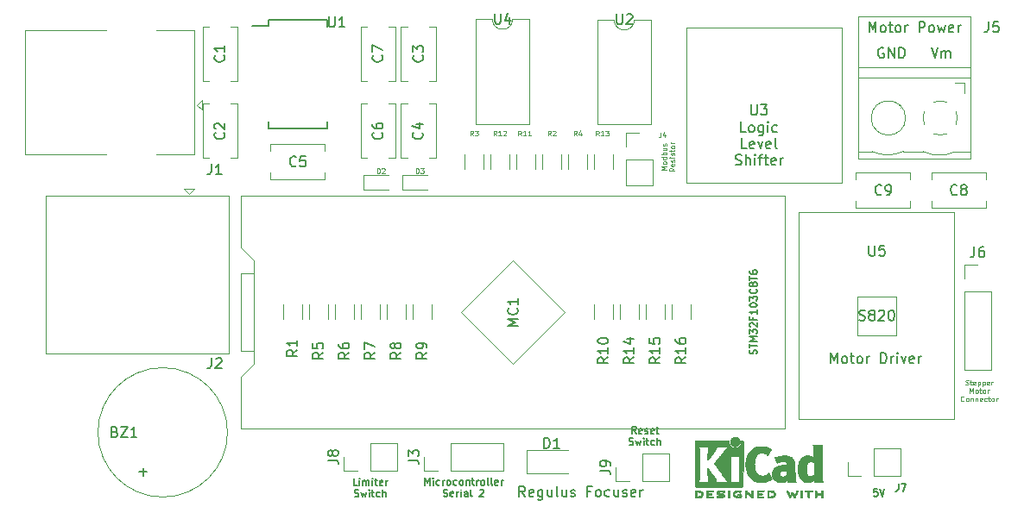
<source format=gbr>
%TF.GenerationSoftware,KiCad,Pcbnew,(6.0.1)*%
%TF.CreationDate,2022-02-21T12:58:46+02:00*%
%TF.ProjectId,RegulusFocuser-V1,52656775-6c75-4734-966f-63757365722d,rev?*%
%TF.SameCoordinates,Original*%
%TF.FileFunction,Legend,Top*%
%TF.FilePolarity,Positive*%
%FSLAX46Y46*%
G04 Gerber Fmt 4.6, Leading zero omitted, Abs format (unit mm)*
G04 Created by KiCad (PCBNEW (6.0.1)) date 2022-02-21 12:58:46*
%MOMM*%
%LPD*%
G01*
G04 APERTURE LIST*
%ADD10C,0.150000*%
%ADD11C,0.100000*%
%ADD12C,0.120000*%
%ADD13C,0.010000*%
G04 APERTURE END LIST*
D10*
X142177369Y-114654742D02*
X141844036Y-114178552D01*
X141605941Y-114654742D02*
X141605941Y-113654742D01*
X141986893Y-113654742D01*
X142082131Y-113702362D01*
X142129750Y-113749981D01*
X142177369Y-113845219D01*
X142177369Y-113988076D01*
X142129750Y-114083314D01*
X142082131Y-114130933D01*
X141986893Y-114178552D01*
X141605941Y-114178552D01*
X142986893Y-114607123D02*
X142891655Y-114654742D01*
X142701179Y-114654742D01*
X142605941Y-114607123D01*
X142558321Y-114511885D01*
X142558321Y-114130933D01*
X142605941Y-114035695D01*
X142701179Y-113988076D01*
X142891655Y-113988076D01*
X142986893Y-114035695D01*
X143034512Y-114130933D01*
X143034512Y-114226171D01*
X142558321Y-114321409D01*
X143891655Y-113988076D02*
X143891655Y-114797600D01*
X143844036Y-114892838D01*
X143796417Y-114940457D01*
X143701179Y-114988076D01*
X143558321Y-114988076D01*
X143463083Y-114940457D01*
X143891655Y-114607123D02*
X143796417Y-114654742D01*
X143605941Y-114654742D01*
X143510702Y-114607123D01*
X143463083Y-114559504D01*
X143415464Y-114464266D01*
X143415464Y-114178552D01*
X143463083Y-114083314D01*
X143510702Y-114035695D01*
X143605941Y-113988076D01*
X143796417Y-113988076D01*
X143891655Y-114035695D01*
X144796417Y-113988076D02*
X144796417Y-114654742D01*
X144367845Y-113988076D02*
X144367845Y-114511885D01*
X144415464Y-114607123D01*
X144510702Y-114654742D01*
X144653560Y-114654742D01*
X144748798Y-114607123D01*
X144796417Y-114559504D01*
X145415464Y-114654742D02*
X145320226Y-114607123D01*
X145272607Y-114511885D01*
X145272607Y-113654742D01*
X146224988Y-113988076D02*
X146224988Y-114654742D01*
X145796417Y-113988076D02*
X145796417Y-114511885D01*
X145844036Y-114607123D01*
X145939274Y-114654742D01*
X146082131Y-114654742D01*
X146177369Y-114607123D01*
X146224988Y-114559504D01*
X146653560Y-114607123D02*
X146748798Y-114654742D01*
X146939274Y-114654742D01*
X147034512Y-114607123D01*
X147082131Y-114511885D01*
X147082131Y-114464266D01*
X147034512Y-114369028D01*
X146939274Y-114321409D01*
X146796417Y-114321409D01*
X146701179Y-114273790D01*
X146653560Y-114178552D01*
X146653560Y-114130933D01*
X146701179Y-114035695D01*
X146796417Y-113988076D01*
X146939274Y-113988076D01*
X147034512Y-114035695D01*
X148605941Y-114130933D02*
X148272607Y-114130933D01*
X148272607Y-114654742D02*
X148272607Y-113654742D01*
X148748798Y-113654742D01*
X149272607Y-114654742D02*
X149177369Y-114607123D01*
X149129750Y-114559504D01*
X149082131Y-114464266D01*
X149082131Y-114178552D01*
X149129750Y-114083314D01*
X149177369Y-114035695D01*
X149272607Y-113988076D01*
X149415464Y-113988076D01*
X149510702Y-114035695D01*
X149558321Y-114083314D01*
X149605941Y-114178552D01*
X149605941Y-114464266D01*
X149558321Y-114559504D01*
X149510702Y-114607123D01*
X149415464Y-114654742D01*
X149272607Y-114654742D01*
X150463083Y-114607123D02*
X150367845Y-114654742D01*
X150177369Y-114654742D01*
X150082131Y-114607123D01*
X150034512Y-114559504D01*
X149986893Y-114464266D01*
X149986893Y-114178552D01*
X150034512Y-114083314D01*
X150082131Y-114035695D01*
X150177369Y-113988076D01*
X150367845Y-113988076D01*
X150463083Y-114035695D01*
X151320226Y-113988076D02*
X151320226Y-114654742D01*
X150891655Y-113988076D02*
X150891655Y-114511885D01*
X150939274Y-114607123D01*
X151034512Y-114654742D01*
X151177369Y-114654742D01*
X151272607Y-114607123D01*
X151320226Y-114559504D01*
X151748798Y-114607123D02*
X151844036Y-114654742D01*
X152034512Y-114654742D01*
X152129750Y-114607123D01*
X152177369Y-114511885D01*
X152177369Y-114464266D01*
X152129750Y-114369028D01*
X152034512Y-114321409D01*
X151891655Y-114321409D01*
X151796417Y-114273790D01*
X151748798Y-114178552D01*
X151748798Y-114130933D01*
X151796417Y-114035695D01*
X151891655Y-113988076D01*
X152034512Y-113988076D01*
X152129750Y-114035695D01*
X152986893Y-114607123D02*
X152891655Y-114654742D01*
X152701179Y-114654742D01*
X152605941Y-114607123D01*
X152558321Y-114511885D01*
X152558321Y-114130933D01*
X152605941Y-114035695D01*
X152701179Y-113988076D01*
X152891655Y-113988076D01*
X152986893Y-114035695D01*
X153034512Y-114130933D01*
X153034512Y-114226171D01*
X152558321Y-114321409D01*
X153463083Y-114654742D02*
X153463083Y-113988076D01*
X153463083Y-114178552D02*
X153510702Y-114083314D01*
X153558321Y-114035695D01*
X153653560Y-113988076D01*
X153748798Y-113988076D01*
D11*
X156033690Y-82553809D02*
X155533690Y-82553809D01*
X155890833Y-82387142D01*
X155533690Y-82220476D01*
X156033690Y-82220476D01*
X156033690Y-81910952D02*
X156009880Y-81958571D01*
X155986071Y-81982380D01*
X155938452Y-82006190D01*
X155795595Y-82006190D01*
X155747976Y-81982380D01*
X155724166Y-81958571D01*
X155700357Y-81910952D01*
X155700357Y-81839523D01*
X155724166Y-81791904D01*
X155747976Y-81768095D01*
X155795595Y-81744285D01*
X155938452Y-81744285D01*
X155986071Y-81768095D01*
X156009880Y-81791904D01*
X156033690Y-81839523D01*
X156033690Y-81910952D01*
X156033690Y-81315714D02*
X155533690Y-81315714D01*
X156009880Y-81315714D02*
X156033690Y-81363333D01*
X156033690Y-81458571D01*
X156009880Y-81506190D01*
X155986071Y-81530000D01*
X155938452Y-81553809D01*
X155795595Y-81553809D01*
X155747976Y-81530000D01*
X155724166Y-81506190D01*
X155700357Y-81458571D01*
X155700357Y-81363333D01*
X155724166Y-81315714D01*
X156033690Y-81077619D02*
X155533690Y-81077619D01*
X155724166Y-81077619D02*
X155700357Y-81030000D01*
X155700357Y-80934761D01*
X155724166Y-80887142D01*
X155747976Y-80863333D01*
X155795595Y-80839523D01*
X155938452Y-80839523D01*
X155986071Y-80863333D01*
X156009880Y-80887142D01*
X156033690Y-80934761D01*
X156033690Y-81030000D01*
X156009880Y-81077619D01*
X155700357Y-80410952D02*
X156033690Y-80410952D01*
X155700357Y-80625238D02*
X155962261Y-80625238D01*
X156009880Y-80601428D01*
X156033690Y-80553809D01*
X156033690Y-80482380D01*
X156009880Y-80434761D01*
X155986071Y-80410952D01*
X156009880Y-80196666D02*
X156033690Y-80149047D01*
X156033690Y-80053809D01*
X156009880Y-80006190D01*
X155962261Y-79982380D01*
X155938452Y-79982380D01*
X155890833Y-80006190D01*
X155867023Y-80053809D01*
X155867023Y-80125238D01*
X155843214Y-80172857D01*
X155795595Y-80196666D01*
X155771785Y-80196666D01*
X155724166Y-80172857D01*
X155700357Y-80125238D01*
X155700357Y-80053809D01*
X155724166Y-80006190D01*
X156838690Y-82387142D02*
X156600595Y-82553809D01*
X156838690Y-82672857D02*
X156338690Y-82672857D01*
X156338690Y-82482380D01*
X156362500Y-82434761D01*
X156386309Y-82410952D01*
X156433928Y-82387142D01*
X156505357Y-82387142D01*
X156552976Y-82410952D01*
X156576785Y-82434761D01*
X156600595Y-82482380D01*
X156600595Y-82672857D01*
X156814880Y-81982380D02*
X156838690Y-82030000D01*
X156838690Y-82125238D01*
X156814880Y-82172857D01*
X156767261Y-82196666D01*
X156576785Y-82196666D01*
X156529166Y-82172857D01*
X156505357Y-82125238D01*
X156505357Y-82030000D01*
X156529166Y-81982380D01*
X156576785Y-81958571D01*
X156624404Y-81958571D01*
X156672023Y-82196666D01*
X156814880Y-81768095D02*
X156838690Y-81720476D01*
X156838690Y-81625238D01*
X156814880Y-81577619D01*
X156767261Y-81553809D01*
X156743452Y-81553809D01*
X156695833Y-81577619D01*
X156672023Y-81625238D01*
X156672023Y-81696666D01*
X156648214Y-81744285D01*
X156600595Y-81768095D01*
X156576785Y-81768095D01*
X156529166Y-81744285D01*
X156505357Y-81696666D01*
X156505357Y-81625238D01*
X156529166Y-81577619D01*
X156838690Y-81339523D02*
X156505357Y-81339523D01*
X156338690Y-81339523D02*
X156362500Y-81363333D01*
X156386309Y-81339523D01*
X156362500Y-81315714D01*
X156338690Y-81339523D01*
X156386309Y-81339523D01*
X156814880Y-81125238D02*
X156838690Y-81077619D01*
X156838690Y-80982380D01*
X156814880Y-80934761D01*
X156767261Y-80910952D01*
X156743452Y-80910952D01*
X156695833Y-80934761D01*
X156672023Y-80982380D01*
X156672023Y-81053809D01*
X156648214Y-81101428D01*
X156600595Y-81125238D01*
X156576785Y-81125238D01*
X156529166Y-81101428D01*
X156505357Y-81053809D01*
X156505357Y-80982380D01*
X156529166Y-80934761D01*
X156505357Y-80768095D02*
X156505357Y-80577619D01*
X156338690Y-80696666D02*
X156767261Y-80696666D01*
X156814880Y-80672857D01*
X156838690Y-80625238D01*
X156838690Y-80577619D01*
X156838690Y-80339523D02*
X156814880Y-80387142D01*
X156791071Y-80410952D01*
X156743452Y-80434761D01*
X156600595Y-80434761D01*
X156552976Y-80410952D01*
X156529166Y-80387142D01*
X156505357Y-80339523D01*
X156505357Y-80268095D01*
X156529166Y-80220476D01*
X156552976Y-80196666D01*
X156600595Y-80172857D01*
X156743452Y-80172857D01*
X156791071Y-80196666D01*
X156814880Y-80220476D01*
X156838690Y-80268095D01*
X156838690Y-80339523D01*
X156838690Y-79958571D02*
X156505357Y-79958571D01*
X156600595Y-79958571D02*
X156552976Y-79934761D01*
X156529166Y-79910952D01*
X156505357Y-79863333D01*
X156505357Y-79815714D01*
D10*
X177340126Y-70619982D02*
X177244887Y-70572362D01*
X177102030Y-70572362D01*
X176959173Y-70619982D01*
X176863935Y-70715220D01*
X176816316Y-70810458D01*
X176768697Y-71000934D01*
X176768697Y-71143791D01*
X176816316Y-71334267D01*
X176863935Y-71429505D01*
X176959173Y-71524743D01*
X177102030Y-71572362D01*
X177197268Y-71572362D01*
X177340126Y-71524743D01*
X177387745Y-71477124D01*
X177387745Y-71143791D01*
X177197268Y-71143791D01*
X177816316Y-71572362D02*
X177816316Y-70572362D01*
X178387745Y-71572362D01*
X178387745Y-70572362D01*
X178863935Y-71572362D02*
X178863935Y-70572362D01*
X179102030Y-70572362D01*
X179244887Y-70619982D01*
X179340126Y-70715220D01*
X179387745Y-70810458D01*
X179435364Y-71000934D01*
X179435364Y-71143791D01*
X179387745Y-71334267D01*
X179340126Y-71429505D01*
X179244887Y-71524743D01*
X179102030Y-71572362D01*
X178863935Y-71572362D01*
X182006792Y-70572362D02*
X182340126Y-71572362D01*
X182673459Y-70572362D01*
X183006792Y-71572362D02*
X183006792Y-70905696D01*
X183006792Y-71000934D02*
X183054411Y-70953315D01*
X183149649Y-70905696D01*
X183292506Y-70905696D01*
X183387745Y-70953315D01*
X183435364Y-71048553D01*
X183435364Y-71572362D01*
X183435364Y-71048553D02*
X183482983Y-70953315D01*
X183578221Y-70905696D01*
X183721078Y-70905696D01*
X183816316Y-70953315D01*
X183863935Y-71048553D01*
X183863935Y-71572362D01*
X163838095Y-78852380D02*
X163361904Y-78852380D01*
X163361904Y-77852380D01*
X164314285Y-78852380D02*
X164219047Y-78804761D01*
X164171428Y-78757142D01*
X164123809Y-78661904D01*
X164123809Y-78376190D01*
X164171428Y-78280952D01*
X164219047Y-78233333D01*
X164314285Y-78185714D01*
X164457142Y-78185714D01*
X164552380Y-78233333D01*
X164600000Y-78280952D01*
X164647619Y-78376190D01*
X164647619Y-78661904D01*
X164600000Y-78757142D01*
X164552380Y-78804761D01*
X164457142Y-78852380D01*
X164314285Y-78852380D01*
X165504761Y-78185714D02*
X165504761Y-78995238D01*
X165457142Y-79090476D01*
X165409523Y-79138095D01*
X165314285Y-79185714D01*
X165171428Y-79185714D01*
X165076190Y-79138095D01*
X165504761Y-78804761D02*
X165409523Y-78852380D01*
X165219047Y-78852380D01*
X165123809Y-78804761D01*
X165076190Y-78757142D01*
X165028571Y-78661904D01*
X165028571Y-78376190D01*
X165076190Y-78280952D01*
X165123809Y-78233333D01*
X165219047Y-78185714D01*
X165409523Y-78185714D01*
X165504761Y-78233333D01*
X165980952Y-78852380D02*
X165980952Y-78185714D01*
X165980952Y-77852380D02*
X165933333Y-77900000D01*
X165980952Y-77947619D01*
X166028571Y-77900000D01*
X165980952Y-77852380D01*
X165980952Y-77947619D01*
X166885714Y-78804761D02*
X166790476Y-78852380D01*
X166600000Y-78852380D01*
X166504761Y-78804761D01*
X166457142Y-78757142D01*
X166409523Y-78661904D01*
X166409523Y-78376190D01*
X166457142Y-78280952D01*
X166504761Y-78233333D01*
X166600000Y-78185714D01*
X166790476Y-78185714D01*
X166885714Y-78233333D01*
X163909523Y-80462380D02*
X163433333Y-80462380D01*
X163433333Y-79462380D01*
X164623809Y-80414761D02*
X164528571Y-80462380D01*
X164338095Y-80462380D01*
X164242857Y-80414761D01*
X164195238Y-80319523D01*
X164195238Y-79938571D01*
X164242857Y-79843333D01*
X164338095Y-79795714D01*
X164528571Y-79795714D01*
X164623809Y-79843333D01*
X164671428Y-79938571D01*
X164671428Y-80033809D01*
X164195238Y-80129047D01*
X165004761Y-79795714D02*
X165242857Y-80462380D01*
X165480952Y-79795714D01*
X166242857Y-80414761D02*
X166147619Y-80462380D01*
X165957142Y-80462380D01*
X165861904Y-80414761D01*
X165814285Y-80319523D01*
X165814285Y-79938571D01*
X165861904Y-79843333D01*
X165957142Y-79795714D01*
X166147619Y-79795714D01*
X166242857Y-79843333D01*
X166290476Y-79938571D01*
X166290476Y-80033809D01*
X165814285Y-80129047D01*
X166861904Y-80462380D02*
X166766666Y-80414761D01*
X166719047Y-80319523D01*
X166719047Y-79462380D01*
X162814285Y-82024761D02*
X162957142Y-82072380D01*
X163195238Y-82072380D01*
X163290476Y-82024761D01*
X163338095Y-81977142D01*
X163385714Y-81881904D01*
X163385714Y-81786666D01*
X163338095Y-81691428D01*
X163290476Y-81643809D01*
X163195238Y-81596190D01*
X163004761Y-81548571D01*
X162909523Y-81500952D01*
X162861904Y-81453333D01*
X162814285Y-81358095D01*
X162814285Y-81262857D01*
X162861904Y-81167619D01*
X162909523Y-81120000D01*
X163004761Y-81072380D01*
X163242857Y-81072380D01*
X163385714Y-81120000D01*
X163814285Y-82072380D02*
X163814285Y-81072380D01*
X164242857Y-82072380D02*
X164242857Y-81548571D01*
X164195238Y-81453333D01*
X164100000Y-81405714D01*
X163957142Y-81405714D01*
X163861904Y-81453333D01*
X163814285Y-81500952D01*
X164719047Y-82072380D02*
X164719047Y-81405714D01*
X164719047Y-81072380D02*
X164671428Y-81120000D01*
X164719047Y-81167619D01*
X164766666Y-81120000D01*
X164719047Y-81072380D01*
X164719047Y-81167619D01*
X165052380Y-81405714D02*
X165433333Y-81405714D01*
X165195238Y-82072380D02*
X165195238Y-81215238D01*
X165242857Y-81120000D01*
X165338095Y-81072380D01*
X165433333Y-81072380D01*
X165623809Y-81405714D02*
X166004761Y-81405714D01*
X165766666Y-81072380D02*
X165766666Y-81929523D01*
X165814285Y-82024761D01*
X165909523Y-82072380D01*
X166004761Y-82072380D01*
X166719047Y-82024761D02*
X166623809Y-82072380D01*
X166433333Y-82072380D01*
X166338095Y-82024761D01*
X166290476Y-81929523D01*
X166290476Y-81548571D01*
X166338095Y-81453333D01*
X166433333Y-81405714D01*
X166623809Y-81405714D01*
X166719047Y-81453333D01*
X166766666Y-81548571D01*
X166766666Y-81643809D01*
X166290476Y-81739047D01*
X167195238Y-82072380D02*
X167195238Y-81405714D01*
X167195238Y-81596190D02*
X167242857Y-81500952D01*
X167290476Y-81453333D01*
X167385714Y-81405714D01*
X167480952Y-81405714D01*
X175911554Y-69032362D02*
X175911554Y-68032362D01*
X176244887Y-68746648D01*
X176578221Y-68032362D01*
X176578221Y-69032362D01*
X177197268Y-69032362D02*
X177102030Y-68984743D01*
X177054411Y-68937124D01*
X177006792Y-68841886D01*
X177006792Y-68556172D01*
X177054411Y-68460934D01*
X177102030Y-68413315D01*
X177197268Y-68365696D01*
X177340126Y-68365696D01*
X177435364Y-68413315D01*
X177482983Y-68460934D01*
X177530602Y-68556172D01*
X177530602Y-68841886D01*
X177482983Y-68937124D01*
X177435364Y-68984743D01*
X177340126Y-69032362D01*
X177197268Y-69032362D01*
X177816316Y-68365696D02*
X178197268Y-68365696D01*
X177959173Y-68032362D02*
X177959173Y-68889505D01*
X178006792Y-68984743D01*
X178102030Y-69032362D01*
X178197268Y-69032362D01*
X178673459Y-69032362D02*
X178578221Y-68984743D01*
X178530602Y-68937124D01*
X178482983Y-68841886D01*
X178482983Y-68556172D01*
X178530602Y-68460934D01*
X178578221Y-68413315D01*
X178673459Y-68365696D01*
X178816316Y-68365696D01*
X178911554Y-68413315D01*
X178959173Y-68460934D01*
X179006792Y-68556172D01*
X179006792Y-68841886D01*
X178959173Y-68937124D01*
X178911554Y-68984743D01*
X178816316Y-69032362D01*
X178673459Y-69032362D01*
X179435364Y-69032362D02*
X179435364Y-68365696D01*
X179435364Y-68556172D02*
X179482983Y-68460934D01*
X179530602Y-68413315D01*
X179625840Y-68365696D01*
X179721078Y-68365696D01*
X180816316Y-69032362D02*
X180816316Y-68032362D01*
X181197268Y-68032362D01*
X181292506Y-68079982D01*
X181340126Y-68127601D01*
X181387745Y-68222839D01*
X181387745Y-68365696D01*
X181340126Y-68460934D01*
X181292506Y-68508553D01*
X181197268Y-68556172D01*
X180816316Y-68556172D01*
X181959173Y-69032362D02*
X181863935Y-68984743D01*
X181816316Y-68937124D01*
X181768697Y-68841886D01*
X181768697Y-68556172D01*
X181816316Y-68460934D01*
X181863935Y-68413315D01*
X181959173Y-68365696D01*
X182102030Y-68365696D01*
X182197268Y-68413315D01*
X182244887Y-68460934D01*
X182292506Y-68556172D01*
X182292506Y-68841886D01*
X182244887Y-68937124D01*
X182197268Y-68984743D01*
X182102030Y-69032362D01*
X181959173Y-69032362D01*
X182625840Y-68365696D02*
X182816316Y-69032362D01*
X183006792Y-68556172D01*
X183197268Y-69032362D01*
X183387745Y-68365696D01*
X184149649Y-68984743D02*
X184054411Y-69032362D01*
X183863935Y-69032362D01*
X183768697Y-68984743D01*
X183721078Y-68889505D01*
X183721078Y-68508553D01*
X183768697Y-68413315D01*
X183863935Y-68365696D01*
X184054411Y-68365696D01*
X184149649Y-68413315D01*
X184197268Y-68508553D01*
X184197268Y-68603791D01*
X183721078Y-68699029D01*
X184625840Y-69032362D02*
X184625840Y-68365696D01*
X184625840Y-68556172D02*
X184673459Y-68460934D01*
X184721078Y-68413315D01*
X184816316Y-68365696D01*
X184911554Y-68365696D01*
D11*
X185368571Y-103664380D02*
X185440000Y-103688190D01*
X185559047Y-103688190D01*
X185606666Y-103664380D01*
X185630476Y-103640571D01*
X185654285Y-103592952D01*
X185654285Y-103545333D01*
X185630476Y-103497714D01*
X185606666Y-103473904D01*
X185559047Y-103450095D01*
X185463809Y-103426285D01*
X185416190Y-103402476D01*
X185392380Y-103378666D01*
X185368571Y-103331047D01*
X185368571Y-103283428D01*
X185392380Y-103235809D01*
X185416190Y-103212000D01*
X185463809Y-103188190D01*
X185582857Y-103188190D01*
X185654285Y-103212000D01*
X185797142Y-103354857D02*
X185987619Y-103354857D01*
X185868571Y-103188190D02*
X185868571Y-103616761D01*
X185892380Y-103664380D01*
X185940000Y-103688190D01*
X185987619Y-103688190D01*
X186344761Y-103664380D02*
X186297142Y-103688190D01*
X186201904Y-103688190D01*
X186154285Y-103664380D01*
X186130476Y-103616761D01*
X186130476Y-103426285D01*
X186154285Y-103378666D01*
X186201904Y-103354857D01*
X186297142Y-103354857D01*
X186344761Y-103378666D01*
X186368571Y-103426285D01*
X186368571Y-103473904D01*
X186130476Y-103521523D01*
X186582857Y-103354857D02*
X186582857Y-103854857D01*
X186582857Y-103378666D02*
X186630476Y-103354857D01*
X186725714Y-103354857D01*
X186773333Y-103378666D01*
X186797142Y-103402476D01*
X186820952Y-103450095D01*
X186820952Y-103592952D01*
X186797142Y-103640571D01*
X186773333Y-103664380D01*
X186725714Y-103688190D01*
X186630476Y-103688190D01*
X186582857Y-103664380D01*
X187035238Y-103354857D02*
X187035238Y-103854857D01*
X187035238Y-103378666D02*
X187082857Y-103354857D01*
X187178095Y-103354857D01*
X187225714Y-103378666D01*
X187249523Y-103402476D01*
X187273333Y-103450095D01*
X187273333Y-103592952D01*
X187249523Y-103640571D01*
X187225714Y-103664380D01*
X187178095Y-103688190D01*
X187082857Y-103688190D01*
X187035238Y-103664380D01*
X187678095Y-103664380D02*
X187630476Y-103688190D01*
X187535238Y-103688190D01*
X187487619Y-103664380D01*
X187463809Y-103616761D01*
X187463809Y-103426285D01*
X187487619Y-103378666D01*
X187535238Y-103354857D01*
X187630476Y-103354857D01*
X187678095Y-103378666D01*
X187701904Y-103426285D01*
X187701904Y-103473904D01*
X187463809Y-103521523D01*
X187916190Y-103688190D02*
X187916190Y-103354857D01*
X187916190Y-103450095D02*
X187940000Y-103402476D01*
X187963809Y-103378666D01*
X188011428Y-103354857D01*
X188059047Y-103354857D01*
X185773333Y-104493190D02*
X185773333Y-103993190D01*
X185940000Y-104350333D01*
X186106666Y-103993190D01*
X186106666Y-104493190D01*
X186416190Y-104493190D02*
X186368571Y-104469380D01*
X186344761Y-104445571D01*
X186320952Y-104397952D01*
X186320952Y-104255095D01*
X186344761Y-104207476D01*
X186368571Y-104183666D01*
X186416190Y-104159857D01*
X186487619Y-104159857D01*
X186535238Y-104183666D01*
X186559047Y-104207476D01*
X186582857Y-104255095D01*
X186582857Y-104397952D01*
X186559047Y-104445571D01*
X186535238Y-104469380D01*
X186487619Y-104493190D01*
X186416190Y-104493190D01*
X186725714Y-104159857D02*
X186916190Y-104159857D01*
X186797142Y-103993190D02*
X186797142Y-104421761D01*
X186820952Y-104469380D01*
X186868571Y-104493190D01*
X186916190Y-104493190D01*
X187154285Y-104493190D02*
X187106666Y-104469380D01*
X187082857Y-104445571D01*
X187059047Y-104397952D01*
X187059047Y-104255095D01*
X187082857Y-104207476D01*
X187106666Y-104183666D01*
X187154285Y-104159857D01*
X187225714Y-104159857D01*
X187273333Y-104183666D01*
X187297142Y-104207476D01*
X187320952Y-104255095D01*
X187320952Y-104397952D01*
X187297142Y-104445571D01*
X187273333Y-104469380D01*
X187225714Y-104493190D01*
X187154285Y-104493190D01*
X187535238Y-104493190D02*
X187535238Y-104159857D01*
X187535238Y-104255095D02*
X187559047Y-104207476D01*
X187582857Y-104183666D01*
X187630476Y-104159857D01*
X187678095Y-104159857D01*
X185213809Y-105250571D02*
X185190000Y-105274380D01*
X185118571Y-105298190D01*
X185070952Y-105298190D01*
X184999523Y-105274380D01*
X184951904Y-105226761D01*
X184928095Y-105179142D01*
X184904285Y-105083904D01*
X184904285Y-105012476D01*
X184928095Y-104917238D01*
X184951904Y-104869619D01*
X184999523Y-104822000D01*
X185070952Y-104798190D01*
X185118571Y-104798190D01*
X185190000Y-104822000D01*
X185213809Y-104845809D01*
X185499523Y-105298190D02*
X185451904Y-105274380D01*
X185428095Y-105250571D01*
X185404285Y-105202952D01*
X185404285Y-105060095D01*
X185428095Y-105012476D01*
X185451904Y-104988666D01*
X185499523Y-104964857D01*
X185570952Y-104964857D01*
X185618571Y-104988666D01*
X185642380Y-105012476D01*
X185666190Y-105060095D01*
X185666190Y-105202952D01*
X185642380Y-105250571D01*
X185618571Y-105274380D01*
X185570952Y-105298190D01*
X185499523Y-105298190D01*
X185880476Y-104964857D02*
X185880476Y-105298190D01*
X185880476Y-105012476D02*
X185904285Y-104988666D01*
X185951904Y-104964857D01*
X186023333Y-104964857D01*
X186070952Y-104988666D01*
X186094761Y-105036285D01*
X186094761Y-105298190D01*
X186332857Y-104964857D02*
X186332857Y-105298190D01*
X186332857Y-105012476D02*
X186356666Y-104988666D01*
X186404285Y-104964857D01*
X186475714Y-104964857D01*
X186523333Y-104988666D01*
X186547142Y-105036285D01*
X186547142Y-105298190D01*
X186975714Y-105274380D02*
X186928095Y-105298190D01*
X186832857Y-105298190D01*
X186785238Y-105274380D01*
X186761428Y-105226761D01*
X186761428Y-105036285D01*
X186785238Y-104988666D01*
X186832857Y-104964857D01*
X186928095Y-104964857D01*
X186975714Y-104988666D01*
X186999523Y-105036285D01*
X186999523Y-105083904D01*
X186761428Y-105131523D01*
X187428095Y-105274380D02*
X187380476Y-105298190D01*
X187285238Y-105298190D01*
X187237619Y-105274380D01*
X187213809Y-105250571D01*
X187190000Y-105202952D01*
X187190000Y-105060095D01*
X187213809Y-105012476D01*
X187237619Y-104988666D01*
X187285238Y-104964857D01*
X187380476Y-104964857D01*
X187428095Y-104988666D01*
X187570952Y-104964857D02*
X187761428Y-104964857D01*
X187642380Y-104798190D02*
X187642380Y-105226761D01*
X187666190Y-105274380D01*
X187713809Y-105298190D01*
X187761428Y-105298190D01*
X187999523Y-105298190D02*
X187951904Y-105274380D01*
X187928095Y-105250571D01*
X187904285Y-105202952D01*
X187904285Y-105060095D01*
X187928095Y-105012476D01*
X187951904Y-104988666D01*
X187999523Y-104964857D01*
X188070952Y-104964857D01*
X188118571Y-104988666D01*
X188142380Y-105012476D01*
X188166190Y-105060095D01*
X188166190Y-105202952D01*
X188142380Y-105250571D01*
X188118571Y-105274380D01*
X188070952Y-105298190D01*
X187999523Y-105298190D01*
X188380476Y-105298190D02*
X188380476Y-104964857D01*
X188380476Y-105060095D02*
X188404285Y-105012476D01*
X188428095Y-104988666D01*
X188475714Y-104964857D01*
X188523333Y-104964857D01*
D10*
X125700000Y-113545166D02*
X125366666Y-113545166D01*
X125366666Y-112845166D01*
X125933333Y-113545166D02*
X125933333Y-113078500D01*
X125933333Y-112845166D02*
X125900000Y-112878500D01*
X125933333Y-112911833D01*
X125966666Y-112878500D01*
X125933333Y-112845166D01*
X125933333Y-112911833D01*
X126266666Y-113545166D02*
X126266666Y-113078500D01*
X126266666Y-113145166D02*
X126300000Y-113111833D01*
X126366666Y-113078500D01*
X126466666Y-113078500D01*
X126533333Y-113111833D01*
X126566666Y-113178500D01*
X126566666Y-113545166D01*
X126566666Y-113178500D02*
X126600000Y-113111833D01*
X126666666Y-113078500D01*
X126766666Y-113078500D01*
X126833333Y-113111833D01*
X126866666Y-113178500D01*
X126866666Y-113545166D01*
X127200000Y-113545166D02*
X127200000Y-113078500D01*
X127200000Y-112845166D02*
X127166666Y-112878500D01*
X127200000Y-112911833D01*
X127233333Y-112878500D01*
X127200000Y-112845166D01*
X127200000Y-112911833D01*
X127433333Y-113078500D02*
X127700000Y-113078500D01*
X127533333Y-112845166D02*
X127533333Y-113445166D01*
X127566666Y-113511833D01*
X127633333Y-113545166D01*
X127700000Y-113545166D01*
X128200000Y-113511833D02*
X128133333Y-113545166D01*
X128000000Y-113545166D01*
X127933333Y-113511833D01*
X127900000Y-113445166D01*
X127900000Y-113178500D01*
X127933333Y-113111833D01*
X128000000Y-113078500D01*
X128133333Y-113078500D01*
X128200000Y-113111833D01*
X128233333Y-113178500D01*
X128233333Y-113245166D01*
X127900000Y-113311833D01*
X128533333Y-113545166D02*
X128533333Y-113078500D01*
X128533333Y-113211833D02*
X128566666Y-113145166D01*
X128600000Y-113111833D01*
X128666666Y-113078500D01*
X128733333Y-113078500D01*
X125450000Y-114638833D02*
X125550000Y-114672166D01*
X125716666Y-114672166D01*
X125783333Y-114638833D01*
X125816666Y-114605500D01*
X125850000Y-114538833D01*
X125850000Y-114472166D01*
X125816666Y-114405500D01*
X125783333Y-114372166D01*
X125716666Y-114338833D01*
X125583333Y-114305500D01*
X125516666Y-114272166D01*
X125483333Y-114238833D01*
X125450000Y-114172166D01*
X125450000Y-114105500D01*
X125483333Y-114038833D01*
X125516666Y-114005500D01*
X125583333Y-113972166D01*
X125750000Y-113972166D01*
X125850000Y-114005500D01*
X126083333Y-114205500D02*
X126216666Y-114672166D01*
X126350000Y-114338833D01*
X126483333Y-114672166D01*
X126616666Y-114205500D01*
X126883333Y-114672166D02*
X126883333Y-114205500D01*
X126883333Y-113972166D02*
X126850000Y-114005500D01*
X126883333Y-114038833D01*
X126916666Y-114005500D01*
X126883333Y-113972166D01*
X126883333Y-114038833D01*
X127116666Y-114205500D02*
X127383333Y-114205500D01*
X127216666Y-113972166D02*
X127216666Y-114572166D01*
X127250000Y-114638833D01*
X127316666Y-114672166D01*
X127383333Y-114672166D01*
X127916666Y-114638833D02*
X127850000Y-114672166D01*
X127716666Y-114672166D01*
X127650000Y-114638833D01*
X127616666Y-114605500D01*
X127583333Y-114538833D01*
X127583333Y-114338833D01*
X127616666Y-114272166D01*
X127650000Y-114238833D01*
X127716666Y-114205500D01*
X127850000Y-114205500D01*
X127916666Y-114238833D01*
X128216666Y-114672166D02*
X128216666Y-113972166D01*
X128516666Y-114672166D02*
X128516666Y-114305500D01*
X128483333Y-114238833D01*
X128416666Y-114205500D01*
X128316666Y-114205500D01*
X128250000Y-114238833D01*
X128216666Y-114272166D01*
X153057333Y-108465166D02*
X152824000Y-108131833D01*
X152657333Y-108465166D02*
X152657333Y-107765166D01*
X152924000Y-107765166D01*
X152990666Y-107798500D01*
X153024000Y-107831833D01*
X153057333Y-107898500D01*
X153057333Y-107998500D01*
X153024000Y-108065166D01*
X152990666Y-108098500D01*
X152924000Y-108131833D01*
X152657333Y-108131833D01*
X153624000Y-108431833D02*
X153557333Y-108465166D01*
X153424000Y-108465166D01*
X153357333Y-108431833D01*
X153324000Y-108365166D01*
X153324000Y-108098500D01*
X153357333Y-108031833D01*
X153424000Y-107998500D01*
X153557333Y-107998500D01*
X153624000Y-108031833D01*
X153657333Y-108098500D01*
X153657333Y-108165166D01*
X153324000Y-108231833D01*
X153924000Y-108431833D02*
X153990666Y-108465166D01*
X154124000Y-108465166D01*
X154190666Y-108431833D01*
X154224000Y-108365166D01*
X154224000Y-108331833D01*
X154190666Y-108265166D01*
X154124000Y-108231833D01*
X154024000Y-108231833D01*
X153957333Y-108198500D01*
X153924000Y-108131833D01*
X153924000Y-108098500D01*
X153957333Y-108031833D01*
X154024000Y-107998500D01*
X154124000Y-107998500D01*
X154190666Y-108031833D01*
X154790666Y-108431833D02*
X154724000Y-108465166D01*
X154590666Y-108465166D01*
X154524000Y-108431833D01*
X154490666Y-108365166D01*
X154490666Y-108098500D01*
X154524000Y-108031833D01*
X154590666Y-107998500D01*
X154724000Y-107998500D01*
X154790666Y-108031833D01*
X154824000Y-108098500D01*
X154824000Y-108165166D01*
X154490666Y-108231833D01*
X155024000Y-107998500D02*
X155290666Y-107998500D01*
X155124000Y-107765166D02*
X155124000Y-108365166D01*
X155157333Y-108431833D01*
X155224000Y-108465166D01*
X155290666Y-108465166D01*
X152374000Y-109558833D02*
X152474000Y-109592166D01*
X152640666Y-109592166D01*
X152707333Y-109558833D01*
X152740666Y-109525500D01*
X152774000Y-109458833D01*
X152774000Y-109392166D01*
X152740666Y-109325500D01*
X152707333Y-109292166D01*
X152640666Y-109258833D01*
X152507333Y-109225500D01*
X152440666Y-109192166D01*
X152407333Y-109158833D01*
X152374000Y-109092166D01*
X152374000Y-109025500D01*
X152407333Y-108958833D01*
X152440666Y-108925500D01*
X152507333Y-108892166D01*
X152674000Y-108892166D01*
X152774000Y-108925500D01*
X153007333Y-109125500D02*
X153140666Y-109592166D01*
X153274000Y-109258833D01*
X153407333Y-109592166D01*
X153540666Y-109125500D01*
X153807333Y-109592166D02*
X153807333Y-109125500D01*
X153807333Y-108892166D02*
X153774000Y-108925500D01*
X153807333Y-108958833D01*
X153840666Y-108925500D01*
X153807333Y-108892166D01*
X153807333Y-108958833D01*
X154040666Y-109125500D02*
X154307333Y-109125500D01*
X154140666Y-108892166D02*
X154140666Y-109492166D01*
X154174000Y-109558833D01*
X154240666Y-109592166D01*
X154307333Y-109592166D01*
X154840666Y-109558833D02*
X154774000Y-109592166D01*
X154640666Y-109592166D01*
X154574000Y-109558833D01*
X154540666Y-109525500D01*
X154507333Y-109458833D01*
X154507333Y-109258833D01*
X154540666Y-109192166D01*
X154574000Y-109158833D01*
X154640666Y-109125500D01*
X154774000Y-109125500D01*
X154840666Y-109158833D01*
X155140666Y-109592166D02*
X155140666Y-108892166D01*
X155440666Y-109592166D02*
X155440666Y-109225500D01*
X155407333Y-109158833D01*
X155340666Y-109125500D01*
X155240666Y-109125500D01*
X155174000Y-109158833D01*
X155140666Y-109192166D01*
X172149047Y-101544380D02*
X172149047Y-100544380D01*
X172482380Y-101258666D01*
X172815714Y-100544380D01*
X172815714Y-101544380D01*
X173434761Y-101544380D02*
X173339523Y-101496761D01*
X173291904Y-101449142D01*
X173244285Y-101353904D01*
X173244285Y-101068190D01*
X173291904Y-100972952D01*
X173339523Y-100925333D01*
X173434761Y-100877714D01*
X173577619Y-100877714D01*
X173672857Y-100925333D01*
X173720476Y-100972952D01*
X173768095Y-101068190D01*
X173768095Y-101353904D01*
X173720476Y-101449142D01*
X173672857Y-101496761D01*
X173577619Y-101544380D01*
X173434761Y-101544380D01*
X174053809Y-100877714D02*
X174434761Y-100877714D01*
X174196666Y-100544380D02*
X174196666Y-101401523D01*
X174244285Y-101496761D01*
X174339523Y-101544380D01*
X174434761Y-101544380D01*
X174910952Y-101544380D02*
X174815714Y-101496761D01*
X174768095Y-101449142D01*
X174720476Y-101353904D01*
X174720476Y-101068190D01*
X174768095Y-100972952D01*
X174815714Y-100925333D01*
X174910952Y-100877714D01*
X175053809Y-100877714D01*
X175149047Y-100925333D01*
X175196666Y-100972952D01*
X175244285Y-101068190D01*
X175244285Y-101353904D01*
X175196666Y-101449142D01*
X175149047Y-101496761D01*
X175053809Y-101544380D01*
X174910952Y-101544380D01*
X175672857Y-101544380D02*
X175672857Y-100877714D01*
X175672857Y-101068190D02*
X175720476Y-100972952D01*
X175768095Y-100925333D01*
X175863333Y-100877714D01*
X175958571Y-100877714D01*
X177053809Y-101544380D02*
X177053809Y-100544380D01*
X177291904Y-100544380D01*
X177434761Y-100592000D01*
X177530000Y-100687238D01*
X177577619Y-100782476D01*
X177625238Y-100972952D01*
X177625238Y-101115809D01*
X177577619Y-101306285D01*
X177530000Y-101401523D01*
X177434761Y-101496761D01*
X177291904Y-101544380D01*
X177053809Y-101544380D01*
X178053809Y-101544380D02*
X178053809Y-100877714D01*
X178053809Y-101068190D02*
X178101428Y-100972952D01*
X178149047Y-100925333D01*
X178244285Y-100877714D01*
X178339523Y-100877714D01*
X178672857Y-101544380D02*
X178672857Y-100877714D01*
X178672857Y-100544380D02*
X178625238Y-100592000D01*
X178672857Y-100639619D01*
X178720476Y-100592000D01*
X178672857Y-100544380D01*
X178672857Y-100639619D01*
X179053809Y-100877714D02*
X179291904Y-101544380D01*
X179530000Y-100877714D01*
X180291904Y-101496761D02*
X180196666Y-101544380D01*
X180006190Y-101544380D01*
X179910952Y-101496761D01*
X179863333Y-101401523D01*
X179863333Y-101020571D01*
X179910952Y-100925333D01*
X180006190Y-100877714D01*
X180196666Y-100877714D01*
X180291904Y-100925333D01*
X180339523Y-101020571D01*
X180339523Y-101115809D01*
X179863333Y-101211047D01*
X180768095Y-101544380D02*
X180768095Y-100877714D01*
X180768095Y-101068190D02*
X180815714Y-100972952D01*
X180863333Y-100925333D01*
X180958571Y-100877714D01*
X181053809Y-100877714D01*
X176723235Y-113916666D02*
X176389902Y-113916666D01*
X176356569Y-114250000D01*
X176389902Y-114216666D01*
X176456569Y-114183333D01*
X176623235Y-114183333D01*
X176689902Y-114216666D01*
X176723235Y-114250000D01*
X176756569Y-114316666D01*
X176756569Y-114483333D01*
X176723235Y-114550000D01*
X176689902Y-114583333D01*
X176623235Y-114616666D01*
X176456569Y-114616666D01*
X176389902Y-114583333D01*
X176356569Y-114550000D01*
X176956569Y-113916666D02*
X177189902Y-114616666D01*
X177423235Y-113916666D01*
X132371582Y-113513945D02*
X132371582Y-112813945D01*
X132604916Y-113313945D01*
X132838249Y-112813945D01*
X132838249Y-113513945D01*
X133171582Y-113513945D02*
X133171582Y-113047279D01*
X133171582Y-112813945D02*
X133138249Y-112847279D01*
X133171582Y-112880612D01*
X133204916Y-112847279D01*
X133171582Y-112813945D01*
X133171582Y-112880612D01*
X133804916Y-113480612D02*
X133738249Y-113513945D01*
X133604916Y-113513945D01*
X133538249Y-113480612D01*
X133504916Y-113447279D01*
X133471582Y-113380612D01*
X133471582Y-113180612D01*
X133504916Y-113113945D01*
X133538249Y-113080612D01*
X133604916Y-113047279D01*
X133738249Y-113047279D01*
X133804916Y-113080612D01*
X134104916Y-113513945D02*
X134104916Y-113047279D01*
X134104916Y-113180612D02*
X134138249Y-113113945D01*
X134171582Y-113080612D01*
X134238249Y-113047279D01*
X134304916Y-113047279D01*
X134638249Y-113513945D02*
X134571582Y-113480612D01*
X134538249Y-113447279D01*
X134504916Y-113380612D01*
X134504916Y-113180612D01*
X134538249Y-113113945D01*
X134571582Y-113080612D01*
X134638249Y-113047279D01*
X134738249Y-113047279D01*
X134804916Y-113080612D01*
X134838249Y-113113945D01*
X134871582Y-113180612D01*
X134871582Y-113380612D01*
X134838249Y-113447279D01*
X134804916Y-113480612D01*
X134738249Y-113513945D01*
X134638249Y-113513945D01*
X135471582Y-113480612D02*
X135404916Y-113513945D01*
X135271582Y-113513945D01*
X135204916Y-113480612D01*
X135171582Y-113447279D01*
X135138249Y-113380612D01*
X135138249Y-113180612D01*
X135171582Y-113113945D01*
X135204916Y-113080612D01*
X135271582Y-113047279D01*
X135404916Y-113047279D01*
X135471582Y-113080612D01*
X135871582Y-113513945D02*
X135804916Y-113480612D01*
X135771582Y-113447279D01*
X135738249Y-113380612D01*
X135738249Y-113180612D01*
X135771582Y-113113945D01*
X135804916Y-113080612D01*
X135871582Y-113047279D01*
X135971582Y-113047279D01*
X136038249Y-113080612D01*
X136071582Y-113113945D01*
X136104916Y-113180612D01*
X136104916Y-113380612D01*
X136071582Y-113447279D01*
X136038249Y-113480612D01*
X135971582Y-113513945D01*
X135871582Y-113513945D01*
X136404916Y-113047279D02*
X136404916Y-113513945D01*
X136404916Y-113113945D02*
X136438249Y-113080612D01*
X136504916Y-113047279D01*
X136604916Y-113047279D01*
X136671582Y-113080612D01*
X136704916Y-113147279D01*
X136704916Y-113513945D01*
X136938249Y-113047279D02*
X137204916Y-113047279D01*
X137038249Y-112813945D02*
X137038249Y-113413945D01*
X137071582Y-113480612D01*
X137138249Y-113513945D01*
X137204916Y-113513945D01*
X137438249Y-113513945D02*
X137438249Y-113047279D01*
X137438249Y-113180612D02*
X137471582Y-113113945D01*
X137504916Y-113080612D01*
X137571582Y-113047279D01*
X137638249Y-113047279D01*
X137971582Y-113513945D02*
X137904916Y-113480612D01*
X137871582Y-113447279D01*
X137838249Y-113380612D01*
X137838249Y-113180612D01*
X137871582Y-113113945D01*
X137904916Y-113080612D01*
X137971582Y-113047279D01*
X138071582Y-113047279D01*
X138138249Y-113080612D01*
X138171582Y-113113945D01*
X138204916Y-113180612D01*
X138204916Y-113380612D01*
X138171582Y-113447279D01*
X138138249Y-113480612D01*
X138071582Y-113513945D01*
X137971582Y-113513945D01*
X138604916Y-113513945D02*
X138538249Y-113480612D01*
X138504916Y-113413945D01*
X138504916Y-112813945D01*
X138971582Y-113513945D02*
X138904916Y-113480612D01*
X138871582Y-113413945D01*
X138871582Y-112813945D01*
X139504916Y-113480612D02*
X139438249Y-113513945D01*
X139304916Y-113513945D01*
X139238249Y-113480612D01*
X139204916Y-113413945D01*
X139204916Y-113147279D01*
X139238249Y-113080612D01*
X139304916Y-113047279D01*
X139438249Y-113047279D01*
X139504916Y-113080612D01*
X139538249Y-113147279D01*
X139538249Y-113213945D01*
X139204916Y-113280612D01*
X139838249Y-113513945D02*
X139838249Y-113047279D01*
X139838249Y-113180612D02*
X139871582Y-113113945D01*
X139904916Y-113080612D01*
X139971582Y-113047279D01*
X140038249Y-113047279D01*
X134171582Y-114607612D02*
X134271582Y-114640945D01*
X134438249Y-114640945D01*
X134504916Y-114607612D01*
X134538249Y-114574279D01*
X134571582Y-114507612D01*
X134571582Y-114440945D01*
X134538249Y-114374279D01*
X134504916Y-114340945D01*
X134438249Y-114307612D01*
X134304916Y-114274279D01*
X134238249Y-114240945D01*
X134204916Y-114207612D01*
X134171582Y-114140945D01*
X134171582Y-114074279D01*
X134204916Y-114007612D01*
X134238249Y-113974279D01*
X134304916Y-113940945D01*
X134471582Y-113940945D01*
X134571582Y-113974279D01*
X135138249Y-114607612D02*
X135071582Y-114640945D01*
X134938249Y-114640945D01*
X134871582Y-114607612D01*
X134838249Y-114540945D01*
X134838249Y-114274279D01*
X134871582Y-114207612D01*
X134938249Y-114174279D01*
X135071582Y-114174279D01*
X135138249Y-114207612D01*
X135171582Y-114274279D01*
X135171582Y-114340945D01*
X134838249Y-114407612D01*
X135471582Y-114640945D02*
X135471582Y-114174279D01*
X135471582Y-114307612D02*
X135504916Y-114240945D01*
X135538249Y-114207612D01*
X135604916Y-114174279D01*
X135671582Y-114174279D01*
X135904916Y-114640945D02*
X135904916Y-114174279D01*
X135904916Y-113940945D02*
X135871582Y-113974279D01*
X135904916Y-114007612D01*
X135938249Y-113974279D01*
X135904916Y-113940945D01*
X135904916Y-114007612D01*
X136538249Y-114640945D02*
X136538249Y-114274279D01*
X136504916Y-114207612D01*
X136438249Y-114174279D01*
X136304916Y-114174279D01*
X136238249Y-114207612D01*
X136538249Y-114607612D02*
X136471582Y-114640945D01*
X136304916Y-114640945D01*
X136238249Y-114607612D01*
X136204916Y-114540945D01*
X136204916Y-114474279D01*
X136238249Y-114407612D01*
X136304916Y-114374279D01*
X136471582Y-114374279D01*
X136538249Y-114340945D01*
X136971582Y-114640945D02*
X136904916Y-114607612D01*
X136871582Y-114540945D01*
X136871582Y-113940945D01*
X137738249Y-114007612D02*
X137771582Y-113974279D01*
X137838249Y-113940945D01*
X138004916Y-113940945D01*
X138071582Y-113974279D01*
X138104916Y-114007612D01*
X138138249Y-114074279D01*
X138138249Y-114140945D01*
X138104916Y-114240945D01*
X137704916Y-114640945D01*
X138138249Y-114640945D01*
%TO.C,R8*%
X129992380Y-100496666D02*
X129516190Y-100830000D01*
X129992380Y-101068095D02*
X128992380Y-101068095D01*
X128992380Y-100687142D01*
X129040000Y-100591904D01*
X129087619Y-100544285D01*
X129182857Y-100496666D01*
X129325714Y-100496666D01*
X129420952Y-100544285D01*
X129468571Y-100591904D01*
X129516190Y-100687142D01*
X129516190Y-101068095D01*
X129420952Y-99925238D02*
X129373333Y-100020476D01*
X129325714Y-100068095D01*
X129230476Y-100115714D01*
X129182857Y-100115714D01*
X129087619Y-100068095D01*
X129040000Y-100020476D01*
X128992380Y-99925238D01*
X128992380Y-99734761D01*
X129040000Y-99639523D01*
X129087619Y-99591904D01*
X129182857Y-99544285D01*
X129230476Y-99544285D01*
X129325714Y-99591904D01*
X129373333Y-99639523D01*
X129420952Y-99734761D01*
X129420952Y-99925238D01*
X129468571Y-100020476D01*
X129516190Y-100068095D01*
X129611428Y-100115714D01*
X129801904Y-100115714D01*
X129897142Y-100068095D01*
X129944761Y-100020476D01*
X129992380Y-99925238D01*
X129992380Y-99734761D01*
X129944761Y-99639523D01*
X129897142Y-99591904D01*
X129801904Y-99544285D01*
X129611428Y-99544285D01*
X129516190Y-99591904D01*
X129468571Y-99639523D01*
X129420952Y-99734761D01*
%TO.C,R7*%
X127452380Y-100496666D02*
X126976190Y-100830000D01*
X127452380Y-101068095D02*
X126452380Y-101068095D01*
X126452380Y-100687142D01*
X126500000Y-100591904D01*
X126547619Y-100544285D01*
X126642857Y-100496666D01*
X126785714Y-100496666D01*
X126880952Y-100544285D01*
X126928571Y-100591904D01*
X126976190Y-100687142D01*
X126976190Y-101068095D01*
X126452380Y-100163333D02*
X126452380Y-99496666D01*
X127452380Y-99925238D01*
%TO.C,C4*%
X132056142Y-78906666D02*
X132103761Y-78954285D01*
X132151380Y-79097142D01*
X132151380Y-79192380D01*
X132103761Y-79335238D01*
X132008523Y-79430476D01*
X131913285Y-79478095D01*
X131722809Y-79525714D01*
X131579952Y-79525714D01*
X131389476Y-79478095D01*
X131294238Y-79430476D01*
X131199000Y-79335238D01*
X131151380Y-79192380D01*
X131151380Y-79097142D01*
X131199000Y-78954285D01*
X131246619Y-78906666D01*
X131484714Y-78049523D02*
X132151380Y-78049523D01*
X131103761Y-78287619D02*
X131818047Y-78525714D01*
X131818047Y-77906666D01*
%TO.C,MC1*%
X141478916Y-97864120D02*
X140478916Y-97864120D01*
X141193202Y-97530787D01*
X140478916Y-97197454D01*
X141478916Y-97197454D01*
X141383678Y-96149835D02*
X141431297Y-96197454D01*
X141478916Y-96340311D01*
X141478916Y-96435549D01*
X141431297Y-96578406D01*
X141336059Y-96673644D01*
X141240821Y-96721263D01*
X141050345Y-96768882D01*
X140907488Y-96768882D01*
X140717012Y-96721263D01*
X140621774Y-96673644D01*
X140526536Y-96578406D01*
X140478916Y-96435549D01*
X140478916Y-96340311D01*
X140526536Y-96197454D01*
X140574155Y-96149835D01*
X141478916Y-95197454D02*
X141478916Y-95768882D01*
X141478916Y-95483168D02*
X140478916Y-95483168D01*
X140621774Y-95578406D01*
X140717012Y-95673644D01*
X140764631Y-95768882D01*
X164875333Y-100636666D02*
X164908666Y-100536666D01*
X164908666Y-100370000D01*
X164875333Y-100303333D01*
X164842000Y-100270000D01*
X164775333Y-100236666D01*
X164708666Y-100236666D01*
X164642000Y-100270000D01*
X164608666Y-100303333D01*
X164575333Y-100370000D01*
X164542000Y-100503333D01*
X164508666Y-100570000D01*
X164475333Y-100603333D01*
X164408666Y-100636666D01*
X164342000Y-100636666D01*
X164275333Y-100603333D01*
X164242000Y-100570000D01*
X164208666Y-100503333D01*
X164208666Y-100336666D01*
X164242000Y-100236666D01*
X164208666Y-100036666D02*
X164208666Y-99636666D01*
X164908666Y-99836666D02*
X164208666Y-99836666D01*
X164908666Y-99403333D02*
X164208666Y-99403333D01*
X164708666Y-99170000D01*
X164208666Y-98936666D01*
X164908666Y-98936666D01*
X164208666Y-98670000D02*
X164208666Y-98236666D01*
X164475333Y-98470000D01*
X164475333Y-98370000D01*
X164508666Y-98303333D01*
X164542000Y-98270000D01*
X164608666Y-98236666D01*
X164775333Y-98236666D01*
X164842000Y-98270000D01*
X164875333Y-98303333D01*
X164908666Y-98370000D01*
X164908666Y-98570000D01*
X164875333Y-98636666D01*
X164842000Y-98670000D01*
X164275333Y-97970000D02*
X164242000Y-97936666D01*
X164208666Y-97870000D01*
X164208666Y-97703333D01*
X164242000Y-97636666D01*
X164275333Y-97603333D01*
X164342000Y-97570000D01*
X164408666Y-97570000D01*
X164508666Y-97603333D01*
X164908666Y-98003333D01*
X164908666Y-97570000D01*
X164542000Y-97036666D02*
X164542000Y-97270000D01*
X164908666Y-97270000D02*
X164208666Y-97270000D01*
X164208666Y-96936666D01*
X164908666Y-96303333D02*
X164908666Y-96703333D01*
X164908666Y-96503333D02*
X164208666Y-96503333D01*
X164308666Y-96570000D01*
X164375333Y-96636666D01*
X164408666Y-96703333D01*
X164208666Y-95870000D02*
X164208666Y-95803333D01*
X164242000Y-95736666D01*
X164275333Y-95703333D01*
X164342000Y-95670000D01*
X164475333Y-95636666D01*
X164642000Y-95636666D01*
X164775333Y-95670000D01*
X164842000Y-95703333D01*
X164875333Y-95736666D01*
X164908666Y-95803333D01*
X164908666Y-95870000D01*
X164875333Y-95936666D01*
X164842000Y-95970000D01*
X164775333Y-96003333D01*
X164642000Y-96036666D01*
X164475333Y-96036666D01*
X164342000Y-96003333D01*
X164275333Y-95970000D01*
X164242000Y-95936666D01*
X164208666Y-95870000D01*
X164208666Y-95403333D02*
X164208666Y-94970000D01*
X164475333Y-95203333D01*
X164475333Y-95103333D01*
X164508666Y-95036666D01*
X164542000Y-95003333D01*
X164608666Y-94970000D01*
X164775333Y-94970000D01*
X164842000Y-95003333D01*
X164875333Y-95036666D01*
X164908666Y-95103333D01*
X164908666Y-95303333D01*
X164875333Y-95370000D01*
X164842000Y-95403333D01*
X164842000Y-94270000D02*
X164875333Y-94303333D01*
X164908666Y-94403333D01*
X164908666Y-94470000D01*
X164875333Y-94570000D01*
X164808666Y-94636666D01*
X164742000Y-94670000D01*
X164608666Y-94703333D01*
X164508666Y-94703333D01*
X164375333Y-94670000D01*
X164308666Y-94636666D01*
X164242000Y-94570000D01*
X164208666Y-94470000D01*
X164208666Y-94403333D01*
X164242000Y-94303333D01*
X164275333Y-94270000D01*
X164508666Y-93870000D02*
X164475333Y-93936666D01*
X164442000Y-93970000D01*
X164375333Y-94003333D01*
X164342000Y-94003333D01*
X164275333Y-93970000D01*
X164242000Y-93936666D01*
X164208666Y-93870000D01*
X164208666Y-93736666D01*
X164242000Y-93670000D01*
X164275333Y-93636666D01*
X164342000Y-93603333D01*
X164375333Y-93603333D01*
X164442000Y-93636666D01*
X164475333Y-93670000D01*
X164508666Y-93736666D01*
X164508666Y-93870000D01*
X164542000Y-93936666D01*
X164575333Y-93970000D01*
X164642000Y-94003333D01*
X164775333Y-94003333D01*
X164842000Y-93970000D01*
X164875333Y-93936666D01*
X164908666Y-93870000D01*
X164908666Y-93736666D01*
X164875333Y-93670000D01*
X164842000Y-93636666D01*
X164775333Y-93603333D01*
X164642000Y-93603333D01*
X164575333Y-93636666D01*
X164542000Y-93670000D01*
X164508666Y-93736666D01*
X164208666Y-93403333D02*
X164208666Y-93003333D01*
X164908666Y-93203333D02*
X164208666Y-93203333D01*
X164208666Y-92470000D02*
X164208666Y-92603333D01*
X164242000Y-92670000D01*
X164275333Y-92703333D01*
X164375333Y-92770000D01*
X164508666Y-92803333D01*
X164775333Y-92803333D01*
X164842000Y-92770000D01*
X164875333Y-92736666D01*
X164908666Y-92670000D01*
X164908666Y-92536666D01*
X164875333Y-92470000D01*
X164842000Y-92436666D01*
X164775333Y-92403333D01*
X164608666Y-92403333D01*
X164542000Y-92436666D01*
X164508666Y-92470000D01*
X164475333Y-92536666D01*
X164475333Y-92670000D01*
X164508666Y-92736666D01*
X164542000Y-92770000D01*
X164608666Y-92803333D01*
%TO.C,C2*%
X112625142Y-78906666D02*
X112672761Y-78954285D01*
X112720380Y-79097142D01*
X112720380Y-79192380D01*
X112672761Y-79335238D01*
X112577523Y-79430476D01*
X112482285Y-79478095D01*
X112291809Y-79525714D01*
X112148952Y-79525714D01*
X111958476Y-79478095D01*
X111863238Y-79430476D01*
X111768000Y-79335238D01*
X111720380Y-79192380D01*
X111720380Y-79097142D01*
X111768000Y-78954285D01*
X111815619Y-78906666D01*
X111815619Y-78525714D02*
X111768000Y-78478095D01*
X111720380Y-78382857D01*
X111720380Y-78144761D01*
X111768000Y-78049523D01*
X111815619Y-78001904D01*
X111910857Y-77954285D01*
X112006095Y-77954285D01*
X112148952Y-78001904D01*
X112720380Y-78573333D01*
X112720380Y-77954285D01*
%TO.C,C3*%
X132103507Y-71326666D02*
X132151126Y-71374285D01*
X132198745Y-71517142D01*
X132198745Y-71612380D01*
X132151126Y-71755238D01*
X132055888Y-71850476D01*
X131960650Y-71898095D01*
X131770174Y-71945714D01*
X131627317Y-71945714D01*
X131436841Y-71898095D01*
X131341603Y-71850476D01*
X131246365Y-71755238D01*
X131198745Y-71612380D01*
X131198745Y-71517142D01*
X131246365Y-71374285D01*
X131293984Y-71326666D01*
X131198745Y-70993333D02*
X131198745Y-70374285D01*
X131579698Y-70707619D01*
X131579698Y-70564761D01*
X131627317Y-70469523D01*
X131674936Y-70421904D01*
X131770174Y-70374285D01*
X132008269Y-70374285D01*
X132103507Y-70421904D01*
X132151126Y-70469523D01*
X132198745Y-70564761D01*
X132198745Y-70850476D01*
X132151126Y-70945714D01*
X132103507Y-70993333D01*
%TO.C,R6*%
X124912380Y-100496666D02*
X124436190Y-100830000D01*
X124912380Y-101068095D02*
X123912380Y-101068095D01*
X123912380Y-100687142D01*
X123960000Y-100591904D01*
X124007619Y-100544285D01*
X124102857Y-100496666D01*
X124245714Y-100496666D01*
X124340952Y-100544285D01*
X124388571Y-100591904D01*
X124436190Y-100687142D01*
X124436190Y-101068095D01*
X123912380Y-99639523D02*
X123912380Y-99830000D01*
X123960000Y-99925238D01*
X124007619Y-99972857D01*
X124150476Y-100068095D01*
X124340952Y-100115714D01*
X124721904Y-100115714D01*
X124817142Y-100068095D01*
X124864761Y-100020476D01*
X124912380Y-99925238D01*
X124912380Y-99734761D01*
X124864761Y-99639523D01*
X124817142Y-99591904D01*
X124721904Y-99544285D01*
X124483809Y-99544285D01*
X124388571Y-99591904D01*
X124340952Y-99639523D01*
X124293333Y-99734761D01*
X124293333Y-99925238D01*
X124340952Y-100020476D01*
X124388571Y-100068095D01*
X124483809Y-100115714D01*
%TO.C,U3*%
X164338095Y-76160380D02*
X164338095Y-76969904D01*
X164385714Y-77065142D01*
X164433333Y-77112761D01*
X164528571Y-77160380D01*
X164719047Y-77160380D01*
X164814285Y-77112761D01*
X164861904Y-77065142D01*
X164909523Y-76969904D01*
X164909523Y-76160380D01*
X165290476Y-76160380D02*
X165909523Y-76160380D01*
X165576190Y-76541333D01*
X165719047Y-76541333D01*
X165814285Y-76588952D01*
X165861904Y-76636571D01*
X165909523Y-76731809D01*
X165909523Y-76969904D01*
X165861904Y-77065142D01*
X165814285Y-77112761D01*
X165719047Y-77160380D01*
X165433333Y-77160380D01*
X165338095Y-77112761D01*
X165290476Y-77065142D01*
%TO.C,R14*%
X152852380Y-100972857D02*
X152376190Y-101306190D01*
X152852380Y-101544285D02*
X151852380Y-101544285D01*
X151852380Y-101163333D01*
X151900000Y-101068095D01*
X151947619Y-101020476D01*
X152042857Y-100972857D01*
X152185714Y-100972857D01*
X152280952Y-101020476D01*
X152328571Y-101068095D01*
X152376190Y-101163333D01*
X152376190Y-101544285D01*
X152852380Y-100020476D02*
X152852380Y-100591904D01*
X152852380Y-100306190D02*
X151852380Y-100306190D01*
X151995238Y-100401428D01*
X152090476Y-100496666D01*
X152138095Y-100591904D01*
X152185714Y-99163333D02*
X152852380Y-99163333D01*
X151804761Y-99401428D02*
X152519047Y-99639523D01*
X152519047Y-99020476D01*
%TO.C,R5*%
X122372380Y-100496666D02*
X121896190Y-100830000D01*
X122372380Y-101068095D02*
X121372380Y-101068095D01*
X121372380Y-100687142D01*
X121420000Y-100591904D01*
X121467619Y-100544285D01*
X121562857Y-100496666D01*
X121705714Y-100496666D01*
X121800952Y-100544285D01*
X121848571Y-100591904D01*
X121896190Y-100687142D01*
X121896190Y-101068095D01*
X121372380Y-99591904D02*
X121372380Y-100068095D01*
X121848571Y-100115714D01*
X121800952Y-100068095D01*
X121753333Y-99972857D01*
X121753333Y-99734761D01*
X121800952Y-99639523D01*
X121848571Y-99591904D01*
X121943809Y-99544285D01*
X122181904Y-99544285D01*
X122277142Y-99591904D01*
X122324761Y-99639523D01*
X122372380Y-99734761D01*
X122372380Y-99972857D01*
X122324761Y-100068095D01*
X122277142Y-100115714D01*
D11*
%TO.C,D3*%
X131456952Y-82903190D02*
X131456952Y-82403190D01*
X131576000Y-82403190D01*
X131647428Y-82427000D01*
X131695047Y-82474619D01*
X131718857Y-82522238D01*
X131742666Y-82617476D01*
X131742666Y-82688904D01*
X131718857Y-82784142D01*
X131695047Y-82831761D01*
X131647428Y-82879380D01*
X131576000Y-82903190D01*
X131456952Y-82903190D01*
X131909333Y-82403190D02*
X132218857Y-82403190D01*
X132052190Y-82593666D01*
X132123619Y-82593666D01*
X132171238Y-82617476D01*
X132195047Y-82641285D01*
X132218857Y-82688904D01*
X132218857Y-82807952D01*
X132195047Y-82855571D01*
X132171238Y-82879380D01*
X132123619Y-82903190D01*
X131980761Y-82903190D01*
X131933142Y-82879380D01*
X131909333Y-82855571D01*
D10*
%TO.C,D1*%
X144041904Y-109884380D02*
X144041904Y-108884380D01*
X144280000Y-108884380D01*
X144422857Y-108932000D01*
X144518095Y-109027238D01*
X144565714Y-109122476D01*
X144613333Y-109312952D01*
X144613333Y-109455809D01*
X144565714Y-109646285D01*
X144518095Y-109741523D01*
X144422857Y-109836761D01*
X144280000Y-109884380D01*
X144041904Y-109884380D01*
X145565714Y-109884380D02*
X144994285Y-109884380D01*
X145280000Y-109884380D02*
X145280000Y-108884380D01*
X145184761Y-109027238D01*
X145089523Y-109122476D01*
X144994285Y-109170095D01*
%TO.C,C9*%
X177125333Y-84939142D02*
X177077714Y-84986761D01*
X176934857Y-85034380D01*
X176839619Y-85034380D01*
X176696761Y-84986761D01*
X176601523Y-84891523D01*
X176553904Y-84796285D01*
X176506285Y-84605809D01*
X176506285Y-84462952D01*
X176553904Y-84272476D01*
X176601523Y-84177238D01*
X176696761Y-84082000D01*
X176839619Y-84034380D01*
X176934857Y-84034380D01*
X177077714Y-84082000D01*
X177125333Y-84129619D01*
X177601523Y-85034380D02*
X177792000Y-85034380D01*
X177887238Y-84986761D01*
X177934857Y-84939142D01*
X178030095Y-84796285D01*
X178077714Y-84605809D01*
X178077714Y-84224857D01*
X178030095Y-84129619D01*
X177982476Y-84082000D01*
X177887238Y-84034380D01*
X177696761Y-84034380D01*
X177601523Y-84082000D01*
X177553904Y-84129619D01*
X177506285Y-84224857D01*
X177506285Y-84462952D01*
X177553904Y-84558190D01*
X177601523Y-84605809D01*
X177696761Y-84653428D01*
X177887238Y-84653428D01*
X177982476Y-84605809D01*
X178030095Y-84558190D01*
X178077714Y-84462952D01*
%TO.C,J1*%
X111426666Y-82002380D02*
X111426666Y-82716666D01*
X111379047Y-82859523D01*
X111283809Y-82954761D01*
X111140952Y-83002380D01*
X111045714Y-83002380D01*
X112426666Y-83002380D02*
X111855238Y-83002380D01*
X112140952Y-83002380D02*
X112140952Y-82002380D01*
X112045714Y-82145238D01*
X111950476Y-82240476D01*
X111855238Y-82288095D01*
D11*
%TO.C,J4*%
X155455212Y-78885255D02*
X155455212Y-79242398D01*
X155431402Y-79313826D01*
X155383783Y-79361445D01*
X155312355Y-79385255D01*
X155264736Y-79385255D01*
X155907593Y-79051922D02*
X155907593Y-79385255D01*
X155788545Y-78861445D02*
X155669498Y-79218588D01*
X155979021Y-79218588D01*
D10*
%TO.C,J8*%
X122847380Y-111077333D02*
X123561666Y-111077333D01*
X123704523Y-111124952D01*
X123799761Y-111220190D01*
X123847380Y-111363047D01*
X123847380Y-111458285D01*
X123275952Y-110458285D02*
X123228333Y-110553523D01*
X123180714Y-110601142D01*
X123085476Y-110648761D01*
X123037857Y-110648761D01*
X122942619Y-110601142D01*
X122895000Y-110553523D01*
X122847380Y-110458285D01*
X122847380Y-110267809D01*
X122895000Y-110172571D01*
X122942619Y-110124952D01*
X123037857Y-110077333D01*
X123085476Y-110077333D01*
X123180714Y-110124952D01*
X123228333Y-110172571D01*
X123275952Y-110267809D01*
X123275952Y-110458285D01*
X123323571Y-110553523D01*
X123371190Y-110601142D01*
X123466428Y-110648761D01*
X123656904Y-110648761D01*
X123752142Y-110601142D01*
X123799761Y-110553523D01*
X123847380Y-110458285D01*
X123847380Y-110267809D01*
X123799761Y-110172571D01*
X123752142Y-110124952D01*
X123656904Y-110077333D01*
X123466428Y-110077333D01*
X123371190Y-110124952D01*
X123323571Y-110172571D01*
X123275952Y-110267809D01*
D11*
%TO.C,R11*%
X141795271Y-79220190D02*
X141628604Y-78982095D01*
X141509557Y-79220190D02*
X141509557Y-78720190D01*
X141700033Y-78720190D01*
X141747652Y-78744000D01*
X141771461Y-78767809D01*
X141795271Y-78815428D01*
X141795271Y-78886857D01*
X141771461Y-78934476D01*
X141747652Y-78958285D01*
X141700033Y-78982095D01*
X141509557Y-78982095D01*
X142271461Y-79220190D02*
X141985747Y-79220190D01*
X142128604Y-79220190D02*
X142128604Y-78720190D01*
X142080985Y-78791619D01*
X142033366Y-78839238D01*
X141985747Y-78863047D01*
X142747652Y-79220190D02*
X142461938Y-79220190D01*
X142604795Y-79220190D02*
X142604795Y-78720190D01*
X142557176Y-78791619D01*
X142509557Y-78839238D01*
X142461938Y-78863047D01*
D10*
%TO.C,U4*%
X139202095Y-67220380D02*
X139202095Y-68029904D01*
X139249714Y-68125142D01*
X139297333Y-68172761D01*
X139392571Y-68220380D01*
X139583047Y-68220380D01*
X139678285Y-68172761D01*
X139725904Y-68125142D01*
X139773523Y-68029904D01*
X139773523Y-67220380D01*
X140678285Y-67553714D02*
X140678285Y-68220380D01*
X140440190Y-67172761D02*
X140202095Y-67887047D01*
X140821142Y-67887047D01*
D11*
%TO.C,R13*%
X149411571Y-79220190D02*
X149244904Y-78982095D01*
X149125857Y-79220190D02*
X149125857Y-78720190D01*
X149316333Y-78720190D01*
X149363952Y-78744000D01*
X149387761Y-78767809D01*
X149411571Y-78815428D01*
X149411571Y-78886857D01*
X149387761Y-78934476D01*
X149363952Y-78958285D01*
X149316333Y-78982095D01*
X149125857Y-78982095D01*
X149887761Y-79220190D02*
X149602047Y-79220190D01*
X149744904Y-79220190D02*
X149744904Y-78720190D01*
X149697285Y-78791619D01*
X149649666Y-78839238D01*
X149602047Y-78863047D01*
X150054428Y-78720190D02*
X150363952Y-78720190D01*
X150197285Y-78910666D01*
X150268714Y-78910666D01*
X150316333Y-78934476D01*
X150340142Y-78958285D01*
X150363952Y-79005904D01*
X150363952Y-79124952D01*
X150340142Y-79172571D01*
X150316333Y-79196380D01*
X150268714Y-79220190D01*
X150125857Y-79220190D01*
X150078238Y-79196380D01*
X150054428Y-79172571D01*
D10*
%TO.C,J7*%
X178786175Y-113408666D02*
X178786175Y-113908666D01*
X178752842Y-114008666D01*
X178686175Y-114075333D01*
X178586175Y-114108666D01*
X178519509Y-114108666D01*
X179052842Y-113408666D02*
X179519509Y-113408666D01*
X179219509Y-114108666D01*
D11*
%TO.C,R3*%
X137076666Y-79220190D02*
X136910000Y-78982095D01*
X136790952Y-79220190D02*
X136790952Y-78720190D01*
X136981428Y-78720190D01*
X137029047Y-78744000D01*
X137052857Y-78767809D01*
X137076666Y-78815428D01*
X137076666Y-78886857D01*
X137052857Y-78934476D01*
X137029047Y-78958285D01*
X136981428Y-78982095D01*
X136790952Y-78982095D01*
X137243333Y-78720190D02*
X137552857Y-78720190D01*
X137386190Y-78910666D01*
X137457619Y-78910666D01*
X137505238Y-78934476D01*
X137529047Y-78958285D01*
X137552857Y-79005904D01*
X137552857Y-79124952D01*
X137529047Y-79172571D01*
X137505238Y-79196380D01*
X137457619Y-79220190D01*
X137314761Y-79220190D01*
X137267142Y-79196380D01*
X137243333Y-79172571D01*
D10*
%TO.C,U1*%
X122936095Y-67524380D02*
X122936095Y-68333904D01*
X122983714Y-68429142D01*
X123031333Y-68476761D01*
X123126571Y-68524380D01*
X123317047Y-68524380D01*
X123412285Y-68476761D01*
X123459904Y-68429142D01*
X123507523Y-68333904D01*
X123507523Y-67524380D01*
X124507523Y-68524380D02*
X123936095Y-68524380D01*
X124221809Y-68524380D02*
X124221809Y-67524380D01*
X124126571Y-67667238D01*
X124031333Y-67762476D01*
X123936095Y-67810095D01*
%TO.C,J2*%
X111426666Y-101052380D02*
X111426666Y-101766666D01*
X111379047Y-101909523D01*
X111283809Y-102004761D01*
X111140952Y-102052380D01*
X111045714Y-102052380D01*
X111855238Y-101147619D02*
X111902857Y-101100000D01*
X111998095Y-101052380D01*
X112236190Y-101052380D01*
X112331428Y-101100000D01*
X112379047Y-101147619D01*
X112426666Y-101242857D01*
X112426666Y-101338095D01*
X112379047Y-101480952D01*
X111807619Y-102052380D01*
X112426666Y-102052380D01*
%TO.C,U5*%
X175895095Y-90003380D02*
X175895095Y-90812904D01*
X175942714Y-90908142D01*
X175990333Y-90955761D01*
X176085571Y-91003380D01*
X176276047Y-91003380D01*
X176371285Y-90955761D01*
X176418904Y-90908142D01*
X176466523Y-90812904D01*
X176466523Y-90003380D01*
X177418904Y-90003380D02*
X176942714Y-90003380D01*
X176895095Y-90479571D01*
X176942714Y-90431952D01*
X177037952Y-90384333D01*
X177276047Y-90384333D01*
X177371285Y-90431952D01*
X177418904Y-90479571D01*
X177466523Y-90574809D01*
X177466523Y-90812904D01*
X177418904Y-90908142D01*
X177371285Y-90955761D01*
X177276047Y-91003380D01*
X177037952Y-91003380D01*
X176942714Y-90955761D01*
X176895095Y-90908142D01*
X174942714Y-97305761D02*
X175085571Y-97353380D01*
X175323666Y-97353380D01*
X175418904Y-97305761D01*
X175466523Y-97258142D01*
X175514142Y-97162904D01*
X175514142Y-97067666D01*
X175466523Y-96972428D01*
X175418904Y-96924809D01*
X175323666Y-96877190D01*
X175133190Y-96829571D01*
X175037952Y-96781952D01*
X174990333Y-96734333D01*
X174942714Y-96639095D01*
X174942714Y-96543857D01*
X174990333Y-96448619D01*
X175037952Y-96401000D01*
X175133190Y-96353380D01*
X175371285Y-96353380D01*
X175514142Y-96401000D01*
X176085571Y-96781952D02*
X175990333Y-96734333D01*
X175942714Y-96686714D01*
X175895095Y-96591476D01*
X175895095Y-96543857D01*
X175942714Y-96448619D01*
X175990333Y-96401000D01*
X176085571Y-96353380D01*
X176276047Y-96353380D01*
X176371285Y-96401000D01*
X176418904Y-96448619D01*
X176466523Y-96543857D01*
X176466523Y-96591476D01*
X176418904Y-96686714D01*
X176371285Y-96734333D01*
X176276047Y-96781952D01*
X176085571Y-96781952D01*
X175990333Y-96829571D01*
X175942714Y-96877190D01*
X175895095Y-96972428D01*
X175895095Y-97162904D01*
X175942714Y-97258142D01*
X175990333Y-97305761D01*
X176085571Y-97353380D01*
X176276047Y-97353380D01*
X176371285Y-97305761D01*
X176418904Y-97258142D01*
X176466523Y-97162904D01*
X176466523Y-96972428D01*
X176418904Y-96877190D01*
X176371285Y-96829571D01*
X176276047Y-96781952D01*
X176847476Y-96448619D02*
X176895095Y-96401000D01*
X176990333Y-96353380D01*
X177228428Y-96353380D01*
X177323666Y-96401000D01*
X177371285Y-96448619D01*
X177418904Y-96543857D01*
X177418904Y-96639095D01*
X177371285Y-96781952D01*
X176799857Y-97353380D01*
X177418904Y-97353380D01*
X178037952Y-96353380D02*
X178133190Y-96353380D01*
X178228428Y-96401000D01*
X178276047Y-96448619D01*
X178323666Y-96543857D01*
X178371285Y-96734333D01*
X178371285Y-96972428D01*
X178323666Y-97162904D01*
X178276047Y-97258142D01*
X178228428Y-97305761D01*
X178133190Y-97353380D01*
X178037952Y-97353380D01*
X177942714Y-97305761D01*
X177895095Y-97258142D01*
X177847476Y-97162904D01*
X177799857Y-96972428D01*
X177799857Y-96734333D01*
X177847476Y-96543857D01*
X177895095Y-96448619D01*
X177942714Y-96401000D01*
X178037952Y-96353380D01*
%TO.C,J5*%
X187626766Y-68032380D02*
X187626766Y-68746666D01*
X187579147Y-68889523D01*
X187483909Y-68984761D01*
X187341052Y-69032380D01*
X187245814Y-69032380D01*
X188579147Y-68032380D02*
X188102957Y-68032380D01*
X188055338Y-68508571D01*
X188102957Y-68460952D01*
X188198195Y-68413333D01*
X188436290Y-68413333D01*
X188531528Y-68460952D01*
X188579147Y-68508571D01*
X188626766Y-68603809D01*
X188626766Y-68841904D01*
X188579147Y-68937142D01*
X188531528Y-68984761D01*
X188436290Y-69032380D01*
X188198195Y-69032380D01*
X188102957Y-68984761D01*
X188055338Y-68937142D01*
%TO.C,R16*%
X157932380Y-100972857D02*
X157456190Y-101306190D01*
X157932380Y-101544285D02*
X156932380Y-101544285D01*
X156932380Y-101163333D01*
X156980000Y-101068095D01*
X157027619Y-101020476D01*
X157122857Y-100972857D01*
X157265714Y-100972857D01*
X157360952Y-101020476D01*
X157408571Y-101068095D01*
X157456190Y-101163333D01*
X157456190Y-101544285D01*
X157932380Y-100020476D02*
X157932380Y-100591904D01*
X157932380Y-100306190D02*
X156932380Y-100306190D01*
X157075238Y-100401428D01*
X157170476Y-100496666D01*
X157218095Y-100591904D01*
X156932380Y-99163333D02*
X156932380Y-99353809D01*
X156980000Y-99449047D01*
X157027619Y-99496666D01*
X157170476Y-99591904D01*
X157360952Y-99639523D01*
X157741904Y-99639523D01*
X157837142Y-99591904D01*
X157884761Y-99544285D01*
X157932380Y-99449047D01*
X157932380Y-99258571D01*
X157884761Y-99163333D01*
X157837142Y-99115714D01*
X157741904Y-99068095D01*
X157503809Y-99068095D01*
X157408571Y-99115714D01*
X157360952Y-99163333D01*
X157313333Y-99258571D01*
X157313333Y-99449047D01*
X157360952Y-99544285D01*
X157408571Y-99591904D01*
X157503809Y-99639523D01*
D11*
%TO.C,R4*%
X147236666Y-79220190D02*
X147070000Y-78982095D01*
X146950952Y-79220190D02*
X146950952Y-78720190D01*
X147141428Y-78720190D01*
X147189047Y-78744000D01*
X147212857Y-78767809D01*
X147236666Y-78815428D01*
X147236666Y-78886857D01*
X147212857Y-78934476D01*
X147189047Y-78958285D01*
X147141428Y-78982095D01*
X146950952Y-78982095D01*
X147665238Y-78886857D02*
X147665238Y-79220190D01*
X147546190Y-78696380D02*
X147427142Y-79053523D01*
X147736666Y-79053523D01*
D10*
%TO.C,R15*%
X155392380Y-100972857D02*
X154916190Y-101306190D01*
X155392380Y-101544285D02*
X154392380Y-101544285D01*
X154392380Y-101163333D01*
X154440000Y-101068095D01*
X154487619Y-101020476D01*
X154582857Y-100972857D01*
X154725714Y-100972857D01*
X154820952Y-101020476D01*
X154868571Y-101068095D01*
X154916190Y-101163333D01*
X154916190Y-101544285D01*
X155392380Y-100020476D02*
X155392380Y-100591904D01*
X155392380Y-100306190D02*
X154392380Y-100306190D01*
X154535238Y-100401428D01*
X154630476Y-100496666D01*
X154678095Y-100591904D01*
X154392380Y-99115714D02*
X154392380Y-99591904D01*
X154868571Y-99639523D01*
X154820952Y-99591904D01*
X154773333Y-99496666D01*
X154773333Y-99258571D01*
X154820952Y-99163333D01*
X154868571Y-99115714D01*
X154963809Y-99068095D01*
X155201904Y-99068095D01*
X155297142Y-99115714D01*
X155344761Y-99163333D01*
X155392380Y-99258571D01*
X155392380Y-99496666D01*
X155344761Y-99591904D01*
X155297142Y-99639523D01*
%TO.C,R9*%
X132532380Y-100496666D02*
X132056190Y-100830000D01*
X132532380Y-101068095D02*
X131532380Y-101068095D01*
X131532380Y-100687142D01*
X131580000Y-100591904D01*
X131627619Y-100544285D01*
X131722857Y-100496666D01*
X131865714Y-100496666D01*
X131960952Y-100544285D01*
X132008571Y-100591904D01*
X132056190Y-100687142D01*
X132056190Y-101068095D01*
X132532380Y-100020476D02*
X132532380Y-99830000D01*
X132484761Y-99734761D01*
X132437142Y-99687142D01*
X132294285Y-99591904D01*
X132103809Y-99544285D01*
X131722857Y-99544285D01*
X131627619Y-99591904D01*
X131580000Y-99639523D01*
X131532380Y-99734761D01*
X131532380Y-99925238D01*
X131580000Y-100020476D01*
X131627619Y-100068095D01*
X131722857Y-100115714D01*
X131960952Y-100115714D01*
X132056190Y-100068095D01*
X132103809Y-100020476D01*
X132151428Y-99925238D01*
X132151428Y-99734761D01*
X132103809Y-99639523D01*
X132056190Y-99591904D01*
X131960952Y-99544285D01*
%TO.C,C5*%
X119721333Y-82145142D02*
X119673714Y-82192761D01*
X119530857Y-82240380D01*
X119435619Y-82240380D01*
X119292761Y-82192761D01*
X119197523Y-82097523D01*
X119149904Y-82002285D01*
X119102285Y-81811809D01*
X119102285Y-81668952D01*
X119149904Y-81478476D01*
X119197523Y-81383238D01*
X119292761Y-81288000D01*
X119435619Y-81240380D01*
X119530857Y-81240380D01*
X119673714Y-81288000D01*
X119721333Y-81335619D01*
X120626095Y-81240380D02*
X120149904Y-81240380D01*
X120102285Y-81716571D01*
X120149904Y-81668952D01*
X120245142Y-81621333D01*
X120483238Y-81621333D01*
X120578476Y-81668952D01*
X120626095Y-81716571D01*
X120673714Y-81811809D01*
X120673714Y-82049904D01*
X120626095Y-82145142D01*
X120578476Y-82192761D01*
X120483238Y-82240380D01*
X120245142Y-82240380D01*
X120149904Y-82192761D01*
X120102285Y-82145142D01*
%TO.C,C1*%
X112625142Y-71326666D02*
X112672761Y-71374285D01*
X112720380Y-71517142D01*
X112720380Y-71612380D01*
X112672761Y-71755238D01*
X112577523Y-71850476D01*
X112482285Y-71898095D01*
X112291809Y-71945714D01*
X112148952Y-71945714D01*
X111958476Y-71898095D01*
X111863238Y-71850476D01*
X111768000Y-71755238D01*
X111720380Y-71612380D01*
X111720380Y-71517142D01*
X111768000Y-71374285D01*
X111815619Y-71326666D01*
X112720380Y-70374285D02*
X112720380Y-70945714D01*
X112720380Y-70660000D02*
X111720380Y-70660000D01*
X111863238Y-70755238D01*
X111958476Y-70850476D01*
X112006095Y-70945714D01*
%TO.C,C7*%
X128119142Y-71326666D02*
X128166761Y-71374285D01*
X128214380Y-71517142D01*
X128214380Y-71612380D01*
X128166761Y-71755238D01*
X128071523Y-71850476D01*
X127976285Y-71898095D01*
X127785809Y-71945714D01*
X127642952Y-71945714D01*
X127452476Y-71898095D01*
X127357238Y-71850476D01*
X127262000Y-71755238D01*
X127214380Y-71612380D01*
X127214380Y-71517142D01*
X127262000Y-71374285D01*
X127309619Y-71326666D01*
X127214380Y-70993333D02*
X127214380Y-70326666D01*
X128214380Y-70755238D01*
D11*
%TO.C,R12*%
X139378571Y-79220190D02*
X139211904Y-78982095D01*
X139092857Y-79220190D02*
X139092857Y-78720190D01*
X139283333Y-78720190D01*
X139330952Y-78744000D01*
X139354761Y-78767809D01*
X139378571Y-78815428D01*
X139378571Y-78886857D01*
X139354761Y-78934476D01*
X139330952Y-78958285D01*
X139283333Y-78982095D01*
X139092857Y-78982095D01*
X139854761Y-79220190D02*
X139569047Y-79220190D01*
X139711904Y-79220190D02*
X139711904Y-78720190D01*
X139664285Y-78791619D01*
X139616666Y-78839238D01*
X139569047Y-78863047D01*
X140045238Y-78767809D02*
X140069047Y-78744000D01*
X140116666Y-78720190D01*
X140235714Y-78720190D01*
X140283333Y-78744000D01*
X140307142Y-78767809D01*
X140330952Y-78815428D01*
X140330952Y-78863047D01*
X140307142Y-78934476D01*
X140021428Y-79220190D01*
X140330952Y-79220190D01*
D10*
%TO.C,U2*%
X151140095Y-67268380D02*
X151140095Y-68077904D01*
X151187714Y-68173142D01*
X151235333Y-68220761D01*
X151330571Y-68268380D01*
X151521047Y-68268380D01*
X151616285Y-68220761D01*
X151663904Y-68173142D01*
X151711523Y-68077904D01*
X151711523Y-67268380D01*
X152140095Y-67363619D02*
X152187714Y-67316000D01*
X152282952Y-67268380D01*
X152521047Y-67268380D01*
X152616285Y-67316000D01*
X152663904Y-67363619D01*
X152711523Y-67458857D01*
X152711523Y-67554095D01*
X152663904Y-67696952D01*
X152092476Y-68268380D01*
X152711523Y-68268380D01*
D11*
%TO.C,R2*%
X144696666Y-79220190D02*
X144530000Y-78982095D01*
X144410952Y-79220190D02*
X144410952Y-78720190D01*
X144601428Y-78720190D01*
X144649047Y-78744000D01*
X144672857Y-78767809D01*
X144696666Y-78815428D01*
X144696666Y-78886857D01*
X144672857Y-78934476D01*
X144649047Y-78958285D01*
X144601428Y-78982095D01*
X144410952Y-78982095D01*
X144887142Y-78767809D02*
X144910952Y-78744000D01*
X144958571Y-78720190D01*
X145077619Y-78720190D01*
X145125238Y-78744000D01*
X145149047Y-78767809D01*
X145172857Y-78815428D01*
X145172857Y-78863047D01*
X145149047Y-78934476D01*
X144863333Y-79220190D01*
X145172857Y-79220190D01*
D10*
%TO.C,R10*%
X150312380Y-100972857D02*
X149836190Y-101306190D01*
X150312380Y-101544285D02*
X149312380Y-101544285D01*
X149312380Y-101163333D01*
X149360000Y-101068095D01*
X149407619Y-101020476D01*
X149502857Y-100972857D01*
X149645714Y-100972857D01*
X149740952Y-101020476D01*
X149788571Y-101068095D01*
X149836190Y-101163333D01*
X149836190Y-101544285D01*
X150312380Y-100020476D02*
X150312380Y-100591904D01*
X150312380Y-100306190D02*
X149312380Y-100306190D01*
X149455238Y-100401428D01*
X149550476Y-100496666D01*
X149598095Y-100591904D01*
X149312380Y-99401428D02*
X149312380Y-99306190D01*
X149360000Y-99210952D01*
X149407619Y-99163333D01*
X149502857Y-99115714D01*
X149693333Y-99068095D01*
X149931428Y-99068095D01*
X150121904Y-99115714D01*
X150217142Y-99163333D01*
X150264761Y-99210952D01*
X150312380Y-99306190D01*
X150312380Y-99401428D01*
X150264761Y-99496666D01*
X150217142Y-99544285D01*
X150121904Y-99591904D01*
X149931428Y-99639523D01*
X149693333Y-99639523D01*
X149502857Y-99591904D01*
X149407619Y-99544285D01*
X149360000Y-99496666D01*
X149312380Y-99401428D01*
%TO.C,C6*%
X128119142Y-78906666D02*
X128166761Y-78954285D01*
X128214380Y-79097142D01*
X128214380Y-79192380D01*
X128166761Y-79335238D01*
X128071523Y-79430476D01*
X127976285Y-79478095D01*
X127785809Y-79525714D01*
X127642952Y-79525714D01*
X127452476Y-79478095D01*
X127357238Y-79430476D01*
X127262000Y-79335238D01*
X127214380Y-79192380D01*
X127214380Y-79097142D01*
X127262000Y-78954285D01*
X127309619Y-78906666D01*
X127214380Y-78049523D02*
X127214380Y-78240000D01*
X127262000Y-78335238D01*
X127309619Y-78382857D01*
X127452476Y-78478095D01*
X127642952Y-78525714D01*
X128023904Y-78525714D01*
X128119142Y-78478095D01*
X128166761Y-78430476D01*
X128214380Y-78335238D01*
X128214380Y-78144761D01*
X128166761Y-78049523D01*
X128119142Y-78001904D01*
X128023904Y-77954285D01*
X127785809Y-77954285D01*
X127690571Y-78001904D01*
X127642952Y-78049523D01*
X127595333Y-78144761D01*
X127595333Y-78335238D01*
X127642952Y-78430476D01*
X127690571Y-78478095D01*
X127785809Y-78525714D01*
%TO.C,R1*%
X119832380Y-100242666D02*
X119356190Y-100576000D01*
X119832380Y-100814095D02*
X118832380Y-100814095D01*
X118832380Y-100433142D01*
X118880000Y-100337904D01*
X118927619Y-100290285D01*
X119022857Y-100242666D01*
X119165714Y-100242666D01*
X119260952Y-100290285D01*
X119308571Y-100337904D01*
X119356190Y-100433142D01*
X119356190Y-100814095D01*
X119832380Y-99290285D02*
X119832380Y-99861714D01*
X119832380Y-99576000D02*
X118832380Y-99576000D01*
X118975238Y-99671238D01*
X119070476Y-99766476D01*
X119118095Y-99861714D01*
%TO.C,C8*%
X184531333Y-84939142D02*
X184483714Y-84986761D01*
X184340857Y-85034380D01*
X184245619Y-85034380D01*
X184102761Y-84986761D01*
X184007523Y-84891523D01*
X183959904Y-84796285D01*
X183912285Y-84605809D01*
X183912285Y-84462952D01*
X183959904Y-84272476D01*
X184007523Y-84177238D01*
X184102761Y-84082000D01*
X184245619Y-84034380D01*
X184340857Y-84034380D01*
X184483714Y-84082000D01*
X184531333Y-84129619D01*
X185102761Y-84462952D02*
X185007523Y-84415333D01*
X184959904Y-84367714D01*
X184912285Y-84272476D01*
X184912285Y-84224857D01*
X184959904Y-84129619D01*
X185007523Y-84082000D01*
X185102761Y-84034380D01*
X185293238Y-84034380D01*
X185388476Y-84082000D01*
X185436095Y-84129619D01*
X185483714Y-84224857D01*
X185483714Y-84272476D01*
X185436095Y-84367714D01*
X185388476Y-84415333D01*
X185293238Y-84462952D01*
X185102761Y-84462952D01*
X185007523Y-84510571D01*
X184959904Y-84558190D01*
X184912285Y-84653428D01*
X184912285Y-84843904D01*
X184959904Y-84939142D01*
X185007523Y-84986761D01*
X185102761Y-85034380D01*
X185293238Y-85034380D01*
X185388476Y-84986761D01*
X185436095Y-84939142D01*
X185483714Y-84843904D01*
X185483714Y-84653428D01*
X185436095Y-84558190D01*
X185388476Y-84510571D01*
X185293238Y-84462952D01*
%TO.C,J9*%
X149522380Y-112093333D02*
X150236666Y-112093333D01*
X150379523Y-112140952D01*
X150474761Y-112236190D01*
X150522380Y-112379047D01*
X150522380Y-112474285D01*
X150522380Y-111569523D02*
X150522380Y-111379047D01*
X150474761Y-111283809D01*
X150427142Y-111236190D01*
X150284285Y-111140952D01*
X150093809Y-111093333D01*
X149712857Y-111093333D01*
X149617619Y-111140952D01*
X149570000Y-111188571D01*
X149522380Y-111283809D01*
X149522380Y-111474285D01*
X149570000Y-111569523D01*
X149617619Y-111617142D01*
X149712857Y-111664761D01*
X149950952Y-111664761D01*
X150046190Y-111617142D01*
X150093809Y-111569523D01*
X150141428Y-111474285D01*
X150141428Y-111283809D01*
X150093809Y-111188571D01*
X150046190Y-111140952D01*
X149950952Y-111093333D01*
D11*
%TO.C,D2*%
X127646952Y-82903190D02*
X127646952Y-82403190D01*
X127766000Y-82403190D01*
X127837428Y-82427000D01*
X127885047Y-82474619D01*
X127908857Y-82522238D01*
X127932666Y-82617476D01*
X127932666Y-82688904D01*
X127908857Y-82784142D01*
X127885047Y-82831761D01*
X127837428Y-82879380D01*
X127766000Y-82903190D01*
X127646952Y-82903190D01*
X128123142Y-82450809D02*
X128146952Y-82427000D01*
X128194571Y-82403190D01*
X128313619Y-82403190D01*
X128361238Y-82427000D01*
X128385047Y-82450809D01*
X128408857Y-82498428D01*
X128408857Y-82546047D01*
X128385047Y-82617476D01*
X128099333Y-82903190D01*
X128408857Y-82903190D01*
D10*
%TO.C,J3*%
X130741380Y-111077333D02*
X131455666Y-111077333D01*
X131598523Y-111124952D01*
X131693761Y-111220190D01*
X131741380Y-111363047D01*
X131741380Y-111458285D01*
X130741380Y-110696380D02*
X130741380Y-110077333D01*
X131122333Y-110410666D01*
X131122333Y-110267809D01*
X131169952Y-110172571D01*
X131217571Y-110124952D01*
X131312809Y-110077333D01*
X131550904Y-110077333D01*
X131646142Y-110124952D01*
X131693761Y-110172571D01*
X131741380Y-110267809D01*
X131741380Y-110553523D01*
X131693761Y-110648761D01*
X131646142Y-110696380D01*
%TO.C,BZ1*%
X101953247Y-108272671D02*
X102096104Y-108320290D01*
X102143723Y-108367909D01*
X102191342Y-108463147D01*
X102191342Y-108606004D01*
X102143723Y-108701242D01*
X102096104Y-108748861D01*
X102000866Y-108796480D01*
X101619914Y-108796480D01*
X101619914Y-107796480D01*
X101953247Y-107796480D01*
X102048485Y-107844100D01*
X102096104Y-107891719D01*
X102143723Y-107986957D01*
X102143723Y-108082195D01*
X102096104Y-108177433D01*
X102048485Y-108225052D01*
X101953247Y-108272671D01*
X101619914Y-108272671D01*
X102524676Y-107796480D02*
X103191342Y-107796480D01*
X102524676Y-108796480D01*
X103191342Y-108796480D01*
X104096104Y-108796480D02*
X103524676Y-108796480D01*
X103810390Y-108796480D02*
X103810390Y-107796480D01*
X103715152Y-107939338D01*
X103619914Y-108034576D01*
X103524676Y-108082195D01*
X104358247Y-112225528D02*
X105120152Y-112225528D01*
X104739200Y-112606480D02*
X104739200Y-111844576D01*
%TO.C,J6*%
X186229666Y-90130380D02*
X186229666Y-90844666D01*
X186182047Y-90987523D01*
X186086809Y-91082761D01*
X185943952Y-91130380D01*
X185848714Y-91130380D01*
X187134428Y-90130380D02*
X186943952Y-90130380D01*
X186848714Y-90178000D01*
X186801095Y-90225619D01*
X186705857Y-90368476D01*
X186658238Y-90558952D01*
X186658238Y-90939904D01*
X186705857Y-91035142D01*
X186753476Y-91082761D01*
X186848714Y-91130380D01*
X187039190Y-91130380D01*
X187134428Y-91082761D01*
X187182047Y-91035142D01*
X187229666Y-90939904D01*
X187229666Y-90701809D01*
X187182047Y-90606571D01*
X187134428Y-90558952D01*
X187039190Y-90511333D01*
X186848714Y-90511333D01*
X186753476Y-90558952D01*
X186705857Y-90606571D01*
X186658238Y-90701809D01*
D12*
%TO.C,R8*%
X128630000Y-95792936D02*
X128630000Y-97247064D01*
X130450000Y-95792936D02*
X130450000Y-97247064D01*
%TO.C,R7*%
X126090000Y-97247064D02*
X126090000Y-95792936D01*
X127910000Y-97247064D02*
X127910000Y-95792936D01*
%TO.C,C4*%
X130644000Y-76070000D02*
X129978000Y-76070000D01*
X130644000Y-81410000D02*
X129978000Y-81410000D01*
X129978000Y-76070000D02*
X129978000Y-81410000D01*
X133420000Y-81410000D02*
X132754000Y-81410000D01*
X133420000Y-76070000D02*
X133420000Y-81410000D01*
X133420000Y-76070000D02*
X132754000Y-76070000D01*
%TO.C,MC1*%
X140970000Y-101600000D02*
X146050000Y-96520000D01*
X135890000Y-96520000D02*
X140970000Y-101600000D01*
X114300000Y-90170000D02*
X115570000Y-91440000D01*
X114300000Y-107950000D02*
X167640000Y-107950000D01*
X140970000Y-91440000D02*
X135890000Y-96520000D01*
X115570000Y-92710000D02*
X115570000Y-100330000D01*
X115570000Y-101600000D02*
X114300000Y-102870000D01*
X167640000Y-107950000D02*
X167640000Y-85090000D01*
X114300000Y-92710000D02*
X115570000Y-92710000D01*
X114300000Y-100330000D02*
X114300000Y-92710000D01*
X114300000Y-102870000D02*
X114300000Y-107950000D01*
X114300000Y-85090000D02*
X114300000Y-90170000D01*
X115570000Y-91440000D02*
X115570000Y-101600000D01*
X146050000Y-96520000D02*
X140970000Y-91440000D01*
X167640000Y-85090000D02*
X114300000Y-85090000D01*
X115570000Y-100330000D02*
X114300000Y-100330000D01*
%TO.C,C2*%
X113989000Y-76070000D02*
X113323000Y-76070000D01*
X110547000Y-76070000D02*
X110547000Y-81410000D01*
X111213000Y-76070000D02*
X110547000Y-76070000D01*
X113989000Y-76070000D02*
X113989000Y-81410000D01*
X111213000Y-81410000D02*
X110547000Y-81410000D01*
X113989000Y-81410000D02*
X113323000Y-81410000D01*
%TO.C,C3*%
X132779400Y-68490000D02*
X133445400Y-68490000D01*
X130003400Y-73830000D02*
X130003400Y-68490000D01*
X130003400Y-68490000D02*
X130669400Y-68490000D01*
X133445400Y-73830000D02*
X133445400Y-68490000D01*
X130003400Y-73830000D02*
X130669400Y-73830000D01*
X132779400Y-73830000D02*
X133445400Y-73830000D01*
%TO.C,R6*%
X125370000Y-97247064D02*
X125370000Y-95792936D01*
X123550000Y-97247064D02*
X123550000Y-95792936D01*
%TO.C,U3*%
X157988000Y-68580000D02*
X173228000Y-68580000D01*
X157988000Y-83820000D02*
X157988000Y-68580000D01*
X173228000Y-83820000D02*
X157988000Y-83820000D01*
X173228000Y-68580000D02*
X173228000Y-83820000D01*
%TO.C,R14*%
X151490000Y-97247064D02*
X151490000Y-95792936D01*
X153310000Y-97247064D02*
X153310000Y-95792936D01*
%TO.C,R5*%
X121010000Y-97247064D02*
X121010000Y-95792936D01*
X122830000Y-97247064D02*
X122830000Y-95792936D01*
%TO.C,D3*%
X132626000Y-83085000D02*
X130166000Y-83085000D01*
X130166000Y-84555000D02*
X132626000Y-84555000D01*
X130166000Y-83085000D02*
X130166000Y-84555000D01*
%TO.C,D1*%
X142320000Y-110117000D02*
X142320000Y-112387000D01*
X146380000Y-110117000D02*
X142320000Y-110117000D01*
X142320000Y-112387000D02*
X146380000Y-112387000D01*
%TO.C,C9*%
X179962000Y-82861000D02*
X179962000Y-83527000D01*
X174622000Y-86303000D02*
X179962000Y-86303000D01*
X174622000Y-85637000D02*
X174622000Y-86303000D01*
X174622000Y-82861000D02*
X179962000Y-82861000D01*
X179962000Y-85637000D02*
X179962000Y-86303000D01*
X174622000Y-82861000D02*
X174622000Y-83527000D01*
%TO.C,J1*%
X109957500Y-76180000D02*
X110457500Y-76680000D01*
X93137500Y-81040000D02*
X101107500Y-81040000D01*
X93137500Y-68820000D02*
X93137500Y-81040000D01*
X109757500Y-68820000D02*
X106007500Y-68820000D01*
X110457500Y-75680000D02*
X109957500Y-76180000D01*
X109757500Y-81040000D02*
X106007500Y-81040000D01*
X109757500Y-68820000D02*
X109757500Y-81040000D01*
X110457500Y-76680000D02*
X110457500Y-75680000D01*
X93137500Y-68820000D02*
X101107500Y-68820000D01*
%TO.C,J4*%
X152039100Y-84117200D02*
X154699100Y-84117200D01*
X154699100Y-81517200D02*
X154699100Y-84117200D01*
X152039100Y-78917200D02*
X153369100Y-78917200D01*
X152039100Y-81517200D02*
X154699100Y-81517200D01*
X152039100Y-80247200D02*
X152039100Y-78917200D01*
X152039100Y-81517200D02*
X152039100Y-84117200D01*
%TO.C,J8*%
X124395000Y-112074000D02*
X124395000Y-110744000D01*
X129595000Y-112074000D02*
X129595000Y-109414000D01*
X125725000Y-112074000D02*
X124395000Y-112074000D01*
X126995000Y-112074000D02*
X129595000Y-112074000D01*
X126995000Y-109414000D02*
X129595000Y-109414000D01*
X126995000Y-112074000D02*
X126995000Y-109414000D01*
%TO.C,R11*%
X141333700Y-82515064D02*
X141333700Y-81060936D01*
X143153700Y-82515064D02*
X143153700Y-81060936D01*
%TO.C,U4*%
X142614000Y-78048000D02*
X142614000Y-67768000D01*
X138964000Y-67768000D02*
X137314000Y-67768000D01*
X137314000Y-67768000D02*
X137314000Y-78048000D01*
X142614000Y-67768000D02*
X140964000Y-67768000D01*
X137314000Y-78048000D02*
X142614000Y-78048000D01*
X138964000Y-67768000D02*
G75*
G03*
X140964000Y-67768000I1000000J0D01*
G01*
%TO.C,R13*%
X150770000Y-81060936D02*
X150770000Y-82515064D01*
X148950000Y-81060936D02*
X148950000Y-82515064D01*
%TO.C,J7*%
X176398000Y-109922000D02*
X178998000Y-109922000D01*
X175128000Y-112582000D02*
X173798000Y-112582000D01*
X176398000Y-112582000D02*
X178998000Y-112582000D01*
X173798000Y-112582000D02*
X173798000Y-111252000D01*
X176398000Y-112582000D02*
X176398000Y-109922000D01*
X178998000Y-112582000D02*
X178998000Y-109922000D01*
%TO.C,R3*%
X138070000Y-81060936D02*
X138070000Y-82515064D01*
X136250000Y-81060936D02*
X136250000Y-82515064D01*
D10*
%TO.C,U1*%
X117013000Y-67827000D02*
X122763000Y-67827000D01*
X117013000Y-78477000D02*
X122763000Y-78477000D01*
X117013000Y-78477000D02*
X117013000Y-77827000D01*
X117013000Y-67827000D02*
X117013000Y-68402000D01*
X122763000Y-78477000D02*
X122763000Y-77827000D01*
X122763000Y-67827000D02*
X122763000Y-68477000D01*
X117013000Y-68402000D02*
X115413000Y-68402000D01*
D12*
%TO.C,J2*%
X109240000Y-84927500D02*
X109740000Y-84427500D01*
X109740000Y-84427500D02*
X108740000Y-84427500D01*
X95160000Y-85112500D02*
X95160000Y-100632500D01*
X113120000Y-85112500D02*
X95160000Y-85112500D01*
X113120000Y-100632500D02*
X95160000Y-100632500D01*
X113120000Y-100632500D02*
X113120000Y-85112500D01*
X108740000Y-84427500D02*
X109240000Y-84927500D01*
%TO.C,U5*%
X178562000Y-94996000D02*
X178562000Y-98806000D01*
X178562000Y-98806000D02*
X174752000Y-98806000D01*
X174752000Y-94996000D02*
X178562000Y-94996000D01*
X174752000Y-98806000D02*
X174752000Y-94996000D01*
X169037000Y-86741000D02*
X184277000Y-86741000D01*
X184277000Y-86741000D02*
X184277000Y-107061000D01*
X184277000Y-107061000D02*
X169037000Y-107061000D01*
X169037000Y-107061000D02*
X169037000Y-86741000D01*
%TO.C,J5*%
X185880100Y-81470000D02*
X174880100Y-81470000D01*
X185880100Y-72470000D02*
X174880100Y-72470000D01*
X181220100Y-80760000D02*
X179270100Y-80760000D01*
X185880100Y-67470000D02*
X174880100Y-67470000D01*
X176730100Y-78745000D02*
X176765100Y-78709000D01*
X185880100Y-80800000D02*
X184300100Y-80800000D01*
X176525100Y-78539000D02*
X176572100Y-78493000D01*
X179027100Y-76447000D02*
X179074100Y-76401000D01*
X174880100Y-81470000D02*
X174880100Y-67470000D01*
X178834100Y-76231000D02*
X178869100Y-76196000D01*
X185300100Y-75020000D02*
X185300100Y-74020000D01*
X185880100Y-73470000D02*
X174880100Y-73470000D01*
X185880100Y-81470000D02*
X185880100Y-67470000D01*
X176200100Y-80750000D02*
X174880100Y-80750000D01*
X185300100Y-74020000D02*
X184300100Y-74020000D01*
X181241330Y-80770000D02*
G75*
G03*
X184317757Y-80799644I1569999J3283885D01*
G01*
X181345100Y-76786000D02*
G75*
G03*
X181344673Y-78153042I1534993J-684001D01*
G01*
X182880100Y-75790000D02*
G75*
G03*
X182196782Y-75935244I-1J-1679992D01*
G01*
X183564100Y-75935000D02*
G75*
G03*
X182851295Y-75789747I-683999J-1535001D01*
G01*
X176250100Y-80770000D02*
G75*
G03*
X179279651Y-80746893I1489999J3260002D01*
G01*
X184415100Y-78154000D02*
G75*
G03*
X184415527Y-76786958I-1534993J684001D01*
G01*
X182196100Y-79005000D02*
G75*
G03*
X183563142Y-79005427I684001J1534993D01*
G01*
X179480100Y-77470000D02*
G75*
G03*
X179480100Y-77470000I-1680000J0D01*
G01*
%TO.C,R16*%
X158390000Y-97247064D02*
X158390000Y-95792936D01*
X156570000Y-97247064D02*
X156570000Y-95792936D01*
%TO.C,R4*%
X148230000Y-82515064D02*
X148230000Y-81060936D01*
X146410000Y-82515064D02*
X146410000Y-81060936D01*
D13*
%TO.C,REF\u002A\u002A*%
X162826957Y-108786571D02*
X162923232Y-108810809D01*
X162923232Y-108810809D02*
X163009816Y-108853641D01*
X163009816Y-108853641D02*
X163084627Y-108913419D01*
X163084627Y-108913419D02*
X163145582Y-108988494D01*
X163145582Y-108988494D02*
X163190601Y-109077220D01*
X163190601Y-109077220D02*
X163216864Y-109173530D01*
X163216864Y-109173530D02*
X163222714Y-109270795D01*
X163222714Y-109270795D02*
X163207860Y-109364654D01*
X163207860Y-109364654D02*
X163174160Y-109452511D01*
X163174160Y-109452511D02*
X163123472Y-109531770D01*
X163123472Y-109531770D02*
X163057655Y-109599836D01*
X163057655Y-109599836D02*
X162978566Y-109654112D01*
X162978566Y-109654112D02*
X162888066Y-109692002D01*
X162888066Y-109692002D02*
X162836800Y-109704426D01*
X162836800Y-109704426D02*
X162792302Y-109711947D01*
X162792302Y-109711947D02*
X162758001Y-109714919D01*
X162758001Y-109714919D02*
X162725040Y-109713094D01*
X162725040Y-109713094D02*
X162684566Y-109706225D01*
X162684566Y-109706225D02*
X162651469Y-109699250D01*
X162651469Y-109699250D02*
X162558053Y-109667741D01*
X162558053Y-109667741D02*
X162474381Y-109616617D01*
X162474381Y-109616617D02*
X162402335Y-109547429D01*
X162402335Y-109547429D02*
X162343800Y-109461728D01*
X162343800Y-109461728D02*
X162329852Y-109434489D01*
X162329852Y-109434489D02*
X162313414Y-109398122D01*
X162313414Y-109398122D02*
X162303106Y-109367582D01*
X162303106Y-109367582D02*
X162297540Y-109335450D01*
X162297540Y-109335450D02*
X162295331Y-109294307D01*
X162295331Y-109294307D02*
X162295052Y-109248222D01*
X162295052Y-109248222D02*
X162299139Y-109163865D01*
X162299139Y-109163865D02*
X162312554Y-109094586D01*
X162312554Y-109094586D02*
X162337744Y-109033961D01*
X162337744Y-109033961D02*
X162377154Y-108975567D01*
X162377154Y-108975567D02*
X162415702Y-108931302D01*
X162415702Y-108931302D02*
X162487594Y-108865484D01*
X162487594Y-108865484D02*
X162562687Y-108820053D01*
X162562687Y-108820053D02*
X162645438Y-108792850D01*
X162645438Y-108792850D02*
X162723072Y-108782576D01*
X162723072Y-108782576D02*
X162826957Y-108786571D01*
X162826957Y-108786571D02*
X162826957Y-108786571D01*
G36*
X162826957Y-108786571D02*
G01*
X162923232Y-108810809D01*
X163009816Y-108853641D01*
X163084627Y-108913419D01*
X163145582Y-108988494D01*
X163190601Y-109077220D01*
X163216864Y-109173530D01*
X163222714Y-109270795D01*
X163207860Y-109364654D01*
X163174160Y-109452511D01*
X163123472Y-109531770D01*
X163057655Y-109599836D01*
X162978566Y-109654112D01*
X162888066Y-109692002D01*
X162836800Y-109704426D01*
X162792302Y-109711947D01*
X162758001Y-109714919D01*
X162725040Y-109713094D01*
X162684566Y-109706225D01*
X162651469Y-109699250D01*
X162558053Y-109667741D01*
X162474381Y-109616617D01*
X162402335Y-109547429D01*
X162343800Y-109461728D01*
X162329852Y-109434489D01*
X162313414Y-109398122D01*
X162303106Y-109367582D01*
X162297540Y-109335450D01*
X162295331Y-109294307D01*
X162295052Y-109248222D01*
X162299139Y-109163865D01*
X162312554Y-109094586D01*
X162337744Y-109033961D01*
X162377154Y-108975567D01*
X162415702Y-108931302D01*
X162487594Y-108865484D01*
X162562687Y-108820053D01*
X162645438Y-108792850D01*
X162723072Y-108782576D01*
X162826957Y-108786571D01*
G37*
X162826957Y-108786571D02*
X162923232Y-108810809D01*
X163009816Y-108853641D01*
X163084627Y-108913419D01*
X163145582Y-108988494D01*
X163190601Y-109077220D01*
X163216864Y-109173530D01*
X163222714Y-109270795D01*
X163207860Y-109364654D01*
X163174160Y-109452511D01*
X163123472Y-109531770D01*
X163057655Y-109599836D01*
X162978566Y-109654112D01*
X162888066Y-109692002D01*
X162836800Y-109704426D01*
X162792302Y-109711947D01*
X162758001Y-109714919D01*
X162725040Y-109713094D01*
X162684566Y-109706225D01*
X162651469Y-109699250D01*
X162558053Y-109667741D01*
X162474381Y-109616617D01*
X162402335Y-109547429D01*
X162343800Y-109461728D01*
X162329852Y-109434489D01*
X162313414Y-109398122D01*
X162303106Y-109367582D01*
X162297540Y-109335450D01*
X162295331Y-109294307D01*
X162295052Y-109248222D01*
X162299139Y-109163865D01*
X162312554Y-109094586D01*
X162337744Y-109033961D01*
X162377154Y-108975567D01*
X162415702Y-108931302D01*
X162487594Y-108865484D01*
X162562687Y-108820053D01*
X162645438Y-108792850D01*
X162723072Y-108782576D01*
X162826957Y-108786571D01*
X171286507Y-111232245D02*
X171286526Y-111466662D01*
X171286526Y-111466662D02*
X171286552Y-111679603D01*
X171286552Y-111679603D02*
X171286625Y-111872168D01*
X171286625Y-111872168D02*
X171286782Y-112045459D01*
X171286782Y-112045459D02*
X171287064Y-112200576D01*
X171287064Y-112200576D02*
X171287509Y-112338620D01*
X171287509Y-112338620D02*
X171288156Y-112460692D01*
X171288156Y-112460692D02*
X171289045Y-112567894D01*
X171289045Y-112567894D02*
X171290213Y-112661326D01*
X171290213Y-112661326D02*
X171291701Y-112742090D01*
X171291701Y-112742090D02*
X171293546Y-112811286D01*
X171293546Y-112811286D02*
X171295789Y-112870015D01*
X171295789Y-112870015D02*
X171298469Y-112919379D01*
X171298469Y-112919379D02*
X171301623Y-112960478D01*
X171301623Y-112960478D02*
X171305292Y-112994413D01*
X171305292Y-112994413D02*
X171309513Y-113022286D01*
X171309513Y-113022286D02*
X171314327Y-113045198D01*
X171314327Y-113045198D02*
X171319773Y-113064249D01*
X171319773Y-113064249D02*
X171325888Y-113080540D01*
X171325888Y-113080540D02*
X171332712Y-113095173D01*
X171332712Y-113095173D02*
X171340285Y-113109249D01*
X171340285Y-113109249D02*
X171348645Y-113123868D01*
X171348645Y-113123868D02*
X171353839Y-113132974D01*
X171353839Y-113132974D02*
X171388104Y-113193689D01*
X171388104Y-113193689D02*
X170529955Y-113193689D01*
X170529955Y-113193689D02*
X170529955Y-113097733D01*
X170529955Y-113097733D02*
X170529224Y-113054370D01*
X170529224Y-113054370D02*
X170527272Y-113021205D01*
X170527272Y-113021205D02*
X170524463Y-113003424D01*
X170524463Y-113003424D02*
X170523221Y-113001778D01*
X170523221Y-113001778D02*
X170511799Y-113008662D01*
X170511799Y-113008662D02*
X170489084Y-113026505D01*
X170489084Y-113026505D02*
X170466385Y-113045879D01*
X170466385Y-113045879D02*
X170411800Y-113086614D01*
X170411800Y-113086614D02*
X170342321Y-113127617D01*
X170342321Y-113127617D02*
X170265270Y-113165123D01*
X170265270Y-113165123D02*
X170187965Y-113195364D01*
X170187965Y-113195364D02*
X170157113Y-113205012D01*
X170157113Y-113205012D02*
X170088616Y-113219578D01*
X170088616Y-113219578D02*
X170005764Y-113229539D01*
X170005764Y-113229539D02*
X169916371Y-113234583D01*
X169916371Y-113234583D02*
X169828248Y-113234396D01*
X169828248Y-113234396D02*
X169749207Y-113228666D01*
X169749207Y-113228666D02*
X169711511Y-113222858D01*
X169711511Y-113222858D02*
X169573414Y-113184797D01*
X169573414Y-113184797D02*
X169446113Y-113127073D01*
X169446113Y-113127073D02*
X169330292Y-113050211D01*
X169330292Y-113050211D02*
X169226637Y-112954739D01*
X169226637Y-112954739D02*
X169135833Y-112841179D01*
X169135833Y-112841179D02*
X169069031Y-112730381D01*
X169069031Y-112730381D02*
X169014164Y-112613625D01*
X169014164Y-112613625D02*
X168972163Y-112494276D01*
X168972163Y-112494276D02*
X168942167Y-112368283D01*
X168942167Y-112368283D02*
X168923311Y-112231594D01*
X168923311Y-112231594D02*
X168914732Y-112080158D01*
X168914732Y-112080158D02*
X168914006Y-112002711D01*
X168914006Y-112002711D02*
X168916100Y-111945934D01*
X168916100Y-111945934D02*
X169745217Y-111945934D01*
X169745217Y-111945934D02*
X169745424Y-112039002D01*
X169745424Y-112039002D02*
X169748337Y-112126692D01*
X169748337Y-112126692D02*
X169754000Y-112203772D01*
X169754000Y-112203772D02*
X169762455Y-112265009D01*
X169762455Y-112265009D02*
X169765038Y-112277350D01*
X169765038Y-112277350D02*
X169796840Y-112384633D01*
X169796840Y-112384633D02*
X169838498Y-112471658D01*
X169838498Y-112471658D02*
X169890363Y-112538642D01*
X169890363Y-112538642D02*
X169952781Y-112585805D01*
X169952781Y-112585805D02*
X170026100Y-112613365D01*
X170026100Y-112613365D02*
X170110669Y-112621541D01*
X170110669Y-112621541D02*
X170206835Y-112610551D01*
X170206835Y-112610551D02*
X170270311Y-112594829D01*
X170270311Y-112594829D02*
X170319454Y-112576639D01*
X170319454Y-112576639D02*
X170373583Y-112550791D01*
X170373583Y-112550791D02*
X170414244Y-112527089D01*
X170414244Y-112527089D02*
X170484800Y-112480721D01*
X170484800Y-112480721D02*
X170484800Y-111330530D01*
X170484800Y-111330530D02*
X170417392Y-111286962D01*
X170417392Y-111286962D02*
X170338867Y-111246040D01*
X170338867Y-111246040D02*
X170254681Y-111219389D01*
X170254681Y-111219389D02*
X170169557Y-111207465D01*
X170169557Y-111207465D02*
X170088216Y-111210722D01*
X170088216Y-111210722D02*
X170015380Y-111229615D01*
X170015380Y-111229615D02*
X169983426Y-111245184D01*
X169983426Y-111245184D02*
X169925501Y-111288181D01*
X169925501Y-111288181D02*
X169876544Y-111344953D01*
X169876544Y-111344953D02*
X169835390Y-111417575D01*
X169835390Y-111417575D02*
X169800874Y-111508121D01*
X169800874Y-111508121D02*
X169771833Y-111618666D01*
X169771833Y-111618666D02*
X169770552Y-111624533D01*
X169770552Y-111624533D02*
X169760381Y-111686788D01*
X169760381Y-111686788D02*
X169752739Y-111764594D01*
X169752739Y-111764594D02*
X169747670Y-111852720D01*
X169747670Y-111852720D02*
X169745217Y-111945934D01*
X169745217Y-111945934D02*
X168916100Y-111945934D01*
X168916100Y-111945934D02*
X168921857Y-111789895D01*
X168921857Y-111789895D02*
X168943802Y-111594059D01*
X168943802Y-111594059D02*
X168979786Y-111415332D01*
X168979786Y-111415332D02*
X169029759Y-111253845D01*
X169029759Y-111253845D02*
X169093668Y-111109726D01*
X169093668Y-111109726D02*
X169171462Y-110983106D01*
X169171462Y-110983106D02*
X169263089Y-110874115D01*
X169263089Y-110874115D02*
X169368497Y-110782883D01*
X169368497Y-110782883D02*
X169413662Y-110751932D01*
X169413662Y-110751932D02*
X169514611Y-110695785D01*
X169514611Y-110695785D02*
X169617901Y-110656174D01*
X169617901Y-110656174D02*
X169727989Y-110632014D01*
X169727989Y-110632014D02*
X169849330Y-110622219D01*
X169849330Y-110622219D02*
X169941836Y-110623265D01*
X169941836Y-110623265D02*
X170071490Y-110634231D01*
X170071490Y-110634231D02*
X170184084Y-110656046D01*
X170184084Y-110656046D02*
X170282875Y-110689714D01*
X170282875Y-110689714D02*
X170371121Y-110736236D01*
X170371121Y-110736236D02*
X170419986Y-110770448D01*
X170419986Y-110770448D02*
X170449353Y-110792362D01*
X170449353Y-110792362D02*
X170471043Y-110807333D01*
X170471043Y-110807333D02*
X170479253Y-110811733D01*
X170479253Y-110811733D02*
X170480868Y-110800904D01*
X170480868Y-110800904D02*
X170482159Y-110770251D01*
X170482159Y-110770251D02*
X170483138Y-110722526D01*
X170483138Y-110722526D02*
X170483817Y-110660479D01*
X170483817Y-110660479D02*
X170484210Y-110586862D01*
X170484210Y-110586862D02*
X170484330Y-110504427D01*
X170484330Y-110504427D02*
X170484188Y-110415925D01*
X170484188Y-110415925D02*
X170483797Y-110324107D01*
X170483797Y-110324107D02*
X170483171Y-110231724D01*
X170483171Y-110231724D02*
X170482320Y-110141528D01*
X170482320Y-110141528D02*
X170481260Y-110056271D01*
X170481260Y-110056271D02*
X170480001Y-109978703D01*
X170480001Y-109978703D02*
X170478556Y-109911576D01*
X170478556Y-109911576D02*
X170476938Y-109857641D01*
X170476938Y-109857641D02*
X170475161Y-109819650D01*
X170475161Y-109819650D02*
X170474669Y-109812667D01*
X170474669Y-109812667D02*
X170467092Y-109742251D01*
X170467092Y-109742251D02*
X170455531Y-109687102D01*
X170455531Y-109687102D02*
X170437792Y-109639981D01*
X170437792Y-109639981D02*
X170411682Y-109593647D01*
X170411682Y-109593647D02*
X170405415Y-109584067D01*
X170405415Y-109584067D02*
X170380983Y-109547378D01*
X170380983Y-109547378D02*
X171286311Y-109547378D01*
X171286311Y-109547378D02*
X171286507Y-111232245D01*
X171286507Y-111232245D02*
X171286507Y-111232245D01*
G36*
X168943802Y-111594059D02*
G01*
X168979786Y-111415332D01*
X169029759Y-111253845D01*
X169093668Y-111109726D01*
X169171462Y-110983106D01*
X169263089Y-110874115D01*
X169368497Y-110782883D01*
X169413662Y-110751932D01*
X169514611Y-110695785D01*
X169617901Y-110656174D01*
X169727989Y-110632014D01*
X169849330Y-110622219D01*
X169941836Y-110623265D01*
X170071490Y-110634231D01*
X170184084Y-110656046D01*
X170282875Y-110689714D01*
X170371121Y-110736236D01*
X170419986Y-110770448D01*
X170449353Y-110792362D01*
X170471043Y-110807333D01*
X170479253Y-110811733D01*
X170480868Y-110800904D01*
X170482159Y-110770251D01*
X170483138Y-110722526D01*
X170483817Y-110660479D01*
X170484210Y-110586862D01*
X170484330Y-110504427D01*
X170484188Y-110415925D01*
X170483797Y-110324107D01*
X170483171Y-110231724D01*
X170482320Y-110141528D01*
X170481260Y-110056271D01*
X170480001Y-109978703D01*
X170478556Y-109911576D01*
X170476938Y-109857641D01*
X170475161Y-109819650D01*
X170474669Y-109812667D01*
X170467092Y-109742251D01*
X170455531Y-109687102D01*
X170437792Y-109639981D01*
X170411682Y-109593647D01*
X170405415Y-109584067D01*
X170380983Y-109547378D01*
X171286311Y-109547378D01*
X171286507Y-111232245D01*
X171286526Y-111466662D01*
X171286552Y-111679603D01*
X171286625Y-111872168D01*
X171286782Y-112045459D01*
X171287064Y-112200576D01*
X171287509Y-112338620D01*
X171288156Y-112460692D01*
X171289045Y-112567894D01*
X171290213Y-112661326D01*
X171291701Y-112742090D01*
X171293546Y-112811286D01*
X171295789Y-112870015D01*
X171298469Y-112919379D01*
X171301623Y-112960478D01*
X171305292Y-112994413D01*
X171309513Y-113022286D01*
X171314327Y-113045198D01*
X171319773Y-113064249D01*
X171325888Y-113080540D01*
X171332712Y-113095173D01*
X171340285Y-113109249D01*
X171348645Y-113123868D01*
X171353839Y-113132974D01*
X171388104Y-113193689D01*
X170529955Y-113193689D01*
X170529955Y-113097733D01*
X170529224Y-113054370D01*
X170527272Y-113021205D01*
X170524463Y-113003424D01*
X170523221Y-113001778D01*
X170511799Y-113008662D01*
X170489084Y-113026505D01*
X170466385Y-113045879D01*
X170411800Y-113086614D01*
X170342321Y-113127617D01*
X170265270Y-113165123D01*
X170187965Y-113195364D01*
X170157113Y-113205012D01*
X170088616Y-113219578D01*
X170005764Y-113229539D01*
X169916371Y-113234583D01*
X169828248Y-113234396D01*
X169749207Y-113228666D01*
X169711511Y-113222858D01*
X169573414Y-113184797D01*
X169446113Y-113127073D01*
X169330292Y-113050211D01*
X169226637Y-112954739D01*
X169135833Y-112841179D01*
X169069031Y-112730381D01*
X169014164Y-112613625D01*
X168972163Y-112494276D01*
X168942167Y-112368283D01*
X168923311Y-112231594D01*
X168914732Y-112080158D01*
X168914006Y-112002711D01*
X168916100Y-111945934D01*
X169745217Y-111945934D01*
X169745424Y-112039002D01*
X169748337Y-112126692D01*
X169754000Y-112203772D01*
X169762455Y-112265009D01*
X169765038Y-112277350D01*
X169796840Y-112384633D01*
X169838498Y-112471658D01*
X169890363Y-112538642D01*
X169952781Y-112585805D01*
X170026100Y-112613365D01*
X170110669Y-112621541D01*
X170206835Y-112610551D01*
X170270311Y-112594829D01*
X170319454Y-112576639D01*
X170373583Y-112550791D01*
X170414244Y-112527089D01*
X170484800Y-112480721D01*
X170484800Y-111330530D01*
X170417392Y-111286962D01*
X170338867Y-111246040D01*
X170254681Y-111219389D01*
X170169557Y-111207465D01*
X170088216Y-111210722D01*
X170015380Y-111229615D01*
X169983426Y-111245184D01*
X169925501Y-111288181D01*
X169876544Y-111344953D01*
X169835390Y-111417575D01*
X169800874Y-111508121D01*
X169771833Y-111618666D01*
X169770552Y-111624533D01*
X169760381Y-111686788D01*
X169752739Y-111764594D01*
X169747670Y-111852720D01*
X169745217Y-111945934D01*
X168916100Y-111945934D01*
X168921857Y-111789895D01*
X168943802Y-111594059D01*
G37*
X168943802Y-111594059D02*
X168979786Y-111415332D01*
X169029759Y-111253845D01*
X169093668Y-111109726D01*
X169171462Y-110983106D01*
X169263089Y-110874115D01*
X169368497Y-110782883D01*
X169413662Y-110751932D01*
X169514611Y-110695785D01*
X169617901Y-110656174D01*
X169727989Y-110632014D01*
X169849330Y-110622219D01*
X169941836Y-110623265D01*
X170071490Y-110634231D01*
X170184084Y-110656046D01*
X170282875Y-110689714D01*
X170371121Y-110736236D01*
X170419986Y-110770448D01*
X170449353Y-110792362D01*
X170471043Y-110807333D01*
X170479253Y-110811733D01*
X170480868Y-110800904D01*
X170482159Y-110770251D01*
X170483138Y-110722526D01*
X170483817Y-110660479D01*
X170484210Y-110586862D01*
X170484330Y-110504427D01*
X170484188Y-110415925D01*
X170483797Y-110324107D01*
X170483171Y-110231724D01*
X170482320Y-110141528D01*
X170481260Y-110056271D01*
X170480001Y-109978703D01*
X170478556Y-109911576D01*
X170476938Y-109857641D01*
X170475161Y-109819650D01*
X170474669Y-109812667D01*
X170467092Y-109742251D01*
X170455531Y-109687102D01*
X170437792Y-109639981D01*
X170411682Y-109593647D01*
X170405415Y-109584067D01*
X170380983Y-109547378D01*
X171286311Y-109547378D01*
X171286507Y-111232245D01*
X171286526Y-111466662D01*
X171286552Y-111679603D01*
X171286625Y-111872168D01*
X171286782Y-112045459D01*
X171287064Y-112200576D01*
X171287509Y-112338620D01*
X171288156Y-112460692D01*
X171289045Y-112567894D01*
X171290213Y-112661326D01*
X171291701Y-112742090D01*
X171293546Y-112811286D01*
X171295789Y-112870015D01*
X171298469Y-112919379D01*
X171301623Y-112960478D01*
X171305292Y-112994413D01*
X171309513Y-113022286D01*
X171314327Y-113045198D01*
X171319773Y-113064249D01*
X171325888Y-113080540D01*
X171332712Y-113095173D01*
X171340285Y-113109249D01*
X171348645Y-113123868D01*
X171353839Y-113132974D01*
X171388104Y-113193689D01*
X170529955Y-113193689D01*
X170529955Y-113097733D01*
X170529224Y-113054370D01*
X170527272Y-113021205D01*
X170524463Y-113003424D01*
X170523221Y-113001778D01*
X170511799Y-113008662D01*
X170489084Y-113026505D01*
X170466385Y-113045879D01*
X170411800Y-113086614D01*
X170342321Y-113127617D01*
X170265270Y-113165123D01*
X170187965Y-113195364D01*
X170157113Y-113205012D01*
X170088616Y-113219578D01*
X170005764Y-113229539D01*
X169916371Y-113234583D01*
X169828248Y-113234396D01*
X169749207Y-113228666D01*
X169711511Y-113222858D01*
X169573414Y-113184797D01*
X169446113Y-113127073D01*
X169330292Y-113050211D01*
X169226637Y-112954739D01*
X169135833Y-112841179D01*
X169069031Y-112730381D01*
X169014164Y-112613625D01*
X168972163Y-112494276D01*
X168942167Y-112368283D01*
X168923311Y-112231594D01*
X168914732Y-112080158D01*
X168914006Y-112002711D01*
X168916100Y-111945934D01*
X169745217Y-111945934D01*
X169745424Y-112039002D01*
X169748337Y-112126692D01*
X169754000Y-112203772D01*
X169762455Y-112265009D01*
X169765038Y-112277350D01*
X169796840Y-112384633D01*
X169838498Y-112471658D01*
X169890363Y-112538642D01*
X169952781Y-112585805D01*
X170026100Y-112613365D01*
X170110669Y-112621541D01*
X170206835Y-112610551D01*
X170270311Y-112594829D01*
X170319454Y-112576639D01*
X170373583Y-112550791D01*
X170414244Y-112527089D01*
X170484800Y-112480721D01*
X170484800Y-111330530D01*
X170417392Y-111286962D01*
X170338867Y-111246040D01*
X170254681Y-111219389D01*
X170169557Y-111207465D01*
X170088216Y-111210722D01*
X170015380Y-111229615D01*
X169983426Y-111245184D01*
X169925501Y-111288181D01*
X169876544Y-111344953D01*
X169835390Y-111417575D01*
X169800874Y-111508121D01*
X169771833Y-111618666D01*
X169770552Y-111624533D01*
X169760381Y-111686788D01*
X169752739Y-111764594D01*
X169747670Y-111852720D01*
X169745217Y-111945934D01*
X168916100Y-111945934D01*
X168921857Y-111789895D01*
X168943802Y-111594059D01*
X170063065Y-114029163D02*
X170141772Y-114029542D01*
X170141772Y-114029542D02*
X170202863Y-114030333D01*
X170202863Y-114030333D02*
X170248817Y-114031670D01*
X170248817Y-114031670D02*
X170282114Y-114033683D01*
X170282114Y-114033683D02*
X170305236Y-114036506D01*
X170305236Y-114036506D02*
X170320662Y-114040269D01*
X170320662Y-114040269D02*
X170330871Y-114045105D01*
X170330871Y-114045105D02*
X170335813Y-114048822D01*
X170335813Y-114048822D02*
X170361457Y-114081358D01*
X170361457Y-114081358D02*
X170364559Y-114115138D01*
X170364559Y-114115138D02*
X170348711Y-114145826D01*
X170348711Y-114145826D02*
X170338348Y-114158089D01*
X170338348Y-114158089D02*
X170327196Y-114166450D01*
X170327196Y-114166450D02*
X170311035Y-114171657D01*
X170311035Y-114171657D02*
X170285642Y-114174457D01*
X170285642Y-114174457D02*
X170246798Y-114175596D01*
X170246798Y-114175596D02*
X170190280Y-114175821D01*
X170190280Y-114175821D02*
X170179180Y-114175822D01*
X170179180Y-114175822D02*
X170033244Y-114175822D01*
X170033244Y-114175822D02*
X170033244Y-114446756D01*
X170033244Y-114446756D02*
X170033148Y-114532154D01*
X170033148Y-114532154D02*
X170032711Y-114597864D01*
X170032711Y-114597864D02*
X170031712Y-114646774D01*
X170031712Y-114646774D02*
X170029928Y-114681773D01*
X170029928Y-114681773D02*
X170027137Y-114705749D01*
X170027137Y-114705749D02*
X170023117Y-114721593D01*
X170023117Y-114721593D02*
X170017645Y-114732191D01*
X170017645Y-114732191D02*
X170010666Y-114740267D01*
X170010666Y-114740267D02*
X169977734Y-114760112D01*
X169977734Y-114760112D02*
X169943354Y-114758548D01*
X169943354Y-114758548D02*
X169912176Y-114735906D01*
X169912176Y-114735906D02*
X169909886Y-114733100D01*
X169909886Y-114733100D02*
X169902429Y-114722492D01*
X169902429Y-114722492D02*
X169896747Y-114710081D01*
X169896747Y-114710081D02*
X169892601Y-114692850D01*
X169892601Y-114692850D02*
X169889750Y-114667784D01*
X169889750Y-114667784D02*
X169887954Y-114631867D01*
X169887954Y-114631867D02*
X169886972Y-114582083D01*
X169886972Y-114582083D02*
X169886564Y-114515417D01*
X169886564Y-114515417D02*
X169886489Y-114439589D01*
X169886489Y-114439589D02*
X169886489Y-114175822D01*
X169886489Y-114175822D02*
X169747127Y-114175822D01*
X169747127Y-114175822D02*
X169687322Y-114175418D01*
X169687322Y-114175418D02*
X169645918Y-114173840D01*
X169645918Y-114173840D02*
X169618748Y-114170547D01*
X169618748Y-114170547D02*
X169601646Y-114164992D01*
X169601646Y-114164992D02*
X169590443Y-114156631D01*
X169590443Y-114156631D02*
X169589083Y-114155178D01*
X169589083Y-114155178D02*
X169572725Y-114121939D01*
X169572725Y-114121939D02*
X169574172Y-114084362D01*
X169574172Y-114084362D02*
X169592978Y-114051645D01*
X169592978Y-114051645D02*
X169600250Y-114045298D01*
X169600250Y-114045298D02*
X169609627Y-114040266D01*
X169609627Y-114040266D02*
X169623609Y-114036396D01*
X169623609Y-114036396D02*
X169644696Y-114033537D01*
X169644696Y-114033537D02*
X169675389Y-114031535D01*
X169675389Y-114031535D02*
X169718189Y-114030239D01*
X169718189Y-114030239D02*
X169775595Y-114029498D01*
X169775595Y-114029498D02*
X169850110Y-114029158D01*
X169850110Y-114029158D02*
X169944233Y-114029068D01*
X169944233Y-114029068D02*
X169964260Y-114029067D01*
X169964260Y-114029067D02*
X170063065Y-114029163D01*
X170063065Y-114029163D02*
X170063065Y-114029163D01*
G36*
X170063065Y-114029163D02*
G01*
X170141772Y-114029542D01*
X170202863Y-114030333D01*
X170248817Y-114031670D01*
X170282114Y-114033683D01*
X170305236Y-114036506D01*
X170320662Y-114040269D01*
X170330871Y-114045105D01*
X170335813Y-114048822D01*
X170361457Y-114081358D01*
X170364559Y-114115138D01*
X170348711Y-114145826D01*
X170338348Y-114158089D01*
X170327196Y-114166450D01*
X170311035Y-114171657D01*
X170285642Y-114174457D01*
X170246798Y-114175596D01*
X170190280Y-114175821D01*
X170179180Y-114175822D01*
X170033244Y-114175822D01*
X170033244Y-114446756D01*
X170033148Y-114532154D01*
X170032711Y-114597864D01*
X170031712Y-114646774D01*
X170029928Y-114681773D01*
X170027137Y-114705749D01*
X170023117Y-114721593D01*
X170017645Y-114732191D01*
X170010666Y-114740267D01*
X169977734Y-114760112D01*
X169943354Y-114758548D01*
X169912176Y-114735906D01*
X169909886Y-114733100D01*
X169902429Y-114722492D01*
X169896747Y-114710081D01*
X169892601Y-114692850D01*
X169889750Y-114667784D01*
X169887954Y-114631867D01*
X169886972Y-114582083D01*
X169886564Y-114515417D01*
X169886489Y-114439589D01*
X169886489Y-114175822D01*
X169747127Y-114175822D01*
X169687322Y-114175418D01*
X169645918Y-114173840D01*
X169618748Y-114170547D01*
X169601646Y-114164992D01*
X169590443Y-114156631D01*
X169589083Y-114155178D01*
X169572725Y-114121939D01*
X169574172Y-114084362D01*
X169592978Y-114051645D01*
X169600250Y-114045298D01*
X169609627Y-114040266D01*
X169623609Y-114036396D01*
X169644696Y-114033537D01*
X169675389Y-114031535D01*
X169718189Y-114030239D01*
X169775595Y-114029498D01*
X169850110Y-114029158D01*
X169944233Y-114029068D01*
X169964260Y-114029067D01*
X170063065Y-114029163D01*
G37*
X170063065Y-114029163D02*
X170141772Y-114029542D01*
X170202863Y-114030333D01*
X170248817Y-114031670D01*
X170282114Y-114033683D01*
X170305236Y-114036506D01*
X170320662Y-114040269D01*
X170330871Y-114045105D01*
X170335813Y-114048822D01*
X170361457Y-114081358D01*
X170364559Y-114115138D01*
X170348711Y-114145826D01*
X170338348Y-114158089D01*
X170327196Y-114166450D01*
X170311035Y-114171657D01*
X170285642Y-114174457D01*
X170246798Y-114175596D01*
X170190280Y-114175821D01*
X170179180Y-114175822D01*
X170033244Y-114175822D01*
X170033244Y-114446756D01*
X170033148Y-114532154D01*
X170032711Y-114597864D01*
X170031712Y-114646774D01*
X170029928Y-114681773D01*
X170027137Y-114705749D01*
X170023117Y-114721593D01*
X170017645Y-114732191D01*
X170010666Y-114740267D01*
X169977734Y-114760112D01*
X169943354Y-114758548D01*
X169912176Y-114735906D01*
X169909886Y-114733100D01*
X169902429Y-114722492D01*
X169896747Y-114710081D01*
X169892601Y-114692850D01*
X169889750Y-114667784D01*
X169887954Y-114631867D01*
X169886972Y-114582083D01*
X169886564Y-114515417D01*
X169886489Y-114439589D01*
X169886489Y-114175822D01*
X169747127Y-114175822D01*
X169687322Y-114175418D01*
X169645918Y-114173840D01*
X169618748Y-114170547D01*
X169601646Y-114164992D01*
X169590443Y-114156631D01*
X169589083Y-114155178D01*
X169572725Y-114121939D01*
X169574172Y-114084362D01*
X169592978Y-114051645D01*
X169600250Y-114045298D01*
X169609627Y-114040266D01*
X169623609Y-114036396D01*
X169644696Y-114033537D01*
X169675389Y-114031535D01*
X169718189Y-114030239D01*
X169775595Y-114029498D01*
X169850110Y-114029158D01*
X169944233Y-114029068D01*
X169964260Y-114029067D01*
X170063065Y-114029163D01*
X166118309Y-114029275D02*
X166247288Y-114033636D01*
X166247288Y-114033636D02*
X166356991Y-114046861D01*
X166356991Y-114046861D02*
X166449226Y-114069741D01*
X166449226Y-114069741D02*
X166525802Y-114103070D01*
X166525802Y-114103070D02*
X166588527Y-114147638D01*
X166588527Y-114147638D02*
X166639212Y-114204236D01*
X166639212Y-114204236D02*
X166679663Y-114273658D01*
X166679663Y-114273658D02*
X166680459Y-114275351D01*
X166680459Y-114275351D02*
X166704601Y-114337483D01*
X166704601Y-114337483D02*
X166713203Y-114392509D01*
X166713203Y-114392509D02*
X166706231Y-114447887D01*
X166706231Y-114447887D02*
X166683654Y-114511073D01*
X166683654Y-114511073D02*
X166679372Y-114520689D01*
X166679372Y-114520689D02*
X166650172Y-114576966D01*
X166650172Y-114576966D02*
X166617356Y-114620451D01*
X166617356Y-114620451D02*
X166575002Y-114657417D01*
X166575002Y-114657417D02*
X166517190Y-114694135D01*
X166517190Y-114694135D02*
X166513831Y-114696052D01*
X166513831Y-114696052D02*
X166463504Y-114720227D01*
X166463504Y-114720227D02*
X166406621Y-114738282D01*
X166406621Y-114738282D02*
X166339527Y-114750839D01*
X166339527Y-114750839D02*
X166258565Y-114758522D01*
X166258565Y-114758522D02*
X166160082Y-114761953D01*
X166160082Y-114761953D02*
X166125286Y-114762251D01*
X166125286Y-114762251D02*
X165959594Y-114762845D01*
X165959594Y-114762845D02*
X165936197Y-114733100D01*
X165936197Y-114733100D02*
X165929257Y-114723319D01*
X165929257Y-114723319D02*
X165923842Y-114711897D01*
X165923842Y-114711897D02*
X165919765Y-114696095D01*
X165919765Y-114696095D02*
X165916837Y-114673175D01*
X165916837Y-114673175D02*
X165914867Y-114640396D01*
X165914867Y-114640396D02*
X165914225Y-114616089D01*
X165914225Y-114616089D02*
X166070844Y-114616089D01*
X166070844Y-114616089D02*
X166164726Y-114616089D01*
X166164726Y-114616089D02*
X166219664Y-114614483D01*
X166219664Y-114614483D02*
X166276060Y-114610255D01*
X166276060Y-114610255D02*
X166322345Y-114604292D01*
X166322345Y-114604292D02*
X166325139Y-114603790D01*
X166325139Y-114603790D02*
X166407348Y-114581736D01*
X166407348Y-114581736D02*
X166471114Y-114548600D01*
X166471114Y-114548600D02*
X166518452Y-114502847D01*
X166518452Y-114502847D02*
X166551382Y-114442939D01*
X166551382Y-114442939D02*
X166557108Y-114427061D01*
X166557108Y-114427061D02*
X166562721Y-114402333D01*
X166562721Y-114402333D02*
X166560291Y-114377902D01*
X166560291Y-114377902D02*
X166548467Y-114345400D01*
X166548467Y-114345400D02*
X166541340Y-114329434D01*
X166541340Y-114329434D02*
X166518000Y-114287006D01*
X166518000Y-114287006D02*
X166489880Y-114257240D01*
X166489880Y-114257240D02*
X166458940Y-114236511D01*
X166458940Y-114236511D02*
X166396966Y-114209537D01*
X166396966Y-114209537D02*
X166317651Y-114189998D01*
X166317651Y-114189998D02*
X166225253Y-114178746D01*
X166225253Y-114178746D02*
X166158333Y-114176270D01*
X166158333Y-114176270D02*
X166070844Y-114175822D01*
X166070844Y-114175822D02*
X166070844Y-114616089D01*
X166070844Y-114616089D02*
X165914225Y-114616089D01*
X165914225Y-114616089D02*
X165913668Y-114595021D01*
X165913668Y-114595021D02*
X165913050Y-114534311D01*
X165913050Y-114534311D02*
X165912825Y-114455526D01*
X165912825Y-114455526D02*
X165912800Y-114393920D01*
X165912800Y-114393920D02*
X165912800Y-114084485D01*
X165912800Y-114084485D02*
X165940509Y-114056776D01*
X165940509Y-114056776D02*
X165952806Y-114045544D01*
X165952806Y-114045544D02*
X165966103Y-114037853D01*
X165966103Y-114037853D02*
X165984672Y-114033040D01*
X165984672Y-114033040D02*
X166012786Y-114030446D01*
X166012786Y-114030446D02*
X166054717Y-114029410D01*
X166054717Y-114029410D02*
X166114737Y-114029270D01*
X166114737Y-114029270D02*
X166118309Y-114029275D01*
X166118309Y-114029275D02*
X166118309Y-114029275D01*
G36*
X165913050Y-114534311D02*
G01*
X165912825Y-114455526D01*
X165912800Y-114393920D01*
X165912800Y-114084485D01*
X165940509Y-114056776D01*
X165952806Y-114045544D01*
X165966103Y-114037853D01*
X165984672Y-114033040D01*
X166012786Y-114030446D01*
X166054717Y-114029410D01*
X166114737Y-114029270D01*
X166118309Y-114029275D01*
X166247288Y-114033636D01*
X166356991Y-114046861D01*
X166449226Y-114069741D01*
X166525802Y-114103070D01*
X166588527Y-114147638D01*
X166639212Y-114204236D01*
X166679663Y-114273658D01*
X166680459Y-114275351D01*
X166704601Y-114337483D01*
X166713203Y-114392509D01*
X166706231Y-114447887D01*
X166683654Y-114511073D01*
X166679372Y-114520689D01*
X166650172Y-114576966D01*
X166617356Y-114620451D01*
X166575002Y-114657417D01*
X166517190Y-114694135D01*
X166513831Y-114696052D01*
X166463504Y-114720227D01*
X166406621Y-114738282D01*
X166339527Y-114750839D01*
X166258565Y-114758522D01*
X166160082Y-114761953D01*
X166125286Y-114762251D01*
X165959594Y-114762845D01*
X165936197Y-114733100D01*
X165929257Y-114723319D01*
X165923842Y-114711897D01*
X165919765Y-114696095D01*
X165916837Y-114673175D01*
X165914867Y-114640396D01*
X165914225Y-114616089D01*
X166070844Y-114616089D01*
X166164726Y-114616089D01*
X166219664Y-114614483D01*
X166276060Y-114610255D01*
X166322345Y-114604292D01*
X166325139Y-114603790D01*
X166407348Y-114581736D01*
X166471114Y-114548600D01*
X166518452Y-114502847D01*
X166551382Y-114442939D01*
X166557108Y-114427061D01*
X166562721Y-114402333D01*
X166560291Y-114377902D01*
X166548467Y-114345400D01*
X166541340Y-114329434D01*
X166518000Y-114287006D01*
X166489880Y-114257240D01*
X166458940Y-114236511D01*
X166396966Y-114209537D01*
X166317651Y-114189998D01*
X166225253Y-114178746D01*
X166158333Y-114176270D01*
X166070844Y-114175822D01*
X166070844Y-114616089D01*
X165914225Y-114616089D01*
X165913668Y-114595021D01*
X165913050Y-114534311D01*
G37*
X165913050Y-114534311D02*
X165912825Y-114455526D01*
X165912800Y-114393920D01*
X165912800Y-114084485D01*
X165940509Y-114056776D01*
X165952806Y-114045544D01*
X165966103Y-114037853D01*
X165984672Y-114033040D01*
X166012786Y-114030446D01*
X166054717Y-114029410D01*
X166114737Y-114029270D01*
X166118309Y-114029275D01*
X166247288Y-114033636D01*
X166356991Y-114046861D01*
X166449226Y-114069741D01*
X166525802Y-114103070D01*
X166588527Y-114147638D01*
X166639212Y-114204236D01*
X166679663Y-114273658D01*
X166680459Y-114275351D01*
X166704601Y-114337483D01*
X166713203Y-114392509D01*
X166706231Y-114447887D01*
X166683654Y-114511073D01*
X166679372Y-114520689D01*
X166650172Y-114576966D01*
X166617356Y-114620451D01*
X166575002Y-114657417D01*
X166517190Y-114694135D01*
X166513831Y-114696052D01*
X166463504Y-114720227D01*
X166406621Y-114738282D01*
X166339527Y-114750839D01*
X166258565Y-114758522D01*
X166160082Y-114761953D01*
X166125286Y-114762251D01*
X165959594Y-114762845D01*
X165936197Y-114733100D01*
X165929257Y-114723319D01*
X165923842Y-114711897D01*
X165919765Y-114696095D01*
X165916837Y-114673175D01*
X165914867Y-114640396D01*
X165914225Y-114616089D01*
X166070844Y-114616089D01*
X166164726Y-114616089D01*
X166219664Y-114614483D01*
X166276060Y-114610255D01*
X166322345Y-114604292D01*
X166325139Y-114603790D01*
X166407348Y-114581736D01*
X166471114Y-114548600D01*
X166518452Y-114502847D01*
X166551382Y-114442939D01*
X166557108Y-114427061D01*
X166562721Y-114402333D01*
X166560291Y-114377902D01*
X166548467Y-114345400D01*
X166541340Y-114329434D01*
X166518000Y-114287006D01*
X166489880Y-114257240D01*
X166458940Y-114236511D01*
X166396966Y-114209537D01*
X166317651Y-114189998D01*
X166225253Y-114178746D01*
X166158333Y-114176270D01*
X166070844Y-114175822D01*
X166070844Y-114616089D01*
X165914225Y-114616089D01*
X165913668Y-114595021D01*
X165913050Y-114534311D01*
X168844665Y-114031034D02*
X168864255Y-114038035D01*
X168864255Y-114038035D02*
X168865010Y-114038377D01*
X168865010Y-114038377D02*
X168891613Y-114058678D01*
X168891613Y-114058678D02*
X168906270Y-114079561D01*
X168906270Y-114079561D02*
X168909138Y-114089352D01*
X168909138Y-114089352D02*
X168908996Y-114102361D01*
X168908996Y-114102361D02*
X168904961Y-114120895D01*
X168904961Y-114120895D02*
X168896146Y-114147257D01*
X168896146Y-114147257D02*
X168881669Y-114183752D01*
X168881669Y-114183752D02*
X168860645Y-114232687D01*
X168860645Y-114232687D02*
X168832188Y-114296365D01*
X168832188Y-114296365D02*
X168795415Y-114377093D01*
X168795415Y-114377093D02*
X168775175Y-114421216D01*
X168775175Y-114421216D02*
X168738625Y-114499985D01*
X168738625Y-114499985D02*
X168704315Y-114572423D01*
X168704315Y-114572423D02*
X168673552Y-114635880D01*
X168673552Y-114635880D02*
X168647648Y-114687708D01*
X168647648Y-114687708D02*
X168627910Y-114725259D01*
X168627910Y-114725259D02*
X168615650Y-114745884D01*
X168615650Y-114745884D02*
X168613224Y-114748733D01*
X168613224Y-114748733D02*
X168582183Y-114761302D01*
X168582183Y-114761302D02*
X168547121Y-114759619D01*
X168547121Y-114759619D02*
X168519000Y-114744332D01*
X168519000Y-114744332D02*
X168517854Y-114743089D01*
X168517854Y-114743089D02*
X168506668Y-114726154D01*
X168506668Y-114726154D02*
X168487904Y-114693170D01*
X168487904Y-114693170D02*
X168463875Y-114648380D01*
X168463875Y-114648380D02*
X168436897Y-114596032D01*
X168436897Y-114596032D02*
X168427201Y-114576742D01*
X168427201Y-114576742D02*
X168354014Y-114430150D01*
X168354014Y-114430150D02*
X168274240Y-114589393D01*
X168274240Y-114589393D02*
X168245767Y-114644415D01*
X168245767Y-114644415D02*
X168219350Y-114692132D01*
X168219350Y-114692132D02*
X168197148Y-114728893D01*
X168197148Y-114728893D02*
X168181319Y-114751044D01*
X168181319Y-114751044D02*
X168175954Y-114755741D01*
X168175954Y-114755741D02*
X168134257Y-114762102D01*
X168134257Y-114762102D02*
X168099849Y-114748733D01*
X168099849Y-114748733D02*
X168089728Y-114734446D01*
X168089728Y-114734446D02*
X168072214Y-114702692D01*
X168072214Y-114702692D02*
X168048735Y-114656597D01*
X168048735Y-114656597D02*
X168020720Y-114599285D01*
X168020720Y-114599285D02*
X167989599Y-114533880D01*
X167989599Y-114533880D02*
X167956799Y-114463507D01*
X167956799Y-114463507D02*
X167923750Y-114391291D01*
X167923750Y-114391291D02*
X167891881Y-114320355D01*
X167891881Y-114320355D02*
X167862619Y-114253825D01*
X167862619Y-114253825D02*
X167837395Y-114194826D01*
X167837395Y-114194826D02*
X167817636Y-114146481D01*
X167817636Y-114146481D02*
X167804772Y-114111915D01*
X167804772Y-114111915D02*
X167800231Y-114094253D01*
X167800231Y-114094253D02*
X167800277Y-114093613D01*
X167800277Y-114093613D02*
X167811326Y-114071388D01*
X167811326Y-114071388D02*
X167833410Y-114048753D01*
X167833410Y-114048753D02*
X167834710Y-114047768D01*
X167834710Y-114047768D02*
X167861853Y-114032425D01*
X167861853Y-114032425D02*
X167886958Y-114032574D01*
X167886958Y-114032574D02*
X167896368Y-114035466D01*
X167896368Y-114035466D02*
X167907834Y-114041718D01*
X167907834Y-114041718D02*
X167920010Y-114054014D01*
X167920010Y-114054014D02*
X167934357Y-114074908D01*
X167934357Y-114074908D02*
X167952336Y-114106949D01*
X167952336Y-114106949D02*
X167975407Y-114152688D01*
X167975407Y-114152688D02*
X168005030Y-114214677D01*
X168005030Y-114214677D02*
X168031745Y-114271898D01*
X168031745Y-114271898D02*
X168062480Y-114338226D01*
X168062480Y-114338226D02*
X168090021Y-114397874D01*
X168090021Y-114397874D02*
X168112938Y-114447725D01*
X168112938Y-114447725D02*
X168129798Y-114484664D01*
X168129798Y-114484664D02*
X168139173Y-114505573D01*
X168139173Y-114505573D02*
X168140540Y-114508845D01*
X168140540Y-114508845D02*
X168146689Y-114503497D01*
X168146689Y-114503497D02*
X168160822Y-114481109D01*
X168160822Y-114481109D02*
X168181057Y-114444946D01*
X168181057Y-114444946D02*
X168205515Y-114398277D01*
X168205515Y-114398277D02*
X168215248Y-114379022D01*
X168215248Y-114379022D02*
X168248217Y-114314004D01*
X168248217Y-114314004D02*
X168273643Y-114266654D01*
X168273643Y-114266654D02*
X168293612Y-114234219D01*
X168293612Y-114234219D02*
X168310210Y-114213946D01*
X168310210Y-114213946D02*
X168325524Y-114203082D01*
X168325524Y-114203082D02*
X168341640Y-114198875D01*
X168341640Y-114198875D02*
X168352143Y-114198400D01*
X168352143Y-114198400D02*
X168370670Y-114200042D01*
X168370670Y-114200042D02*
X168386904Y-114206831D01*
X168386904Y-114206831D02*
X168403035Y-114221566D01*
X168403035Y-114221566D02*
X168421251Y-114247044D01*
X168421251Y-114247044D02*
X168443739Y-114286061D01*
X168443739Y-114286061D02*
X168472689Y-114341414D01*
X168472689Y-114341414D02*
X168488662Y-114372903D01*
X168488662Y-114372903D02*
X168514570Y-114423087D01*
X168514570Y-114423087D02*
X168537167Y-114464704D01*
X168537167Y-114464704D02*
X168554458Y-114494242D01*
X168554458Y-114494242D02*
X168564450Y-114508189D01*
X168564450Y-114508189D02*
X168565809Y-114508770D01*
X168565809Y-114508770D02*
X168572261Y-114497793D01*
X168572261Y-114497793D02*
X168586708Y-114469290D01*
X168586708Y-114469290D02*
X168607703Y-114426244D01*
X168607703Y-114426244D02*
X168633797Y-114371638D01*
X168633797Y-114371638D02*
X168663546Y-114308454D01*
X168663546Y-114308454D02*
X168678180Y-114277071D01*
X168678180Y-114277071D02*
X168716250Y-114196078D01*
X168716250Y-114196078D02*
X168746905Y-114133756D01*
X168746905Y-114133756D02*
X168771737Y-114088071D01*
X168771737Y-114088071D02*
X168792337Y-114056989D01*
X168792337Y-114056989D02*
X168810298Y-114038478D01*
X168810298Y-114038478D02*
X168827210Y-114030504D01*
X168827210Y-114030504D02*
X168844665Y-114031034D01*
X168844665Y-114031034D02*
X168844665Y-114031034D01*
G36*
X168844665Y-114031034D02*
G01*
X168864255Y-114038035D01*
X168865010Y-114038377D01*
X168891613Y-114058678D01*
X168906270Y-114079561D01*
X168909138Y-114089352D01*
X168908996Y-114102361D01*
X168904961Y-114120895D01*
X168896146Y-114147257D01*
X168881669Y-114183752D01*
X168860645Y-114232687D01*
X168832188Y-114296365D01*
X168795415Y-114377093D01*
X168775175Y-114421216D01*
X168738625Y-114499985D01*
X168704315Y-114572423D01*
X168673552Y-114635880D01*
X168647648Y-114687708D01*
X168627910Y-114725259D01*
X168615650Y-114745884D01*
X168613224Y-114748733D01*
X168582183Y-114761302D01*
X168547121Y-114759619D01*
X168519000Y-114744332D01*
X168517854Y-114743089D01*
X168506668Y-114726154D01*
X168487904Y-114693170D01*
X168463875Y-114648380D01*
X168436897Y-114596032D01*
X168427201Y-114576742D01*
X168354014Y-114430150D01*
X168274240Y-114589393D01*
X168245767Y-114644415D01*
X168219350Y-114692132D01*
X168197148Y-114728893D01*
X168181319Y-114751044D01*
X168175954Y-114755741D01*
X168134257Y-114762102D01*
X168099849Y-114748733D01*
X168089728Y-114734446D01*
X168072214Y-114702692D01*
X168048735Y-114656597D01*
X168020720Y-114599285D01*
X167989599Y-114533880D01*
X167956799Y-114463507D01*
X167923750Y-114391291D01*
X167891881Y-114320355D01*
X167862619Y-114253825D01*
X167837395Y-114194826D01*
X167817636Y-114146481D01*
X167804772Y-114111915D01*
X167800231Y-114094253D01*
X167800277Y-114093613D01*
X167811326Y-114071388D01*
X167833410Y-114048753D01*
X167834710Y-114047768D01*
X167861853Y-114032425D01*
X167886958Y-114032574D01*
X167896368Y-114035466D01*
X167907834Y-114041718D01*
X167920010Y-114054014D01*
X167934357Y-114074908D01*
X167952336Y-114106949D01*
X167975407Y-114152688D01*
X168005030Y-114214677D01*
X168031745Y-114271898D01*
X168062480Y-114338226D01*
X168090021Y-114397874D01*
X168112938Y-114447725D01*
X168129798Y-114484664D01*
X168139173Y-114505573D01*
X168140540Y-114508845D01*
X168146689Y-114503497D01*
X168160822Y-114481109D01*
X168181057Y-114444946D01*
X168205515Y-114398277D01*
X168215248Y-114379022D01*
X168248217Y-114314004D01*
X168273643Y-114266654D01*
X168293612Y-114234219D01*
X168310210Y-114213946D01*
X168325524Y-114203082D01*
X168341640Y-114198875D01*
X168352143Y-114198400D01*
X168370670Y-114200042D01*
X168386904Y-114206831D01*
X168403035Y-114221566D01*
X168421251Y-114247044D01*
X168443739Y-114286061D01*
X168472689Y-114341414D01*
X168488662Y-114372903D01*
X168514570Y-114423087D01*
X168537167Y-114464704D01*
X168554458Y-114494242D01*
X168564450Y-114508189D01*
X168565809Y-114508770D01*
X168572261Y-114497793D01*
X168586708Y-114469290D01*
X168607703Y-114426244D01*
X168633797Y-114371638D01*
X168663546Y-114308454D01*
X168678180Y-114277071D01*
X168716250Y-114196078D01*
X168746905Y-114133756D01*
X168771737Y-114088071D01*
X168792337Y-114056989D01*
X168810298Y-114038478D01*
X168827210Y-114030504D01*
X168844665Y-114031034D01*
G37*
X168844665Y-114031034D02*
X168864255Y-114038035D01*
X168865010Y-114038377D01*
X168891613Y-114058678D01*
X168906270Y-114079561D01*
X168909138Y-114089352D01*
X168908996Y-114102361D01*
X168904961Y-114120895D01*
X168896146Y-114147257D01*
X168881669Y-114183752D01*
X168860645Y-114232687D01*
X168832188Y-114296365D01*
X168795415Y-114377093D01*
X168775175Y-114421216D01*
X168738625Y-114499985D01*
X168704315Y-114572423D01*
X168673552Y-114635880D01*
X168647648Y-114687708D01*
X168627910Y-114725259D01*
X168615650Y-114745884D01*
X168613224Y-114748733D01*
X168582183Y-114761302D01*
X168547121Y-114759619D01*
X168519000Y-114744332D01*
X168517854Y-114743089D01*
X168506668Y-114726154D01*
X168487904Y-114693170D01*
X168463875Y-114648380D01*
X168436897Y-114596032D01*
X168427201Y-114576742D01*
X168354014Y-114430150D01*
X168274240Y-114589393D01*
X168245767Y-114644415D01*
X168219350Y-114692132D01*
X168197148Y-114728893D01*
X168181319Y-114751044D01*
X168175954Y-114755741D01*
X168134257Y-114762102D01*
X168099849Y-114748733D01*
X168089728Y-114734446D01*
X168072214Y-114702692D01*
X168048735Y-114656597D01*
X168020720Y-114599285D01*
X167989599Y-114533880D01*
X167956799Y-114463507D01*
X167923750Y-114391291D01*
X167891881Y-114320355D01*
X167862619Y-114253825D01*
X167837395Y-114194826D01*
X167817636Y-114146481D01*
X167804772Y-114111915D01*
X167800231Y-114094253D01*
X167800277Y-114093613D01*
X167811326Y-114071388D01*
X167833410Y-114048753D01*
X167834710Y-114047768D01*
X167861853Y-114032425D01*
X167886958Y-114032574D01*
X167896368Y-114035466D01*
X167907834Y-114041718D01*
X167920010Y-114054014D01*
X167934357Y-114074908D01*
X167952336Y-114106949D01*
X167975407Y-114152688D01*
X168005030Y-114214677D01*
X168031745Y-114271898D01*
X168062480Y-114338226D01*
X168090021Y-114397874D01*
X168112938Y-114447725D01*
X168129798Y-114484664D01*
X168139173Y-114505573D01*
X168140540Y-114508845D01*
X168146689Y-114503497D01*
X168160822Y-114481109D01*
X168181057Y-114444946D01*
X168205515Y-114398277D01*
X168215248Y-114379022D01*
X168248217Y-114314004D01*
X168273643Y-114266654D01*
X168293612Y-114234219D01*
X168310210Y-114213946D01*
X168325524Y-114203082D01*
X168341640Y-114198875D01*
X168352143Y-114198400D01*
X168370670Y-114200042D01*
X168386904Y-114206831D01*
X168403035Y-114221566D01*
X168421251Y-114247044D01*
X168443739Y-114286061D01*
X168472689Y-114341414D01*
X168488662Y-114372903D01*
X168514570Y-114423087D01*
X168537167Y-114464704D01*
X168554458Y-114494242D01*
X168564450Y-114508189D01*
X168565809Y-114508770D01*
X168572261Y-114497793D01*
X168586708Y-114469290D01*
X168607703Y-114426244D01*
X168633797Y-114371638D01*
X168663546Y-114308454D01*
X168678180Y-114277071D01*
X168716250Y-114196078D01*
X168746905Y-114133756D01*
X168771737Y-114088071D01*
X168792337Y-114056989D01*
X168810298Y-114038478D01*
X168827210Y-114030504D01*
X168844665Y-114031034D01*
X169288614Y-114035877D02*
X169312327Y-114050647D01*
X169312327Y-114050647D02*
X169338978Y-114072227D01*
X169338978Y-114072227D02*
X169338978Y-114393773D01*
X169338978Y-114393773D02*
X169338893Y-114487830D01*
X169338893Y-114487830D02*
X169338529Y-114561932D01*
X169338529Y-114561932D02*
X169337724Y-114618704D01*
X169337724Y-114618704D02*
X169336313Y-114660768D01*
X169336313Y-114660768D02*
X169334133Y-114690748D01*
X169334133Y-114690748D02*
X169331021Y-114711267D01*
X169331021Y-114711267D02*
X169326814Y-114724949D01*
X169326814Y-114724949D02*
X169321348Y-114734416D01*
X169321348Y-114734416D02*
X169317472Y-114739082D01*
X169317472Y-114739082D02*
X169286034Y-114759575D01*
X169286034Y-114759575D02*
X169250233Y-114758739D01*
X169250233Y-114758739D02*
X169218873Y-114741264D01*
X169218873Y-114741264D02*
X169192222Y-114719684D01*
X169192222Y-114719684D02*
X169192222Y-114072227D01*
X169192222Y-114072227D02*
X169218873Y-114050647D01*
X169218873Y-114050647D02*
X169244594Y-114034949D01*
X169244594Y-114034949D02*
X169265600Y-114029067D01*
X169265600Y-114029067D02*
X169288614Y-114035877D01*
X169288614Y-114035877D02*
X169288614Y-114035877D01*
G36*
X169288614Y-114035877D02*
G01*
X169312327Y-114050647D01*
X169338978Y-114072227D01*
X169338978Y-114393773D01*
X169338893Y-114487830D01*
X169338529Y-114561932D01*
X169337724Y-114618704D01*
X169336313Y-114660768D01*
X169334133Y-114690748D01*
X169331021Y-114711267D01*
X169326814Y-114724949D01*
X169321348Y-114734416D01*
X169317472Y-114739082D01*
X169286034Y-114759575D01*
X169250233Y-114758739D01*
X169218873Y-114741264D01*
X169192222Y-114719684D01*
X169192222Y-114072227D01*
X169218873Y-114050647D01*
X169244594Y-114034949D01*
X169265600Y-114029067D01*
X169288614Y-114035877D01*
G37*
X169288614Y-114035877D02*
X169312327Y-114050647D01*
X169338978Y-114072227D01*
X169338978Y-114393773D01*
X169338893Y-114487830D01*
X169338529Y-114561932D01*
X169337724Y-114618704D01*
X169336313Y-114660768D01*
X169334133Y-114690748D01*
X169331021Y-114711267D01*
X169326814Y-114724949D01*
X169321348Y-114734416D01*
X169317472Y-114739082D01*
X169286034Y-114759575D01*
X169250233Y-114758739D01*
X169218873Y-114741264D01*
X169192222Y-114719684D01*
X169192222Y-114072227D01*
X169218873Y-114050647D01*
X169244594Y-114034949D01*
X169265600Y-114029067D01*
X169288614Y-114035877D01*
X171328823Y-114034533D02*
X171360202Y-114056776D01*
X171360202Y-114056776D02*
X171387911Y-114084485D01*
X171387911Y-114084485D02*
X171387911Y-114393920D01*
X171387911Y-114393920D02*
X171387838Y-114485799D01*
X171387838Y-114485799D02*
X171387495Y-114557840D01*
X171387495Y-114557840D02*
X171386692Y-114612780D01*
X171386692Y-114612780D02*
X171385241Y-114653360D01*
X171385241Y-114653360D02*
X171382952Y-114682317D01*
X171382952Y-114682317D02*
X171379636Y-114702391D01*
X171379636Y-114702391D02*
X171375105Y-114716321D01*
X171375105Y-114716321D02*
X171369169Y-114726845D01*
X171369169Y-114726845D02*
X171364514Y-114733100D01*
X171364514Y-114733100D02*
X171333783Y-114757673D01*
X171333783Y-114757673D02*
X171298496Y-114760341D01*
X171298496Y-114760341D02*
X171266245Y-114745271D01*
X171266245Y-114745271D02*
X171255588Y-114736374D01*
X171255588Y-114736374D02*
X171248464Y-114724557D01*
X171248464Y-114724557D02*
X171244167Y-114705526D01*
X171244167Y-114705526D02*
X171241991Y-114674992D01*
X171241991Y-114674992D02*
X171241228Y-114628662D01*
X171241228Y-114628662D02*
X171241155Y-114592871D01*
X171241155Y-114592871D02*
X171241155Y-114458045D01*
X171241155Y-114458045D02*
X170744444Y-114458045D01*
X170744444Y-114458045D02*
X170744444Y-114580700D01*
X170744444Y-114580700D02*
X170743931Y-114636787D01*
X170743931Y-114636787D02*
X170741876Y-114675333D01*
X170741876Y-114675333D02*
X170737508Y-114701361D01*
X170737508Y-114701361D02*
X170730056Y-114719897D01*
X170730056Y-114719897D02*
X170721047Y-114733100D01*
X170721047Y-114733100D02*
X170690144Y-114757604D01*
X170690144Y-114757604D02*
X170655196Y-114760506D01*
X170655196Y-114760506D02*
X170621738Y-114743089D01*
X170621738Y-114743089D02*
X170612604Y-114733959D01*
X170612604Y-114733959D02*
X170606152Y-114721855D01*
X170606152Y-114721855D02*
X170601897Y-114703001D01*
X170601897Y-114703001D02*
X170599352Y-114673620D01*
X170599352Y-114673620D02*
X170598029Y-114629937D01*
X170598029Y-114629937D02*
X170597443Y-114568175D01*
X170597443Y-114568175D02*
X170597375Y-114554000D01*
X170597375Y-114554000D02*
X170596891Y-114437631D01*
X170596891Y-114437631D02*
X170596641Y-114341727D01*
X170596641Y-114341727D02*
X170596723Y-114264177D01*
X170596723Y-114264177D02*
X170597231Y-114202869D01*
X170597231Y-114202869D02*
X170598262Y-114155690D01*
X170598262Y-114155690D02*
X170599913Y-114120530D01*
X170599913Y-114120530D02*
X170602279Y-114095276D01*
X170602279Y-114095276D02*
X170605457Y-114077817D01*
X170605457Y-114077817D02*
X170609544Y-114066041D01*
X170609544Y-114066041D02*
X170614634Y-114057835D01*
X170614634Y-114057835D02*
X170620266Y-114051645D01*
X170620266Y-114051645D02*
X170652128Y-114031844D01*
X170652128Y-114031844D02*
X170685357Y-114034533D01*
X170685357Y-114034533D02*
X170716735Y-114056776D01*
X170716735Y-114056776D02*
X170729433Y-114071126D01*
X170729433Y-114071126D02*
X170737526Y-114086978D01*
X170737526Y-114086978D02*
X170742042Y-114109554D01*
X170742042Y-114109554D02*
X170744006Y-114144078D01*
X170744006Y-114144078D02*
X170744444Y-114195776D01*
X170744444Y-114195776D02*
X170744444Y-114311289D01*
X170744444Y-114311289D02*
X171241155Y-114311289D01*
X171241155Y-114311289D02*
X171241155Y-114192756D01*
X171241155Y-114192756D02*
X171241662Y-114138148D01*
X171241662Y-114138148D02*
X171243698Y-114101275D01*
X171243698Y-114101275D02*
X171248035Y-114077307D01*
X171248035Y-114077307D02*
X171255447Y-114061415D01*
X171255447Y-114061415D02*
X171263733Y-114051645D01*
X171263733Y-114051645D02*
X171295594Y-114031844D01*
X171295594Y-114031844D02*
X171328823Y-114034533D01*
X171328823Y-114034533D02*
X171328823Y-114034533D01*
G36*
X171328823Y-114034533D02*
G01*
X171360202Y-114056776D01*
X171387911Y-114084485D01*
X171387911Y-114393920D01*
X171387838Y-114485799D01*
X171387495Y-114557840D01*
X171386692Y-114612780D01*
X171385241Y-114653360D01*
X171382952Y-114682317D01*
X171379636Y-114702391D01*
X171375105Y-114716321D01*
X171369169Y-114726845D01*
X171364514Y-114733100D01*
X171333783Y-114757673D01*
X171298496Y-114760341D01*
X171266245Y-114745271D01*
X171255588Y-114736374D01*
X171248464Y-114724557D01*
X171244167Y-114705526D01*
X171241991Y-114674992D01*
X171241228Y-114628662D01*
X171241155Y-114592871D01*
X171241155Y-114458045D01*
X170744444Y-114458045D01*
X170744444Y-114580700D01*
X170743931Y-114636787D01*
X170741876Y-114675333D01*
X170737508Y-114701361D01*
X170730056Y-114719897D01*
X170721047Y-114733100D01*
X170690144Y-114757604D01*
X170655196Y-114760506D01*
X170621738Y-114743089D01*
X170612604Y-114733959D01*
X170606152Y-114721855D01*
X170601897Y-114703001D01*
X170599352Y-114673620D01*
X170598029Y-114629937D01*
X170597443Y-114568175D01*
X170597375Y-114554000D01*
X170596891Y-114437631D01*
X170596641Y-114341727D01*
X170596723Y-114264177D01*
X170597231Y-114202869D01*
X170598262Y-114155690D01*
X170599913Y-114120530D01*
X170602279Y-114095276D01*
X170605457Y-114077817D01*
X170609544Y-114066041D01*
X170614634Y-114057835D01*
X170620266Y-114051645D01*
X170652128Y-114031844D01*
X170685357Y-114034533D01*
X170716735Y-114056776D01*
X170729433Y-114071126D01*
X170737526Y-114086978D01*
X170742042Y-114109554D01*
X170744006Y-114144078D01*
X170744444Y-114195776D01*
X170744444Y-114311289D01*
X171241155Y-114311289D01*
X171241155Y-114192756D01*
X171241662Y-114138148D01*
X171243698Y-114101275D01*
X171248035Y-114077307D01*
X171255447Y-114061415D01*
X171263733Y-114051645D01*
X171295594Y-114031844D01*
X171328823Y-114034533D01*
G37*
X171328823Y-114034533D02*
X171360202Y-114056776D01*
X171387911Y-114084485D01*
X171387911Y-114393920D01*
X171387838Y-114485799D01*
X171387495Y-114557840D01*
X171386692Y-114612780D01*
X171385241Y-114653360D01*
X171382952Y-114682317D01*
X171379636Y-114702391D01*
X171375105Y-114716321D01*
X171369169Y-114726845D01*
X171364514Y-114733100D01*
X171333783Y-114757673D01*
X171298496Y-114760341D01*
X171266245Y-114745271D01*
X171255588Y-114736374D01*
X171248464Y-114724557D01*
X171244167Y-114705526D01*
X171241991Y-114674992D01*
X171241228Y-114628662D01*
X171241155Y-114592871D01*
X171241155Y-114458045D01*
X170744444Y-114458045D01*
X170744444Y-114580700D01*
X170743931Y-114636787D01*
X170741876Y-114675333D01*
X170737508Y-114701361D01*
X170730056Y-114719897D01*
X170721047Y-114733100D01*
X170690144Y-114757604D01*
X170655196Y-114760506D01*
X170621738Y-114743089D01*
X170612604Y-114733959D01*
X170606152Y-114721855D01*
X170601897Y-114703001D01*
X170599352Y-114673620D01*
X170598029Y-114629937D01*
X170597443Y-114568175D01*
X170597375Y-114554000D01*
X170596891Y-114437631D01*
X170596641Y-114341727D01*
X170596723Y-114264177D01*
X170597231Y-114202869D01*
X170598262Y-114155690D01*
X170599913Y-114120530D01*
X170602279Y-114095276D01*
X170605457Y-114077817D01*
X170609544Y-114066041D01*
X170614634Y-114057835D01*
X170620266Y-114051645D01*
X170652128Y-114031844D01*
X170685357Y-114034533D01*
X170716735Y-114056776D01*
X170729433Y-114071126D01*
X170737526Y-114086978D01*
X170742042Y-114109554D01*
X170744006Y-114144078D01*
X170744444Y-114195776D01*
X170744444Y-114311289D01*
X171241155Y-114311289D01*
X171241155Y-114192756D01*
X171241662Y-114138148D01*
X171243698Y-114101275D01*
X171248035Y-114077307D01*
X171255447Y-114061415D01*
X171263733Y-114051645D01*
X171295594Y-114031844D01*
X171328823Y-114034533D01*
X158978629Y-114029066D02*
X159018111Y-114029467D01*
X159018111Y-114029467D02*
X159133800Y-114032259D01*
X159133800Y-114032259D02*
X159230689Y-114040550D01*
X159230689Y-114040550D02*
X159312081Y-114055232D01*
X159312081Y-114055232D02*
X159381277Y-114077193D01*
X159381277Y-114077193D02*
X159441580Y-114107322D01*
X159441580Y-114107322D02*
X159496292Y-114146510D01*
X159496292Y-114146510D02*
X159515833Y-114163532D01*
X159515833Y-114163532D02*
X159548250Y-114203363D01*
X159548250Y-114203363D02*
X159577480Y-114257413D01*
X159577480Y-114257413D02*
X159600009Y-114317323D01*
X159600009Y-114317323D02*
X159612321Y-114374739D01*
X159612321Y-114374739D02*
X159613600Y-114395956D01*
X159613600Y-114395956D02*
X159605583Y-114454769D01*
X159605583Y-114454769D02*
X159584101Y-114519013D01*
X159584101Y-114519013D02*
X159553001Y-114579821D01*
X159553001Y-114579821D02*
X159516134Y-114628330D01*
X159516134Y-114628330D02*
X159510146Y-114634182D01*
X159510146Y-114634182D02*
X159459421Y-114675321D01*
X159459421Y-114675321D02*
X159403875Y-114707435D01*
X159403875Y-114707435D02*
X159340304Y-114731365D01*
X159340304Y-114731365D02*
X159265506Y-114747953D01*
X159265506Y-114747953D02*
X159176278Y-114758041D01*
X159176278Y-114758041D02*
X159069418Y-114762469D01*
X159069418Y-114762469D02*
X159020472Y-114762845D01*
X159020472Y-114762845D02*
X158958238Y-114762545D01*
X158958238Y-114762545D02*
X158914472Y-114761292D01*
X158914472Y-114761292D02*
X158885069Y-114758554D01*
X158885069Y-114758554D02*
X158865921Y-114753801D01*
X158865921Y-114753801D02*
X158852923Y-114746501D01*
X158852923Y-114746501D02*
X158845955Y-114740267D01*
X158845955Y-114740267D02*
X158839374Y-114732694D01*
X158839374Y-114732694D02*
X158834212Y-114722924D01*
X158834212Y-114722924D02*
X158830297Y-114708340D01*
X158830297Y-114708340D02*
X158827457Y-114686326D01*
X158827457Y-114686326D02*
X158825520Y-114654264D01*
X158825520Y-114654264D02*
X158824316Y-114609536D01*
X158824316Y-114609536D02*
X158823672Y-114549526D01*
X158823672Y-114549526D02*
X158823417Y-114471617D01*
X158823417Y-114471617D02*
X158823378Y-114395956D01*
X158823378Y-114395956D02*
X158823130Y-114295041D01*
X158823130Y-114295041D02*
X158823183Y-114214427D01*
X158823183Y-114214427D02*
X158824143Y-114175822D01*
X158824143Y-114175822D02*
X158970133Y-114175822D01*
X158970133Y-114175822D02*
X158970133Y-114616089D01*
X158970133Y-114616089D02*
X159063266Y-114616004D01*
X159063266Y-114616004D02*
X159119307Y-114614396D01*
X159119307Y-114614396D02*
X159178001Y-114610256D01*
X159178001Y-114610256D02*
X159226972Y-114604464D01*
X159226972Y-114604464D02*
X159228462Y-114604226D01*
X159228462Y-114604226D02*
X159307608Y-114585090D01*
X159307608Y-114585090D02*
X159368998Y-114555287D01*
X159368998Y-114555287D02*
X159415695Y-114512878D01*
X159415695Y-114512878D02*
X159445365Y-114466961D01*
X159445365Y-114466961D02*
X159463647Y-114416026D01*
X159463647Y-114416026D02*
X159462229Y-114368200D01*
X159462229Y-114368200D02*
X159441012Y-114316933D01*
X159441012Y-114316933D02*
X159399511Y-114263899D01*
X159399511Y-114263899D02*
X159342002Y-114224600D01*
X159342002Y-114224600D02*
X159267250Y-114198331D01*
X159267250Y-114198331D02*
X159217292Y-114189035D01*
X159217292Y-114189035D02*
X159160584Y-114182507D01*
X159160584Y-114182507D02*
X159100481Y-114177782D01*
X159100481Y-114177782D02*
X159049361Y-114175817D01*
X159049361Y-114175817D02*
X159046333Y-114175808D01*
X159046333Y-114175808D02*
X158970133Y-114175822D01*
X158970133Y-114175822D02*
X158824143Y-114175822D01*
X158824143Y-114175822D02*
X158824740Y-114151851D01*
X158824740Y-114151851D02*
X158829002Y-114105055D01*
X158829002Y-114105055D02*
X158837170Y-114071778D01*
X158837170Y-114071778D02*
X158850444Y-114049759D01*
X158850444Y-114049759D02*
X158870026Y-114036739D01*
X158870026Y-114036739D02*
X158897117Y-114030457D01*
X158897117Y-114030457D02*
X158932918Y-114028653D01*
X158932918Y-114028653D02*
X158978629Y-114029066D01*
X158978629Y-114029066D02*
X158978629Y-114029066D01*
G36*
X158829002Y-114105055D02*
G01*
X158837170Y-114071778D01*
X158850444Y-114049759D01*
X158870026Y-114036739D01*
X158897117Y-114030457D01*
X158932918Y-114028653D01*
X158978629Y-114029066D01*
X159018111Y-114029467D01*
X159133800Y-114032259D01*
X159230689Y-114040550D01*
X159312081Y-114055232D01*
X159381277Y-114077193D01*
X159441580Y-114107322D01*
X159496292Y-114146510D01*
X159515833Y-114163532D01*
X159548250Y-114203363D01*
X159577480Y-114257413D01*
X159600009Y-114317323D01*
X159612321Y-114374739D01*
X159613600Y-114395956D01*
X159605583Y-114454769D01*
X159584101Y-114519013D01*
X159553001Y-114579821D01*
X159516134Y-114628330D01*
X159510146Y-114634182D01*
X159459421Y-114675321D01*
X159403875Y-114707435D01*
X159340304Y-114731365D01*
X159265506Y-114747953D01*
X159176278Y-114758041D01*
X159069418Y-114762469D01*
X159020472Y-114762845D01*
X158958238Y-114762545D01*
X158914472Y-114761292D01*
X158885069Y-114758554D01*
X158865921Y-114753801D01*
X158852923Y-114746501D01*
X158845955Y-114740267D01*
X158839374Y-114732694D01*
X158834212Y-114722924D01*
X158830297Y-114708340D01*
X158827457Y-114686326D01*
X158825520Y-114654264D01*
X158824492Y-114616089D01*
X158970133Y-114616089D01*
X159063266Y-114616004D01*
X159119307Y-114614396D01*
X159178001Y-114610256D01*
X159226972Y-114604464D01*
X159228462Y-114604226D01*
X159307608Y-114585090D01*
X159368998Y-114555287D01*
X159415695Y-114512878D01*
X159445365Y-114466961D01*
X159463647Y-114416026D01*
X159462229Y-114368200D01*
X159441012Y-114316933D01*
X159399511Y-114263899D01*
X159342002Y-114224600D01*
X159267250Y-114198331D01*
X159217292Y-114189035D01*
X159160584Y-114182507D01*
X159100481Y-114177782D01*
X159049361Y-114175817D01*
X159046333Y-114175808D01*
X158970133Y-114175822D01*
X158970133Y-114616089D01*
X158824492Y-114616089D01*
X158824316Y-114609536D01*
X158823672Y-114549526D01*
X158823417Y-114471617D01*
X158823378Y-114395956D01*
X158823130Y-114295041D01*
X158823183Y-114214427D01*
X158824143Y-114175822D01*
X158824740Y-114151851D01*
X158829002Y-114105055D01*
G37*
X158829002Y-114105055D02*
X158837170Y-114071778D01*
X158850444Y-114049759D01*
X158870026Y-114036739D01*
X158897117Y-114030457D01*
X158932918Y-114028653D01*
X158978629Y-114029066D01*
X159018111Y-114029467D01*
X159133800Y-114032259D01*
X159230689Y-114040550D01*
X159312081Y-114055232D01*
X159381277Y-114077193D01*
X159441580Y-114107322D01*
X159496292Y-114146510D01*
X159515833Y-114163532D01*
X159548250Y-114203363D01*
X159577480Y-114257413D01*
X159600009Y-114317323D01*
X159612321Y-114374739D01*
X159613600Y-114395956D01*
X159605583Y-114454769D01*
X159584101Y-114519013D01*
X159553001Y-114579821D01*
X159516134Y-114628330D01*
X159510146Y-114634182D01*
X159459421Y-114675321D01*
X159403875Y-114707435D01*
X159340304Y-114731365D01*
X159265506Y-114747953D01*
X159176278Y-114758041D01*
X159069418Y-114762469D01*
X159020472Y-114762845D01*
X158958238Y-114762545D01*
X158914472Y-114761292D01*
X158885069Y-114758554D01*
X158865921Y-114753801D01*
X158852923Y-114746501D01*
X158845955Y-114740267D01*
X158839374Y-114732694D01*
X158834212Y-114722924D01*
X158830297Y-114708340D01*
X158827457Y-114686326D01*
X158825520Y-114654264D01*
X158824492Y-114616089D01*
X158970133Y-114616089D01*
X159063266Y-114616004D01*
X159119307Y-114614396D01*
X159178001Y-114610256D01*
X159226972Y-114604464D01*
X159228462Y-114604226D01*
X159307608Y-114585090D01*
X159368998Y-114555287D01*
X159415695Y-114512878D01*
X159445365Y-114466961D01*
X159463647Y-114416026D01*
X159462229Y-114368200D01*
X159441012Y-114316933D01*
X159399511Y-114263899D01*
X159342002Y-114224600D01*
X159267250Y-114198331D01*
X159217292Y-114189035D01*
X159160584Y-114182507D01*
X159100481Y-114177782D01*
X159049361Y-114175817D01*
X159046333Y-114175808D01*
X158970133Y-114175822D01*
X158970133Y-114616089D01*
X158824492Y-114616089D01*
X158824316Y-114609536D01*
X158823672Y-114549526D01*
X158823417Y-114471617D01*
X158823378Y-114395956D01*
X158823130Y-114295041D01*
X158823183Y-114214427D01*
X158824143Y-114175822D01*
X158824740Y-114151851D01*
X158829002Y-114105055D01*
X162153600Y-109249054D02*
X162164465Y-109362993D01*
X162164465Y-109362993D02*
X162196082Y-109470616D01*
X162196082Y-109470616D02*
X162246985Y-109569615D01*
X162246985Y-109569615D02*
X162315707Y-109657684D01*
X162315707Y-109657684D02*
X162400781Y-109732516D01*
X162400781Y-109732516D02*
X162497768Y-109790384D01*
X162497768Y-109790384D02*
X162604036Y-109830005D01*
X162604036Y-109830005D02*
X162711050Y-109848573D01*
X162711050Y-109848573D02*
X162816700Y-109847434D01*
X162816700Y-109847434D02*
X162918875Y-109827930D01*
X162918875Y-109827930D02*
X163015466Y-109791406D01*
X163015466Y-109791406D02*
X163104362Y-109739205D01*
X163104362Y-109739205D02*
X163183454Y-109672673D01*
X163183454Y-109672673D02*
X163250631Y-109593152D01*
X163250631Y-109593152D02*
X163303783Y-109501987D01*
X163303783Y-109501987D02*
X163340801Y-109400523D01*
X163340801Y-109400523D02*
X163359573Y-109290102D01*
X163359573Y-109290102D02*
X163361511Y-109240206D01*
X163361511Y-109240206D02*
X163361511Y-109152267D01*
X163361511Y-109152267D02*
X163413440Y-109152267D01*
X163413440Y-109152267D02*
X163449747Y-109155111D01*
X163449747Y-109155111D02*
X163476645Y-109166911D01*
X163476645Y-109166911D02*
X163503751Y-109190649D01*
X163503751Y-109190649D02*
X163542133Y-109229031D01*
X163542133Y-109229031D02*
X163542133Y-111420602D01*
X163542133Y-111420602D02*
X163542124Y-111682739D01*
X163542124Y-111682739D02*
X163542092Y-111923241D01*
X163542092Y-111923241D02*
X163542028Y-112143048D01*
X163542028Y-112143048D02*
X163541924Y-112343101D01*
X163541924Y-112343101D02*
X163541773Y-112524344D01*
X163541773Y-112524344D02*
X163541566Y-112687716D01*
X163541566Y-112687716D02*
X163541294Y-112834160D01*
X163541294Y-112834160D02*
X163540950Y-112964617D01*
X163540950Y-112964617D02*
X163540526Y-113080029D01*
X163540526Y-113080029D02*
X163540013Y-113181338D01*
X163540013Y-113181338D02*
X163539403Y-113269484D01*
X163539403Y-113269484D02*
X163538688Y-113345410D01*
X163538688Y-113345410D02*
X163537860Y-113410057D01*
X163537860Y-113410057D02*
X163536911Y-113464367D01*
X163536911Y-113464367D02*
X163535833Y-113509280D01*
X163535833Y-113509280D02*
X163534617Y-113545740D01*
X163534617Y-113545740D02*
X163533255Y-113574687D01*
X163533255Y-113574687D02*
X163531739Y-113597063D01*
X163531739Y-113597063D02*
X163530062Y-113613809D01*
X163530062Y-113613809D02*
X163528214Y-113625868D01*
X163528214Y-113625868D02*
X163526187Y-113634180D01*
X163526187Y-113634180D02*
X163523975Y-113639687D01*
X163523975Y-113639687D02*
X163522892Y-113641537D01*
X163522892Y-113641537D02*
X163518729Y-113648549D01*
X163518729Y-113648549D02*
X163515195Y-113654996D01*
X163515195Y-113654996D02*
X163511365Y-113660900D01*
X163511365Y-113660900D02*
X163506318Y-113666286D01*
X163506318Y-113666286D02*
X163499129Y-113671178D01*
X163499129Y-113671178D02*
X163488877Y-113675598D01*
X163488877Y-113675598D02*
X163474636Y-113679572D01*
X163474636Y-113679572D02*
X163455486Y-113683121D01*
X163455486Y-113683121D02*
X163430501Y-113686270D01*
X163430501Y-113686270D02*
X163398760Y-113689042D01*
X163398760Y-113689042D02*
X163359338Y-113691461D01*
X163359338Y-113691461D02*
X163311314Y-113693551D01*
X163311314Y-113693551D02*
X163253763Y-113695335D01*
X163253763Y-113695335D02*
X163185763Y-113696837D01*
X163185763Y-113696837D02*
X163106390Y-113698080D01*
X163106390Y-113698080D02*
X163014721Y-113699089D01*
X163014721Y-113699089D02*
X162909834Y-113699885D01*
X162909834Y-113699885D02*
X162790804Y-113700494D01*
X162790804Y-113700494D02*
X162656710Y-113700939D01*
X162656710Y-113700939D02*
X162506627Y-113701243D01*
X162506627Y-113701243D02*
X162339633Y-113701430D01*
X162339633Y-113701430D02*
X162154804Y-113701524D01*
X162154804Y-113701524D02*
X161951217Y-113701548D01*
X161951217Y-113701548D02*
X161727950Y-113701525D01*
X161727950Y-113701525D02*
X161484078Y-113701480D01*
X161484078Y-113701480D02*
X161218679Y-113701437D01*
X161218679Y-113701437D02*
X161180296Y-113701432D01*
X161180296Y-113701432D02*
X160913318Y-113701389D01*
X160913318Y-113701389D02*
X160667998Y-113701318D01*
X160667998Y-113701318D02*
X160443417Y-113701213D01*
X160443417Y-113701213D02*
X160238655Y-113701066D01*
X160238655Y-113701066D02*
X160052794Y-113700869D01*
X160052794Y-113700869D02*
X159884912Y-113700616D01*
X159884912Y-113700616D02*
X159734092Y-113700300D01*
X159734092Y-113700300D02*
X159599413Y-113699913D01*
X159599413Y-113699913D02*
X159479956Y-113699447D01*
X159479956Y-113699447D02*
X159374801Y-113698897D01*
X159374801Y-113698897D02*
X159283029Y-113698253D01*
X159283029Y-113698253D02*
X159203721Y-113697511D01*
X159203721Y-113697511D02*
X159135957Y-113696661D01*
X159135957Y-113696661D02*
X159078818Y-113695697D01*
X159078818Y-113695697D02*
X159031383Y-113694611D01*
X159031383Y-113694611D02*
X158992734Y-113693397D01*
X158992734Y-113693397D02*
X158961951Y-113692047D01*
X158961951Y-113692047D02*
X158938115Y-113690555D01*
X158938115Y-113690555D02*
X158920306Y-113688911D01*
X158920306Y-113688911D02*
X158907605Y-113687111D01*
X158907605Y-113687111D02*
X158899092Y-113685145D01*
X158899092Y-113685145D02*
X158894734Y-113683477D01*
X158894734Y-113683477D02*
X158886272Y-113679906D01*
X158886272Y-113679906D02*
X158878503Y-113677270D01*
X158878503Y-113677270D02*
X158871398Y-113674634D01*
X158871398Y-113674634D02*
X158864927Y-113671062D01*
X158864927Y-113671062D02*
X158859061Y-113665621D01*
X158859061Y-113665621D02*
X158853771Y-113657375D01*
X158853771Y-113657375D02*
X158849026Y-113645390D01*
X158849026Y-113645390D02*
X158844798Y-113628731D01*
X158844798Y-113628731D02*
X158841057Y-113606463D01*
X158841057Y-113606463D02*
X158837773Y-113577652D01*
X158837773Y-113577652D02*
X158834917Y-113541363D01*
X158834917Y-113541363D02*
X158832460Y-113496661D01*
X158832460Y-113496661D02*
X158830371Y-113442611D01*
X158830371Y-113442611D02*
X158828622Y-113378279D01*
X158828622Y-113378279D02*
X158827183Y-113302730D01*
X158827183Y-113302730D02*
X158826024Y-113215030D01*
X158826024Y-113215030D02*
X158825117Y-113114243D01*
X158825117Y-113114243D02*
X158824431Y-112999434D01*
X158824431Y-112999434D02*
X158823937Y-112869670D01*
X158823937Y-112869670D02*
X158823605Y-112724015D01*
X158823605Y-112724015D02*
X158823407Y-112561535D01*
X158823407Y-112561535D02*
X158823313Y-112381295D01*
X158823313Y-112381295D02*
X158823292Y-112182360D01*
X158823292Y-112182360D02*
X158823315Y-111963796D01*
X158823315Y-111963796D02*
X158823354Y-111724668D01*
X158823354Y-111724668D02*
X158823378Y-111464040D01*
X158823378Y-111464040D02*
X158823378Y-111421889D01*
X158823378Y-111421889D02*
X158823364Y-111158992D01*
X158823364Y-111158992D02*
X158823339Y-110917732D01*
X158823339Y-110917732D02*
X158823329Y-110697165D01*
X158823329Y-110697165D02*
X158823358Y-110496352D01*
X158823358Y-110496352D02*
X158823452Y-110314349D01*
X158823452Y-110314349D02*
X158823638Y-110150216D01*
X158823638Y-110150216D02*
X158823941Y-110003011D01*
X158823941Y-110003011D02*
X158824386Y-109871792D01*
X158824386Y-109871792D02*
X158824966Y-109761867D01*
X158824966Y-109761867D02*
X159127803Y-109761867D01*
X159127803Y-109761867D02*
X159167593Y-109819711D01*
X159167593Y-109819711D02*
X159178764Y-109835479D01*
X159178764Y-109835479D02*
X159188834Y-109849441D01*
X159188834Y-109849441D02*
X159197862Y-109862784D01*
X159197862Y-109862784D02*
X159205903Y-109876693D01*
X159205903Y-109876693D02*
X159213014Y-109892356D01*
X159213014Y-109892356D02*
X159219253Y-109910958D01*
X159219253Y-109910958D02*
X159224675Y-109933686D01*
X159224675Y-109933686D02*
X159229338Y-109961727D01*
X159229338Y-109961727D02*
X159233299Y-109996267D01*
X159233299Y-109996267D02*
X159236615Y-110038492D01*
X159236615Y-110038492D02*
X159239341Y-110089589D01*
X159239341Y-110089589D02*
X159241536Y-110150744D01*
X159241536Y-110150744D02*
X159243255Y-110223144D01*
X159243255Y-110223144D02*
X159244556Y-110307975D01*
X159244556Y-110307975D02*
X159245495Y-110406422D01*
X159245495Y-110406422D02*
X159246130Y-110519674D01*
X159246130Y-110519674D02*
X159246516Y-110648916D01*
X159246516Y-110648916D02*
X159246712Y-110795334D01*
X159246712Y-110795334D02*
X159246773Y-110960116D01*
X159246773Y-110960116D02*
X159246757Y-111144447D01*
X159246757Y-111144447D02*
X159246720Y-111349513D01*
X159246720Y-111349513D02*
X159246711Y-111472133D01*
X159246711Y-111472133D02*
X159246735Y-111689082D01*
X159246735Y-111689082D02*
X159246769Y-111884642D01*
X159246769Y-111884642D02*
X159246757Y-112059999D01*
X159246757Y-112059999D02*
X159246642Y-112216341D01*
X159246642Y-112216341D02*
X159246370Y-112354857D01*
X159246370Y-112354857D02*
X159245882Y-112476734D01*
X159245882Y-112476734D02*
X159245124Y-112583160D01*
X159245124Y-112583160D02*
X159244038Y-112675322D01*
X159244038Y-112675322D02*
X159242569Y-112754409D01*
X159242569Y-112754409D02*
X159240660Y-112821608D01*
X159240660Y-112821608D02*
X159238256Y-112878107D01*
X159238256Y-112878107D02*
X159235299Y-112925093D01*
X159235299Y-112925093D02*
X159231734Y-112963755D01*
X159231734Y-112963755D02*
X159227505Y-112995280D01*
X159227505Y-112995280D02*
X159222554Y-113020855D01*
X159222554Y-113020855D02*
X159216827Y-113041670D01*
X159216827Y-113041670D02*
X159210267Y-113058911D01*
X159210267Y-113058911D02*
X159202817Y-113073765D01*
X159202817Y-113073765D02*
X159194421Y-113087422D01*
X159194421Y-113087422D02*
X159185024Y-113101069D01*
X159185024Y-113101069D02*
X159174568Y-113115893D01*
X159174568Y-113115893D02*
X159168477Y-113124783D01*
X159168477Y-113124783D02*
X159129704Y-113182400D01*
X159129704Y-113182400D02*
X159661268Y-113182400D01*
X159661268Y-113182400D02*
X159784517Y-113182365D01*
X159784517Y-113182365D02*
X159887013Y-113182215D01*
X159887013Y-113182215D02*
X159970580Y-113181878D01*
X159970580Y-113181878D02*
X160037044Y-113181286D01*
X160037044Y-113181286D02*
X160088229Y-113180367D01*
X160088229Y-113180367D02*
X160125959Y-113179051D01*
X160125959Y-113179051D02*
X160152060Y-113177269D01*
X160152060Y-113177269D02*
X160168356Y-113174951D01*
X160168356Y-113174951D02*
X160176672Y-113172026D01*
X160176672Y-113172026D02*
X160178832Y-113168424D01*
X160178832Y-113168424D02*
X160176661Y-113164075D01*
X160176661Y-113164075D02*
X160175465Y-113162645D01*
X160175465Y-113162645D02*
X160150315Y-113125573D01*
X160150315Y-113125573D02*
X160124417Y-113072772D01*
X160124417Y-113072772D02*
X160100808Y-113010770D01*
X160100808Y-113010770D02*
X160092539Y-112984357D01*
X160092539Y-112984357D02*
X160087922Y-112966416D01*
X160087922Y-112966416D02*
X160084021Y-112945355D01*
X160084021Y-112945355D02*
X160080752Y-112919089D01*
X160080752Y-112919089D02*
X160078034Y-112885532D01*
X160078034Y-112885532D02*
X160075785Y-112842599D01*
X160075785Y-112842599D02*
X160073923Y-112788204D01*
X160073923Y-112788204D02*
X160072364Y-112720262D01*
X160072364Y-112720262D02*
X160071028Y-112636688D01*
X160071028Y-112636688D02*
X160069831Y-112535395D01*
X160069831Y-112535395D02*
X160068692Y-112414300D01*
X160068692Y-112414300D02*
X160068315Y-112369600D01*
X160068315Y-112369600D02*
X160067298Y-112244449D01*
X160067298Y-112244449D02*
X160066540Y-112140082D01*
X160066540Y-112140082D02*
X160066097Y-112054707D01*
X160066097Y-112054707D02*
X160066030Y-111986533D01*
X160066030Y-111986533D02*
X160066395Y-111933765D01*
X160066395Y-111933765D02*
X160067252Y-111894614D01*
X160067252Y-111894614D02*
X160068659Y-111867285D01*
X160068659Y-111867285D02*
X160070675Y-111849986D01*
X160070675Y-111849986D02*
X160073357Y-111840926D01*
X160073357Y-111840926D02*
X160076764Y-111838312D01*
X160076764Y-111838312D02*
X160080956Y-111840351D01*
X160080956Y-111840351D02*
X160085429Y-111844667D01*
X160085429Y-111844667D02*
X160095784Y-111857602D01*
X160095784Y-111857602D02*
X160117842Y-111886676D01*
X160117842Y-111886676D02*
X160150043Y-111929759D01*
X160150043Y-111929759D02*
X160190826Y-111984718D01*
X160190826Y-111984718D02*
X160238630Y-112049423D01*
X160238630Y-112049423D02*
X160291895Y-112121742D01*
X160291895Y-112121742D02*
X160349060Y-112199544D01*
X160349060Y-112199544D02*
X160408563Y-112280698D01*
X160408563Y-112280698D02*
X160468845Y-112363072D01*
X160468845Y-112363072D02*
X160528345Y-112444536D01*
X160528345Y-112444536D02*
X160585502Y-112522957D01*
X160585502Y-112522957D02*
X160638755Y-112596204D01*
X160638755Y-112596204D02*
X160686543Y-112662147D01*
X160686543Y-112662147D02*
X160727307Y-112718654D01*
X160727307Y-112718654D02*
X160759484Y-112763593D01*
X160759484Y-112763593D02*
X160781515Y-112794834D01*
X160781515Y-112794834D02*
X160786083Y-112801466D01*
X160786083Y-112801466D02*
X160809004Y-112838369D01*
X160809004Y-112838369D02*
X160835812Y-112886359D01*
X160835812Y-112886359D02*
X160861211Y-112935897D01*
X160861211Y-112935897D02*
X160864432Y-112942577D01*
X160864432Y-112942577D02*
X160886110Y-112990772D01*
X160886110Y-112990772D02*
X160898696Y-113028334D01*
X160898696Y-113028334D02*
X160904426Y-113064160D01*
X160904426Y-113064160D02*
X160905544Y-113106200D01*
X160905544Y-113106200D02*
X160904910Y-113182400D01*
X160904910Y-113182400D02*
X162059349Y-113182400D01*
X162059349Y-113182400D02*
X161968185Y-113088669D01*
X161968185Y-113088669D02*
X161921388Y-113038775D01*
X161921388Y-113038775D02*
X161871101Y-112982295D01*
X161871101Y-112982295D02*
X161825056Y-112928026D01*
X161825056Y-112928026D02*
X161804631Y-112902673D01*
X161804631Y-112902673D02*
X161774193Y-112863128D01*
X161774193Y-112863128D02*
X161734138Y-112809916D01*
X161734138Y-112809916D02*
X161685639Y-112744667D01*
X161685639Y-112744667D02*
X161629865Y-112669011D01*
X161629865Y-112669011D02*
X161567989Y-112584577D01*
X161567989Y-112584577D02*
X161501181Y-112492994D01*
X161501181Y-112492994D02*
X161430613Y-112395892D01*
X161430613Y-112395892D02*
X161357455Y-112294901D01*
X161357455Y-112294901D02*
X161282879Y-112191650D01*
X161282879Y-112191650D02*
X161208056Y-112087768D01*
X161208056Y-112087768D02*
X161134157Y-111984885D01*
X161134157Y-111984885D02*
X161062354Y-111884631D01*
X161062354Y-111884631D02*
X160993816Y-111788636D01*
X160993816Y-111788636D02*
X160929716Y-111698527D01*
X160929716Y-111698527D02*
X160871225Y-111615936D01*
X160871225Y-111615936D02*
X160819514Y-111542492D01*
X160819514Y-111542492D02*
X160775753Y-111479824D01*
X160775753Y-111479824D02*
X160741115Y-111429561D01*
X160741115Y-111429561D02*
X160716770Y-111393334D01*
X160716770Y-111393334D02*
X160703889Y-111372771D01*
X160703889Y-111372771D02*
X160702131Y-111368668D01*
X160702131Y-111368668D02*
X160710090Y-111357342D01*
X160710090Y-111357342D02*
X160730885Y-111330162D01*
X160730885Y-111330162D02*
X160763153Y-111288829D01*
X160763153Y-111288829D02*
X160805530Y-111235044D01*
X160805530Y-111235044D02*
X160856653Y-111170506D01*
X160856653Y-111170506D02*
X160915159Y-111096918D01*
X160915159Y-111096918D02*
X160979686Y-111015978D01*
X160979686Y-111015978D02*
X161048869Y-110929388D01*
X161048869Y-110929388D02*
X161121347Y-110838848D01*
X161121347Y-110838848D02*
X161195754Y-110746060D01*
X161195754Y-110746060D02*
X161255483Y-110671702D01*
X161255483Y-110671702D02*
X162266489Y-110671702D01*
X162266489Y-110671702D02*
X162272398Y-110684659D01*
X162272398Y-110684659D02*
X162286728Y-110706908D01*
X162286728Y-110706908D02*
X162287775Y-110708391D01*
X162287775Y-110708391D02*
X162306562Y-110738544D01*
X162306562Y-110738544D02*
X162326209Y-110775375D01*
X162326209Y-110775375D02*
X162330108Y-110783511D01*
X162330108Y-110783511D02*
X162333644Y-110791940D01*
X162333644Y-110791940D02*
X162336770Y-110802059D01*
X162336770Y-110802059D02*
X162339514Y-110815260D01*
X162339514Y-110815260D02*
X162341908Y-110832938D01*
X162341908Y-110832938D02*
X162343981Y-110856484D01*
X162343981Y-110856484D02*
X162345765Y-110887293D01*
X162345765Y-110887293D02*
X162347288Y-110926757D01*
X162347288Y-110926757D02*
X162348581Y-110976269D01*
X162348581Y-110976269D02*
X162349674Y-111037223D01*
X162349674Y-111037223D02*
X162350597Y-111111011D01*
X162350597Y-111111011D02*
X162351381Y-111199028D01*
X162351381Y-111199028D02*
X162352055Y-111302665D01*
X162352055Y-111302665D02*
X162352650Y-111423316D01*
X162352650Y-111423316D02*
X162353195Y-111562374D01*
X162353195Y-111562374D02*
X162353721Y-111721232D01*
X162353721Y-111721232D02*
X162354255Y-111900089D01*
X162354255Y-111900089D02*
X162354794Y-112085207D01*
X162354794Y-112085207D02*
X162355228Y-112249145D01*
X162355228Y-112249145D02*
X162355491Y-112393303D01*
X162355491Y-112393303D02*
X162355516Y-112519079D01*
X162355516Y-112519079D02*
X162355235Y-112627871D01*
X162355235Y-112627871D02*
X162354581Y-112721077D01*
X162354581Y-112721077D02*
X162353486Y-112800097D01*
X162353486Y-112800097D02*
X162351882Y-112866328D01*
X162351882Y-112866328D02*
X162349703Y-112921170D01*
X162349703Y-112921170D02*
X162346881Y-112966021D01*
X162346881Y-112966021D02*
X162343349Y-113002278D01*
X162343349Y-113002278D02*
X162339039Y-113031341D01*
X162339039Y-113031341D02*
X162333883Y-113054609D01*
X162333883Y-113054609D02*
X162327815Y-113073479D01*
X162327815Y-113073479D02*
X162320767Y-113089351D01*
X162320767Y-113089351D02*
X162312671Y-113103622D01*
X162312671Y-113103622D02*
X162303460Y-113117691D01*
X162303460Y-113117691D02*
X162294960Y-113130158D01*
X162294960Y-113130158D02*
X162277824Y-113156452D01*
X162277824Y-113156452D02*
X162267678Y-113174037D01*
X162267678Y-113174037D02*
X162266489Y-113177257D01*
X162266489Y-113177257D02*
X162277396Y-113178334D01*
X162277396Y-113178334D02*
X162308589Y-113179335D01*
X162308589Y-113179335D02*
X162357777Y-113180235D01*
X162357777Y-113180235D02*
X162422667Y-113181010D01*
X162422667Y-113181010D02*
X162500970Y-113181637D01*
X162500970Y-113181637D02*
X162590393Y-113182091D01*
X162590393Y-113182091D02*
X162688644Y-113182349D01*
X162688644Y-113182349D02*
X162757555Y-113182400D01*
X162757555Y-113182400D02*
X162862548Y-113182180D01*
X162862548Y-113182180D02*
X162959390Y-113181548D01*
X162959390Y-113181548D02*
X163045893Y-113180549D01*
X163045893Y-113180549D02*
X163119868Y-113179227D01*
X163119868Y-113179227D02*
X163179126Y-113177626D01*
X163179126Y-113177626D02*
X163221480Y-113175791D01*
X163221480Y-113175791D02*
X163244740Y-113173765D01*
X163244740Y-113173765D02*
X163248622Y-113172493D01*
X163248622Y-113172493D02*
X163240924Y-113157591D01*
X163240924Y-113157591D02*
X163232926Y-113149560D01*
X163232926Y-113149560D02*
X163219754Y-113132434D01*
X163219754Y-113132434D02*
X163202515Y-113102183D01*
X163202515Y-113102183D02*
X163190593Y-113077622D01*
X163190593Y-113077622D02*
X163163955Y-113018711D01*
X163163955Y-113018711D02*
X163160880Y-111841845D01*
X163160880Y-111841845D02*
X163157805Y-110664978D01*
X163157805Y-110664978D02*
X162712147Y-110664978D01*
X162712147Y-110664978D02*
X162614330Y-110665142D01*
X162614330Y-110665142D02*
X162523936Y-110665611D01*
X162523936Y-110665611D02*
X162443370Y-110666347D01*
X162443370Y-110666347D02*
X162375038Y-110667316D01*
X162375038Y-110667316D02*
X162321344Y-110668480D01*
X162321344Y-110668480D02*
X162284695Y-110669803D01*
X162284695Y-110669803D02*
X162267496Y-110671249D01*
X162267496Y-110671249D02*
X162266489Y-110671702D01*
X162266489Y-110671702D02*
X161255483Y-110671702D01*
X161255483Y-110671702D02*
X161270730Y-110652722D01*
X161270730Y-110652722D02*
X161344910Y-110560537D01*
X161344910Y-110560537D02*
X161416931Y-110471204D01*
X161416931Y-110471204D02*
X161485431Y-110386424D01*
X161485431Y-110386424D02*
X161549045Y-110307898D01*
X161549045Y-110307898D02*
X161606412Y-110237326D01*
X161606412Y-110237326D02*
X161656167Y-110176409D01*
X161656167Y-110176409D02*
X161696948Y-110126847D01*
X161696948Y-110126847D02*
X161714112Y-110106178D01*
X161714112Y-110106178D02*
X161800404Y-110005516D01*
X161800404Y-110005516D02*
X161877003Y-109922259D01*
X161877003Y-109922259D02*
X161945817Y-109854438D01*
X161945817Y-109854438D02*
X162008752Y-109800089D01*
X162008752Y-109800089D02*
X162018133Y-109792722D01*
X162018133Y-109792722D02*
X162057644Y-109762117D01*
X162057644Y-109762117D02*
X160925884Y-109761867D01*
X160925884Y-109761867D02*
X160931173Y-109809844D01*
X160931173Y-109809844D02*
X160927870Y-109867188D01*
X160927870Y-109867188D02*
X160906339Y-109935463D01*
X160906339Y-109935463D02*
X160866365Y-110015212D01*
X160866365Y-110015212D02*
X160821057Y-110087495D01*
X160821057Y-110087495D02*
X160804839Y-110110140D01*
X160804839Y-110110140D02*
X160776786Y-110147696D01*
X160776786Y-110147696D02*
X160738570Y-110198021D01*
X160738570Y-110198021D02*
X160691863Y-110258973D01*
X160691863Y-110258973D02*
X160638339Y-110328411D01*
X160638339Y-110328411D02*
X160579669Y-110404194D01*
X160579669Y-110404194D02*
X160517525Y-110484180D01*
X160517525Y-110484180D02*
X160453579Y-110566228D01*
X160453579Y-110566228D02*
X160389505Y-110648196D01*
X160389505Y-110648196D02*
X160326973Y-110727943D01*
X160326973Y-110727943D02*
X160267657Y-110803327D01*
X160267657Y-110803327D02*
X160213229Y-110872207D01*
X160213229Y-110872207D02*
X160165361Y-110932442D01*
X160165361Y-110932442D02*
X160125725Y-110981889D01*
X160125725Y-110981889D02*
X160095994Y-111018408D01*
X160095994Y-111018408D02*
X160077839Y-111039858D01*
X160077839Y-111039858D02*
X160074780Y-111043156D01*
X160074780Y-111043156D02*
X160071921Y-111035149D01*
X160071921Y-111035149D02*
X160069707Y-111004855D01*
X160069707Y-111004855D02*
X160068143Y-110952556D01*
X160068143Y-110952556D02*
X160067233Y-110878531D01*
X160067233Y-110878531D02*
X160066980Y-110783063D01*
X160066980Y-110783063D02*
X160067387Y-110666434D01*
X160067387Y-110666434D02*
X160068296Y-110546445D01*
X160068296Y-110546445D02*
X160069618Y-110414333D01*
X160069618Y-110414333D02*
X160071143Y-110302594D01*
X160071143Y-110302594D02*
X160073119Y-110209025D01*
X160073119Y-110209025D02*
X160075794Y-110131419D01*
X160075794Y-110131419D02*
X160079418Y-110067574D01*
X160079418Y-110067574D02*
X160084239Y-110015283D01*
X160084239Y-110015283D02*
X160090506Y-109972344D01*
X160090506Y-109972344D02*
X160098468Y-109936551D01*
X160098468Y-109936551D02*
X160108373Y-109905700D01*
X160108373Y-109905700D02*
X160120469Y-109877586D01*
X160120469Y-109877586D02*
X160135007Y-109850005D01*
X160135007Y-109850005D02*
X160149689Y-109824966D01*
X160149689Y-109824966D02*
X160187686Y-109761867D01*
X160187686Y-109761867D02*
X159127803Y-109761867D01*
X159127803Y-109761867D02*
X158824966Y-109761867D01*
X158824966Y-109761867D02*
X158824999Y-109755617D01*
X158824999Y-109755617D02*
X158825805Y-109653544D01*
X158825805Y-109653544D02*
X158826830Y-109564633D01*
X158826830Y-109564633D02*
X158828100Y-109487941D01*
X158828100Y-109487941D02*
X158829640Y-109422527D01*
X158829640Y-109422527D02*
X158831476Y-109367449D01*
X158831476Y-109367449D02*
X158833633Y-109321765D01*
X158833633Y-109321765D02*
X158836137Y-109284534D01*
X158836137Y-109284534D02*
X158839013Y-109254813D01*
X158839013Y-109254813D02*
X158842287Y-109231662D01*
X158842287Y-109231662D02*
X158845985Y-109214139D01*
X158845985Y-109214139D02*
X158850131Y-109201301D01*
X158850131Y-109201301D02*
X158854753Y-109192208D01*
X158854753Y-109192208D02*
X158859874Y-109185918D01*
X158859874Y-109185918D02*
X158865522Y-109181488D01*
X158865522Y-109181488D02*
X158871721Y-109177978D01*
X158871721Y-109177978D02*
X158878496Y-109174445D01*
X158878496Y-109174445D02*
X158884492Y-109170876D01*
X158884492Y-109170876D02*
X158889725Y-109168300D01*
X158889725Y-109168300D02*
X158897901Y-109165972D01*
X158897901Y-109165972D02*
X158910114Y-109163878D01*
X158910114Y-109163878D02*
X158927459Y-109162007D01*
X158927459Y-109162007D02*
X158951031Y-109160347D01*
X158951031Y-109160347D02*
X158981923Y-109158884D01*
X158981923Y-109158884D02*
X159021232Y-109157608D01*
X159021232Y-109157608D02*
X159070050Y-109156504D01*
X159070050Y-109156504D02*
X159129473Y-109155561D01*
X159129473Y-109155561D02*
X159200596Y-109154767D01*
X159200596Y-109154767D02*
X159284512Y-109154109D01*
X159284512Y-109154109D02*
X159382317Y-109153575D01*
X159382317Y-109153575D02*
X159495106Y-109153153D01*
X159495106Y-109153153D02*
X159623971Y-109152829D01*
X159623971Y-109152829D02*
X159770009Y-109152592D01*
X159770009Y-109152592D02*
X159934314Y-109152430D01*
X159934314Y-109152430D02*
X160117980Y-109152330D01*
X160117980Y-109152330D02*
X160322103Y-109152280D01*
X160322103Y-109152280D02*
X160533247Y-109152267D01*
X160533247Y-109152267D02*
X162153600Y-109152267D01*
X162153600Y-109152267D02*
X162153600Y-109249054D01*
X162153600Y-109249054D02*
X162153600Y-109249054D01*
G36*
X162153600Y-109249054D02*
G01*
X162164465Y-109362993D01*
X162196082Y-109470616D01*
X162246985Y-109569615D01*
X162315707Y-109657684D01*
X162400781Y-109732516D01*
X162497768Y-109790384D01*
X162604036Y-109830005D01*
X162711050Y-109848573D01*
X162816700Y-109847434D01*
X162918875Y-109827930D01*
X163015466Y-109791406D01*
X163104362Y-109739205D01*
X163183454Y-109672673D01*
X163250631Y-109593152D01*
X163303783Y-109501987D01*
X163340801Y-109400523D01*
X163359573Y-109290102D01*
X163361511Y-109240206D01*
X163361511Y-109152267D01*
X163413440Y-109152267D01*
X163449747Y-109155111D01*
X163476645Y-109166911D01*
X163503751Y-109190649D01*
X163542133Y-109229031D01*
X163542133Y-111420602D01*
X163542124Y-111682739D01*
X163542092Y-111923241D01*
X163542028Y-112143048D01*
X163541924Y-112343101D01*
X163541773Y-112524344D01*
X163541566Y-112687716D01*
X163541294Y-112834160D01*
X163540950Y-112964617D01*
X163540526Y-113080029D01*
X163540013Y-113181338D01*
X163539403Y-113269484D01*
X163538688Y-113345410D01*
X163537860Y-113410057D01*
X163536911Y-113464367D01*
X163535833Y-113509280D01*
X163534617Y-113545740D01*
X163533255Y-113574687D01*
X163531739Y-113597063D01*
X163530062Y-113613809D01*
X163528214Y-113625868D01*
X163526187Y-113634180D01*
X163523975Y-113639687D01*
X163522892Y-113641537D01*
X163518729Y-113648549D01*
X163515195Y-113654996D01*
X163511365Y-113660900D01*
X163506318Y-113666286D01*
X163499129Y-113671178D01*
X163488877Y-113675598D01*
X163474636Y-113679572D01*
X163455486Y-113683121D01*
X163430501Y-113686270D01*
X163398760Y-113689042D01*
X163359338Y-113691461D01*
X163311314Y-113693551D01*
X163253763Y-113695335D01*
X163185763Y-113696837D01*
X163106390Y-113698080D01*
X163014721Y-113699089D01*
X162909834Y-113699885D01*
X162790804Y-113700494D01*
X162656710Y-113700939D01*
X162506627Y-113701243D01*
X162339633Y-113701430D01*
X162154804Y-113701524D01*
X161951217Y-113701548D01*
X161727950Y-113701525D01*
X161484078Y-113701480D01*
X161218679Y-113701437D01*
X161180296Y-113701432D01*
X160913318Y-113701389D01*
X160667998Y-113701318D01*
X160443417Y-113701213D01*
X160238655Y-113701066D01*
X160052794Y-113700869D01*
X159884912Y-113700616D01*
X159734092Y-113700300D01*
X159599413Y-113699913D01*
X159479956Y-113699447D01*
X159374801Y-113698897D01*
X159283029Y-113698253D01*
X159203721Y-113697511D01*
X159135957Y-113696661D01*
X159078818Y-113695697D01*
X159031383Y-113694611D01*
X158992734Y-113693397D01*
X158961951Y-113692047D01*
X158938115Y-113690555D01*
X158920306Y-113688911D01*
X158907605Y-113687111D01*
X158899092Y-113685145D01*
X158894734Y-113683477D01*
X158886272Y-113679906D01*
X158878503Y-113677270D01*
X158871398Y-113674634D01*
X158864927Y-113671062D01*
X158859061Y-113665621D01*
X158853771Y-113657375D01*
X158849026Y-113645390D01*
X158844798Y-113628731D01*
X158841057Y-113606463D01*
X158837773Y-113577652D01*
X158834917Y-113541363D01*
X158832460Y-113496661D01*
X158830371Y-113442611D01*
X158828622Y-113378279D01*
X158827183Y-113302730D01*
X158826024Y-113215030D01*
X158825117Y-113114243D01*
X158824431Y-112999434D01*
X158823937Y-112869670D01*
X158823605Y-112724015D01*
X158823407Y-112561535D01*
X158823313Y-112381295D01*
X158823292Y-112182360D01*
X158823315Y-111963796D01*
X158823354Y-111724668D01*
X158823378Y-111464040D01*
X158823378Y-111421889D01*
X158823364Y-111158992D01*
X158823339Y-110917732D01*
X158823329Y-110697165D01*
X158823358Y-110496352D01*
X158823452Y-110314349D01*
X158823638Y-110150216D01*
X158823941Y-110003011D01*
X158824386Y-109871792D01*
X158824966Y-109761867D01*
X159127803Y-109761867D01*
X159167593Y-109819711D01*
X159178764Y-109835479D01*
X159188834Y-109849441D01*
X159197862Y-109862784D01*
X159205903Y-109876693D01*
X159213014Y-109892356D01*
X159219253Y-109910958D01*
X159224675Y-109933686D01*
X159229338Y-109961727D01*
X159233299Y-109996267D01*
X159236615Y-110038492D01*
X159239341Y-110089589D01*
X159241536Y-110150744D01*
X159243255Y-110223144D01*
X159244556Y-110307975D01*
X159245495Y-110406422D01*
X159246130Y-110519674D01*
X159246516Y-110648916D01*
X159246712Y-110795334D01*
X159246773Y-110960116D01*
X159246757Y-111144447D01*
X159246720Y-111349513D01*
X159246711Y-111472133D01*
X159246735Y-111689082D01*
X159246769Y-111884642D01*
X159246757Y-112059999D01*
X159246642Y-112216341D01*
X159246370Y-112354857D01*
X159245882Y-112476734D01*
X159245124Y-112583160D01*
X159244038Y-112675322D01*
X159242569Y-112754409D01*
X159240660Y-112821608D01*
X159238256Y-112878107D01*
X159235299Y-112925093D01*
X159231734Y-112963755D01*
X159227505Y-112995280D01*
X159222554Y-113020855D01*
X159216827Y-113041670D01*
X159210267Y-113058911D01*
X159202817Y-113073765D01*
X159194421Y-113087422D01*
X159185024Y-113101069D01*
X159174568Y-113115893D01*
X159168477Y-113124783D01*
X159129704Y-113182400D01*
X159661268Y-113182400D01*
X159784517Y-113182365D01*
X159887013Y-113182215D01*
X159970580Y-113181878D01*
X160037044Y-113181286D01*
X160088229Y-113180367D01*
X160125959Y-113179051D01*
X160152060Y-113177269D01*
X160168356Y-113174951D01*
X160176672Y-113172026D01*
X160178832Y-113168424D01*
X160176661Y-113164075D01*
X160175465Y-113162645D01*
X160150315Y-113125573D01*
X160124417Y-113072772D01*
X160100808Y-113010770D01*
X160092539Y-112984357D01*
X160087922Y-112966416D01*
X160084021Y-112945355D01*
X160080752Y-112919089D01*
X160078034Y-112885532D01*
X160075785Y-112842599D01*
X160073923Y-112788204D01*
X160072364Y-112720262D01*
X160071028Y-112636688D01*
X160069831Y-112535395D01*
X160068692Y-112414300D01*
X160068315Y-112369600D01*
X160067298Y-112244449D01*
X160066540Y-112140082D01*
X160066097Y-112054707D01*
X160066030Y-111986533D01*
X160066395Y-111933765D01*
X160067252Y-111894614D01*
X160068659Y-111867285D01*
X160070675Y-111849986D01*
X160073357Y-111840926D01*
X160076764Y-111838312D01*
X160080956Y-111840351D01*
X160085429Y-111844667D01*
X160095784Y-111857602D01*
X160117842Y-111886676D01*
X160150043Y-111929759D01*
X160190826Y-111984718D01*
X160238630Y-112049423D01*
X160291895Y-112121742D01*
X160349060Y-112199544D01*
X160408563Y-112280698D01*
X160468845Y-112363072D01*
X160528345Y-112444536D01*
X160585502Y-112522957D01*
X160638755Y-112596204D01*
X160686543Y-112662147D01*
X160727307Y-112718654D01*
X160759484Y-112763593D01*
X160781515Y-112794834D01*
X160786083Y-112801466D01*
X160809004Y-112838369D01*
X160835812Y-112886359D01*
X160861211Y-112935897D01*
X160864432Y-112942577D01*
X160886110Y-112990772D01*
X160898696Y-113028334D01*
X160904426Y-113064160D01*
X160905544Y-113106200D01*
X160904910Y-113182400D01*
X162059349Y-113182400D01*
X161968185Y-113088669D01*
X161921388Y-113038775D01*
X161871101Y-112982295D01*
X161825056Y-112928026D01*
X161804631Y-112902673D01*
X161774193Y-112863128D01*
X161734138Y-112809916D01*
X161685639Y-112744667D01*
X161629865Y-112669011D01*
X161567989Y-112584577D01*
X161501181Y-112492994D01*
X161430613Y-112395892D01*
X161357455Y-112294901D01*
X161282879Y-112191650D01*
X161208056Y-112087768D01*
X161134157Y-111984885D01*
X161062354Y-111884631D01*
X160993816Y-111788636D01*
X160929716Y-111698527D01*
X160871225Y-111615936D01*
X160819514Y-111542492D01*
X160775753Y-111479824D01*
X160741115Y-111429561D01*
X160716770Y-111393334D01*
X160703889Y-111372771D01*
X160702131Y-111368668D01*
X160710090Y-111357342D01*
X160730885Y-111330162D01*
X160763153Y-111288829D01*
X160805530Y-111235044D01*
X160856653Y-111170506D01*
X160915159Y-111096918D01*
X160979686Y-111015978D01*
X161048869Y-110929388D01*
X161121347Y-110838848D01*
X161195754Y-110746060D01*
X161255483Y-110671702D01*
X162266489Y-110671702D01*
X162272398Y-110684659D01*
X162286728Y-110706908D01*
X162287775Y-110708391D01*
X162306562Y-110738544D01*
X162326209Y-110775375D01*
X162330108Y-110783511D01*
X162333644Y-110791940D01*
X162336770Y-110802059D01*
X162339514Y-110815260D01*
X162341908Y-110832938D01*
X162343981Y-110856484D01*
X162345765Y-110887293D01*
X162347288Y-110926757D01*
X162348581Y-110976269D01*
X162349674Y-111037223D01*
X162350597Y-111111011D01*
X162351381Y-111199028D01*
X162352055Y-111302665D01*
X162352650Y-111423316D01*
X162353195Y-111562374D01*
X162353721Y-111721232D01*
X162354255Y-111900089D01*
X162354794Y-112085207D01*
X162355228Y-112249145D01*
X162355491Y-112393303D01*
X162355516Y-112519079D01*
X162355235Y-112627871D01*
X162354581Y-112721077D01*
X162353486Y-112800097D01*
X162351882Y-112866328D01*
X162349703Y-112921170D01*
X162346881Y-112966021D01*
X162343349Y-113002278D01*
X162339039Y-113031341D01*
X162333883Y-113054609D01*
X162327815Y-113073479D01*
X162320767Y-113089351D01*
X162312671Y-113103622D01*
X162303460Y-113117691D01*
X162294960Y-113130158D01*
X162277824Y-113156452D01*
X162267678Y-113174037D01*
X162266489Y-113177257D01*
X162277396Y-113178334D01*
X162308589Y-113179335D01*
X162357777Y-113180235D01*
X162422667Y-113181010D01*
X162500970Y-113181637D01*
X162590393Y-113182091D01*
X162688644Y-113182349D01*
X162757555Y-113182400D01*
X162862548Y-113182180D01*
X162959390Y-113181548D01*
X163045893Y-113180549D01*
X163119868Y-113179227D01*
X163179126Y-113177626D01*
X163221480Y-113175791D01*
X163244740Y-113173765D01*
X163248622Y-113172493D01*
X163240924Y-113157591D01*
X163232926Y-113149560D01*
X163219754Y-113132434D01*
X163202515Y-113102183D01*
X163190593Y-113077622D01*
X163163955Y-113018711D01*
X163160880Y-111841845D01*
X163157805Y-110664978D01*
X162712147Y-110664978D01*
X162614330Y-110665142D01*
X162523936Y-110665611D01*
X162443370Y-110666347D01*
X162375038Y-110667316D01*
X162321344Y-110668480D01*
X162284695Y-110669803D01*
X162267496Y-110671249D01*
X162266489Y-110671702D01*
X161255483Y-110671702D01*
X161270730Y-110652722D01*
X161344910Y-110560537D01*
X161416931Y-110471204D01*
X161485431Y-110386424D01*
X161549045Y-110307898D01*
X161606412Y-110237326D01*
X161656167Y-110176409D01*
X161696948Y-110126847D01*
X161714112Y-110106178D01*
X161800404Y-110005516D01*
X161877003Y-109922259D01*
X161945817Y-109854438D01*
X162008752Y-109800089D01*
X162018133Y-109792722D01*
X162057644Y-109762117D01*
X160925884Y-109761867D01*
X160931173Y-109809844D01*
X160927870Y-109867188D01*
X160906339Y-109935463D01*
X160866365Y-110015212D01*
X160821057Y-110087495D01*
X160804839Y-110110140D01*
X160776786Y-110147696D01*
X160738570Y-110198021D01*
X160691863Y-110258973D01*
X160638339Y-110328411D01*
X160579669Y-110404194D01*
X160517525Y-110484180D01*
X160453579Y-110566228D01*
X160389505Y-110648196D01*
X160326973Y-110727943D01*
X160267657Y-110803327D01*
X160213229Y-110872207D01*
X160165361Y-110932442D01*
X160125725Y-110981889D01*
X160095994Y-111018408D01*
X160077839Y-111039858D01*
X160074780Y-111043156D01*
X160071921Y-111035149D01*
X160069707Y-111004855D01*
X160068143Y-110952556D01*
X160067233Y-110878531D01*
X160066980Y-110783063D01*
X160067387Y-110666434D01*
X160068296Y-110546445D01*
X160069618Y-110414333D01*
X160071143Y-110302594D01*
X160073119Y-110209025D01*
X160075794Y-110131419D01*
X160079418Y-110067574D01*
X160084239Y-110015283D01*
X160090506Y-109972344D01*
X160098468Y-109936551D01*
X160108373Y-109905700D01*
X160120469Y-109877586D01*
X160135007Y-109850005D01*
X160149689Y-109824966D01*
X160187686Y-109761867D01*
X159127803Y-109761867D01*
X158824966Y-109761867D01*
X158824999Y-109755617D01*
X158825805Y-109653544D01*
X158826830Y-109564633D01*
X158828100Y-109487941D01*
X158829640Y-109422527D01*
X158831476Y-109367449D01*
X158833633Y-109321765D01*
X158836137Y-109284534D01*
X158839013Y-109254813D01*
X158842287Y-109231662D01*
X158845985Y-109214139D01*
X158850131Y-109201301D01*
X158854753Y-109192208D01*
X158859874Y-109185918D01*
X158865522Y-109181488D01*
X158871721Y-109177978D01*
X158878496Y-109174445D01*
X158884492Y-109170876D01*
X158889725Y-109168300D01*
X158897901Y-109165972D01*
X158910114Y-109163878D01*
X158927459Y-109162007D01*
X158951031Y-109160347D01*
X158981923Y-109158884D01*
X159021232Y-109157608D01*
X159070050Y-109156504D01*
X159129473Y-109155561D01*
X159200596Y-109154767D01*
X159284512Y-109154109D01*
X159382317Y-109153575D01*
X159495106Y-109153153D01*
X159623971Y-109152829D01*
X159770009Y-109152592D01*
X159934314Y-109152430D01*
X160117980Y-109152330D01*
X160322103Y-109152280D01*
X160533247Y-109152267D01*
X162153600Y-109152267D01*
X162153600Y-109249054D01*
G37*
X162153600Y-109249054D02*
X162164465Y-109362993D01*
X162196082Y-109470616D01*
X162246985Y-109569615D01*
X162315707Y-109657684D01*
X162400781Y-109732516D01*
X162497768Y-109790384D01*
X162604036Y-109830005D01*
X162711050Y-109848573D01*
X162816700Y-109847434D01*
X162918875Y-109827930D01*
X163015466Y-109791406D01*
X163104362Y-109739205D01*
X163183454Y-109672673D01*
X163250631Y-109593152D01*
X163303783Y-109501987D01*
X163340801Y-109400523D01*
X163359573Y-109290102D01*
X163361511Y-109240206D01*
X163361511Y-109152267D01*
X163413440Y-109152267D01*
X163449747Y-109155111D01*
X163476645Y-109166911D01*
X163503751Y-109190649D01*
X163542133Y-109229031D01*
X163542133Y-111420602D01*
X163542124Y-111682739D01*
X163542092Y-111923241D01*
X163542028Y-112143048D01*
X163541924Y-112343101D01*
X163541773Y-112524344D01*
X163541566Y-112687716D01*
X163541294Y-112834160D01*
X163540950Y-112964617D01*
X163540526Y-113080029D01*
X163540013Y-113181338D01*
X163539403Y-113269484D01*
X163538688Y-113345410D01*
X163537860Y-113410057D01*
X163536911Y-113464367D01*
X163535833Y-113509280D01*
X163534617Y-113545740D01*
X163533255Y-113574687D01*
X163531739Y-113597063D01*
X163530062Y-113613809D01*
X163528214Y-113625868D01*
X163526187Y-113634180D01*
X163523975Y-113639687D01*
X163522892Y-113641537D01*
X163518729Y-113648549D01*
X163515195Y-113654996D01*
X163511365Y-113660900D01*
X163506318Y-113666286D01*
X163499129Y-113671178D01*
X163488877Y-113675598D01*
X163474636Y-113679572D01*
X163455486Y-113683121D01*
X163430501Y-113686270D01*
X163398760Y-113689042D01*
X163359338Y-113691461D01*
X163311314Y-113693551D01*
X163253763Y-113695335D01*
X163185763Y-113696837D01*
X163106390Y-113698080D01*
X163014721Y-113699089D01*
X162909834Y-113699885D01*
X162790804Y-113700494D01*
X162656710Y-113700939D01*
X162506627Y-113701243D01*
X162339633Y-113701430D01*
X162154804Y-113701524D01*
X161951217Y-113701548D01*
X161727950Y-113701525D01*
X161484078Y-113701480D01*
X161218679Y-113701437D01*
X161180296Y-113701432D01*
X160913318Y-113701389D01*
X160667998Y-113701318D01*
X160443417Y-113701213D01*
X160238655Y-113701066D01*
X160052794Y-113700869D01*
X159884912Y-113700616D01*
X159734092Y-113700300D01*
X159599413Y-113699913D01*
X159479956Y-113699447D01*
X159374801Y-113698897D01*
X159283029Y-113698253D01*
X159203721Y-113697511D01*
X159135957Y-113696661D01*
X159078818Y-113695697D01*
X159031383Y-113694611D01*
X158992734Y-113693397D01*
X158961951Y-113692047D01*
X158938115Y-113690555D01*
X158920306Y-113688911D01*
X158907605Y-113687111D01*
X158899092Y-113685145D01*
X158894734Y-113683477D01*
X158886272Y-113679906D01*
X158878503Y-113677270D01*
X158871398Y-113674634D01*
X158864927Y-113671062D01*
X158859061Y-113665621D01*
X158853771Y-113657375D01*
X158849026Y-113645390D01*
X158844798Y-113628731D01*
X158841057Y-113606463D01*
X158837773Y-113577652D01*
X158834917Y-113541363D01*
X158832460Y-113496661D01*
X158830371Y-113442611D01*
X158828622Y-113378279D01*
X158827183Y-113302730D01*
X158826024Y-113215030D01*
X158825117Y-113114243D01*
X158824431Y-112999434D01*
X158823937Y-112869670D01*
X158823605Y-112724015D01*
X158823407Y-112561535D01*
X158823313Y-112381295D01*
X158823292Y-112182360D01*
X158823315Y-111963796D01*
X158823354Y-111724668D01*
X158823378Y-111464040D01*
X158823378Y-111421889D01*
X158823364Y-111158992D01*
X158823339Y-110917732D01*
X158823329Y-110697165D01*
X158823358Y-110496352D01*
X158823452Y-110314349D01*
X158823638Y-110150216D01*
X158823941Y-110003011D01*
X158824386Y-109871792D01*
X158824966Y-109761867D01*
X159127803Y-109761867D01*
X159167593Y-109819711D01*
X159178764Y-109835479D01*
X159188834Y-109849441D01*
X159197862Y-109862784D01*
X159205903Y-109876693D01*
X159213014Y-109892356D01*
X159219253Y-109910958D01*
X159224675Y-109933686D01*
X159229338Y-109961727D01*
X159233299Y-109996267D01*
X159236615Y-110038492D01*
X159239341Y-110089589D01*
X159241536Y-110150744D01*
X159243255Y-110223144D01*
X159244556Y-110307975D01*
X159245495Y-110406422D01*
X159246130Y-110519674D01*
X159246516Y-110648916D01*
X159246712Y-110795334D01*
X159246773Y-110960116D01*
X159246757Y-111144447D01*
X159246720Y-111349513D01*
X159246711Y-111472133D01*
X159246735Y-111689082D01*
X159246769Y-111884642D01*
X159246757Y-112059999D01*
X159246642Y-112216341D01*
X159246370Y-112354857D01*
X159245882Y-112476734D01*
X159245124Y-112583160D01*
X159244038Y-112675322D01*
X159242569Y-112754409D01*
X159240660Y-112821608D01*
X159238256Y-112878107D01*
X159235299Y-112925093D01*
X159231734Y-112963755D01*
X159227505Y-112995280D01*
X159222554Y-113020855D01*
X159216827Y-113041670D01*
X159210267Y-113058911D01*
X159202817Y-113073765D01*
X159194421Y-113087422D01*
X159185024Y-113101069D01*
X159174568Y-113115893D01*
X159168477Y-113124783D01*
X159129704Y-113182400D01*
X159661268Y-113182400D01*
X159784517Y-113182365D01*
X159887013Y-113182215D01*
X159970580Y-113181878D01*
X160037044Y-113181286D01*
X160088229Y-113180367D01*
X160125959Y-113179051D01*
X160152060Y-113177269D01*
X160168356Y-113174951D01*
X160176672Y-113172026D01*
X160178832Y-113168424D01*
X160176661Y-113164075D01*
X160175465Y-113162645D01*
X160150315Y-113125573D01*
X160124417Y-113072772D01*
X160100808Y-113010770D01*
X160092539Y-112984357D01*
X160087922Y-112966416D01*
X160084021Y-112945355D01*
X160080752Y-112919089D01*
X160078034Y-112885532D01*
X160075785Y-112842599D01*
X160073923Y-112788204D01*
X160072364Y-112720262D01*
X160071028Y-112636688D01*
X160069831Y-112535395D01*
X160068692Y-112414300D01*
X160068315Y-112369600D01*
X160067298Y-112244449D01*
X160066540Y-112140082D01*
X160066097Y-112054707D01*
X160066030Y-111986533D01*
X160066395Y-111933765D01*
X160067252Y-111894614D01*
X160068659Y-111867285D01*
X160070675Y-111849986D01*
X160073357Y-111840926D01*
X160076764Y-111838312D01*
X160080956Y-111840351D01*
X160085429Y-111844667D01*
X160095784Y-111857602D01*
X160117842Y-111886676D01*
X160150043Y-111929759D01*
X160190826Y-111984718D01*
X160238630Y-112049423D01*
X160291895Y-112121742D01*
X160349060Y-112199544D01*
X160408563Y-112280698D01*
X160468845Y-112363072D01*
X160528345Y-112444536D01*
X160585502Y-112522957D01*
X160638755Y-112596204D01*
X160686543Y-112662147D01*
X160727307Y-112718654D01*
X160759484Y-112763593D01*
X160781515Y-112794834D01*
X160786083Y-112801466D01*
X160809004Y-112838369D01*
X160835812Y-112886359D01*
X160861211Y-112935897D01*
X160864432Y-112942577D01*
X160886110Y-112990772D01*
X160898696Y-113028334D01*
X160904426Y-113064160D01*
X160905544Y-113106200D01*
X160904910Y-113182400D01*
X162059349Y-113182400D01*
X161968185Y-113088669D01*
X161921388Y-113038775D01*
X161871101Y-112982295D01*
X161825056Y-112928026D01*
X161804631Y-112902673D01*
X161774193Y-112863128D01*
X161734138Y-112809916D01*
X161685639Y-112744667D01*
X161629865Y-112669011D01*
X161567989Y-112584577D01*
X161501181Y-112492994D01*
X161430613Y-112395892D01*
X161357455Y-112294901D01*
X161282879Y-112191650D01*
X161208056Y-112087768D01*
X161134157Y-111984885D01*
X161062354Y-111884631D01*
X160993816Y-111788636D01*
X160929716Y-111698527D01*
X160871225Y-111615936D01*
X160819514Y-111542492D01*
X160775753Y-111479824D01*
X160741115Y-111429561D01*
X160716770Y-111393334D01*
X160703889Y-111372771D01*
X160702131Y-111368668D01*
X160710090Y-111357342D01*
X160730885Y-111330162D01*
X160763153Y-111288829D01*
X160805530Y-111235044D01*
X160856653Y-111170506D01*
X160915159Y-111096918D01*
X160979686Y-111015978D01*
X161048869Y-110929388D01*
X161121347Y-110838848D01*
X161195754Y-110746060D01*
X161255483Y-110671702D01*
X162266489Y-110671702D01*
X162272398Y-110684659D01*
X162286728Y-110706908D01*
X162287775Y-110708391D01*
X162306562Y-110738544D01*
X162326209Y-110775375D01*
X162330108Y-110783511D01*
X162333644Y-110791940D01*
X162336770Y-110802059D01*
X162339514Y-110815260D01*
X162341908Y-110832938D01*
X162343981Y-110856484D01*
X162345765Y-110887293D01*
X162347288Y-110926757D01*
X162348581Y-110976269D01*
X162349674Y-111037223D01*
X162350597Y-111111011D01*
X162351381Y-111199028D01*
X162352055Y-111302665D01*
X162352650Y-111423316D01*
X162353195Y-111562374D01*
X162353721Y-111721232D01*
X162354255Y-111900089D01*
X162354794Y-112085207D01*
X162355228Y-112249145D01*
X162355491Y-112393303D01*
X162355516Y-112519079D01*
X162355235Y-112627871D01*
X162354581Y-112721077D01*
X162353486Y-112800097D01*
X162351882Y-112866328D01*
X162349703Y-112921170D01*
X162346881Y-112966021D01*
X162343349Y-113002278D01*
X162339039Y-113031341D01*
X162333883Y-113054609D01*
X162327815Y-113073479D01*
X162320767Y-113089351D01*
X162312671Y-113103622D01*
X162303460Y-113117691D01*
X162294960Y-113130158D01*
X162277824Y-113156452D01*
X162267678Y-113174037D01*
X162266489Y-113177257D01*
X162277396Y-113178334D01*
X162308589Y-113179335D01*
X162357777Y-113180235D01*
X162422667Y-113181010D01*
X162500970Y-113181637D01*
X162590393Y-113182091D01*
X162688644Y-113182349D01*
X162757555Y-113182400D01*
X162862548Y-113182180D01*
X162959390Y-113181548D01*
X163045893Y-113180549D01*
X163119868Y-113179227D01*
X163179126Y-113177626D01*
X163221480Y-113175791D01*
X163244740Y-113173765D01*
X163248622Y-113172493D01*
X163240924Y-113157591D01*
X163232926Y-113149560D01*
X163219754Y-113132434D01*
X163202515Y-113102183D01*
X163190593Y-113077622D01*
X163163955Y-113018711D01*
X163160880Y-111841845D01*
X163157805Y-110664978D01*
X162712147Y-110664978D01*
X162614330Y-110665142D01*
X162523936Y-110665611D01*
X162443370Y-110666347D01*
X162375038Y-110667316D01*
X162321344Y-110668480D01*
X162284695Y-110669803D01*
X162267496Y-110671249D01*
X162266489Y-110671702D01*
X161255483Y-110671702D01*
X161270730Y-110652722D01*
X161344910Y-110560537D01*
X161416931Y-110471204D01*
X161485431Y-110386424D01*
X161549045Y-110307898D01*
X161606412Y-110237326D01*
X161656167Y-110176409D01*
X161696948Y-110126847D01*
X161714112Y-110106178D01*
X161800404Y-110005516D01*
X161877003Y-109922259D01*
X161945817Y-109854438D01*
X162008752Y-109800089D01*
X162018133Y-109792722D01*
X162057644Y-109762117D01*
X160925884Y-109761867D01*
X160931173Y-109809844D01*
X160927870Y-109867188D01*
X160906339Y-109935463D01*
X160866365Y-110015212D01*
X160821057Y-110087495D01*
X160804839Y-110110140D01*
X160776786Y-110147696D01*
X160738570Y-110198021D01*
X160691863Y-110258973D01*
X160638339Y-110328411D01*
X160579669Y-110404194D01*
X160517525Y-110484180D01*
X160453579Y-110566228D01*
X160389505Y-110648196D01*
X160326973Y-110727943D01*
X160267657Y-110803327D01*
X160213229Y-110872207D01*
X160165361Y-110932442D01*
X160125725Y-110981889D01*
X160095994Y-111018408D01*
X160077839Y-111039858D01*
X160074780Y-111043156D01*
X160071921Y-111035149D01*
X160069707Y-111004855D01*
X160068143Y-110952556D01*
X160067233Y-110878531D01*
X160066980Y-110783063D01*
X160067387Y-110666434D01*
X160068296Y-110546445D01*
X160069618Y-110414333D01*
X160071143Y-110302594D01*
X160073119Y-110209025D01*
X160075794Y-110131419D01*
X160079418Y-110067574D01*
X160084239Y-110015283D01*
X160090506Y-109972344D01*
X160098468Y-109936551D01*
X160108373Y-109905700D01*
X160120469Y-109877586D01*
X160135007Y-109850005D01*
X160149689Y-109824966D01*
X160187686Y-109761867D01*
X159127803Y-109761867D01*
X158824966Y-109761867D01*
X158824999Y-109755617D01*
X158825805Y-109653544D01*
X158826830Y-109564633D01*
X158828100Y-109487941D01*
X158829640Y-109422527D01*
X158831476Y-109367449D01*
X158833633Y-109321765D01*
X158836137Y-109284534D01*
X158839013Y-109254813D01*
X158842287Y-109231662D01*
X158845985Y-109214139D01*
X158850131Y-109201301D01*
X158854753Y-109192208D01*
X158859874Y-109185918D01*
X158865522Y-109181488D01*
X158871721Y-109177978D01*
X158878496Y-109174445D01*
X158884492Y-109170876D01*
X158889725Y-109168300D01*
X158897901Y-109165972D01*
X158910114Y-109163878D01*
X158927459Y-109162007D01*
X158951031Y-109160347D01*
X158981923Y-109158884D01*
X159021232Y-109157608D01*
X159070050Y-109156504D01*
X159129473Y-109155561D01*
X159200596Y-109154767D01*
X159284512Y-109154109D01*
X159382317Y-109153575D01*
X159495106Y-109153153D01*
X159623971Y-109152829D01*
X159770009Y-109152592D01*
X159934314Y-109152430D01*
X160117980Y-109152330D01*
X160322103Y-109152280D01*
X160533247Y-109152267D01*
X162153600Y-109152267D01*
X162153600Y-109249054D01*
X161408297Y-114030351D02*
X161483112Y-114035581D01*
X161483112Y-114035581D02*
X161552694Y-114043750D01*
X161552694Y-114043750D02*
X161612998Y-114054550D01*
X161612998Y-114054550D02*
X161659980Y-114067673D01*
X161659980Y-114067673D02*
X161689594Y-114082813D01*
X161689594Y-114082813D02*
X161694140Y-114087269D01*
X161694140Y-114087269D02*
X161709946Y-114121850D01*
X161709946Y-114121850D02*
X161705153Y-114157351D01*
X161705153Y-114157351D02*
X161680636Y-114187725D01*
X161680636Y-114187725D02*
X161679466Y-114188596D01*
X161679466Y-114188596D02*
X161665046Y-114197954D01*
X161665046Y-114197954D02*
X161649992Y-114202876D01*
X161649992Y-114202876D02*
X161628995Y-114203473D01*
X161628995Y-114203473D02*
X161596743Y-114199861D01*
X161596743Y-114199861D02*
X161547927Y-114192154D01*
X161547927Y-114192154D02*
X161544000Y-114191505D01*
X161544000Y-114191505D02*
X161471261Y-114182569D01*
X161471261Y-114182569D02*
X161392783Y-114178161D01*
X161392783Y-114178161D02*
X161314073Y-114178119D01*
X161314073Y-114178119D02*
X161240639Y-114182279D01*
X161240639Y-114182279D02*
X161177989Y-114190479D01*
X161177989Y-114190479D02*
X161131630Y-114202557D01*
X161131630Y-114202557D02*
X161128584Y-114203771D01*
X161128584Y-114203771D02*
X161094952Y-114222615D01*
X161094952Y-114222615D02*
X161083136Y-114241685D01*
X161083136Y-114241685D02*
X161092386Y-114260439D01*
X161092386Y-114260439D02*
X161121953Y-114278337D01*
X161121953Y-114278337D02*
X161171089Y-114294837D01*
X161171089Y-114294837D02*
X161239043Y-114309396D01*
X161239043Y-114309396D02*
X161284355Y-114316406D01*
X161284355Y-114316406D02*
X161378544Y-114329889D01*
X161378544Y-114329889D02*
X161453456Y-114342214D01*
X161453456Y-114342214D02*
X161512283Y-114354449D01*
X161512283Y-114354449D02*
X161558215Y-114367661D01*
X161558215Y-114367661D02*
X161594445Y-114382917D01*
X161594445Y-114382917D02*
X161624162Y-114401285D01*
X161624162Y-114401285D02*
X161650558Y-114423831D01*
X161650558Y-114423831D02*
X161671770Y-114445971D01*
X161671770Y-114445971D02*
X161696935Y-114476819D01*
X161696935Y-114476819D02*
X161709319Y-114503345D01*
X161709319Y-114503345D02*
X161713192Y-114536026D01*
X161713192Y-114536026D02*
X161713333Y-114547995D01*
X161713333Y-114547995D02*
X161710424Y-114587712D01*
X161710424Y-114587712D02*
X161698798Y-114617259D01*
X161698798Y-114617259D02*
X161678677Y-114643486D01*
X161678677Y-114643486D02*
X161637784Y-114683576D01*
X161637784Y-114683576D02*
X161592183Y-114714149D01*
X161592183Y-114714149D02*
X161538487Y-114736203D01*
X161538487Y-114736203D02*
X161473308Y-114750735D01*
X161473308Y-114750735D02*
X161393256Y-114758741D01*
X161393256Y-114758741D02*
X161294943Y-114761218D01*
X161294943Y-114761218D02*
X161278711Y-114761177D01*
X161278711Y-114761177D02*
X161213151Y-114759818D01*
X161213151Y-114759818D02*
X161148134Y-114756730D01*
X161148134Y-114756730D02*
X161090748Y-114752356D01*
X161090748Y-114752356D02*
X161048078Y-114747140D01*
X161048078Y-114747140D02*
X161044628Y-114746541D01*
X161044628Y-114746541D02*
X161002204Y-114736491D01*
X161002204Y-114736491D02*
X160966220Y-114723796D01*
X160966220Y-114723796D02*
X160945850Y-114712190D01*
X160945850Y-114712190D02*
X160926893Y-114681572D01*
X160926893Y-114681572D02*
X160925573Y-114645918D01*
X160925573Y-114645918D02*
X160941915Y-114614144D01*
X160941915Y-114614144D02*
X160945571Y-114610551D01*
X160945571Y-114610551D02*
X160960685Y-114599876D01*
X160960685Y-114599876D02*
X160979585Y-114595276D01*
X160979585Y-114595276D02*
X161008838Y-114596059D01*
X161008838Y-114596059D02*
X161044349Y-114600127D01*
X161044349Y-114600127D02*
X161084030Y-114603762D01*
X161084030Y-114603762D02*
X161139655Y-114606828D01*
X161139655Y-114606828D02*
X161204594Y-114609053D01*
X161204594Y-114609053D02*
X161272215Y-114610164D01*
X161272215Y-114610164D02*
X161290000Y-114610237D01*
X161290000Y-114610237D02*
X161357872Y-114609964D01*
X161357872Y-114609964D02*
X161407546Y-114608646D01*
X161407546Y-114608646D02*
X161443390Y-114605827D01*
X161443390Y-114605827D02*
X161469776Y-114601050D01*
X161469776Y-114601050D02*
X161491074Y-114593857D01*
X161491074Y-114593857D02*
X161503874Y-114587867D01*
X161503874Y-114587867D02*
X161532000Y-114571233D01*
X161532000Y-114571233D02*
X161549932Y-114556168D01*
X161549932Y-114556168D02*
X161552553Y-114551897D01*
X161552553Y-114551897D02*
X161547024Y-114534263D01*
X161547024Y-114534263D02*
X161520740Y-114517192D01*
X161520740Y-114517192D02*
X161475522Y-114501458D01*
X161475522Y-114501458D02*
X161413192Y-114487838D01*
X161413192Y-114487838D02*
X161394829Y-114484804D01*
X161394829Y-114484804D02*
X161298910Y-114469738D01*
X161298910Y-114469738D02*
X161222359Y-114457146D01*
X161222359Y-114457146D02*
X161162220Y-114446111D01*
X161162220Y-114446111D02*
X161115540Y-114435720D01*
X161115540Y-114435720D02*
X161079363Y-114425056D01*
X161079363Y-114425056D02*
X161050735Y-114413205D01*
X161050735Y-114413205D02*
X161026702Y-114399251D01*
X161026702Y-114399251D02*
X161004308Y-114382281D01*
X161004308Y-114382281D02*
X160980598Y-114361378D01*
X160980598Y-114361378D02*
X160972620Y-114354049D01*
X160972620Y-114354049D02*
X160944647Y-114326699D01*
X160944647Y-114326699D02*
X160929840Y-114305029D01*
X160929840Y-114305029D02*
X160924048Y-114280232D01*
X160924048Y-114280232D02*
X160923111Y-114248983D01*
X160923111Y-114248983D02*
X160933425Y-114187705D01*
X160933425Y-114187705D02*
X160964248Y-114135640D01*
X160964248Y-114135640D02*
X161015405Y-114092958D01*
X161015405Y-114092958D02*
X161086717Y-114059825D01*
X161086717Y-114059825D02*
X161137600Y-114044964D01*
X161137600Y-114044964D02*
X161192900Y-114035366D01*
X161192900Y-114035366D02*
X161259147Y-114029936D01*
X161259147Y-114029936D02*
X161332294Y-114028367D01*
X161332294Y-114028367D02*
X161408297Y-114030351D01*
X161408297Y-114030351D02*
X161408297Y-114030351D01*
G36*
X161408297Y-114030351D02*
G01*
X161483112Y-114035581D01*
X161552694Y-114043750D01*
X161612998Y-114054550D01*
X161659980Y-114067673D01*
X161689594Y-114082813D01*
X161694140Y-114087269D01*
X161709946Y-114121850D01*
X161705153Y-114157351D01*
X161680636Y-114187725D01*
X161679466Y-114188596D01*
X161665046Y-114197954D01*
X161649992Y-114202876D01*
X161628995Y-114203473D01*

... [81690 chars truncated]
</source>
